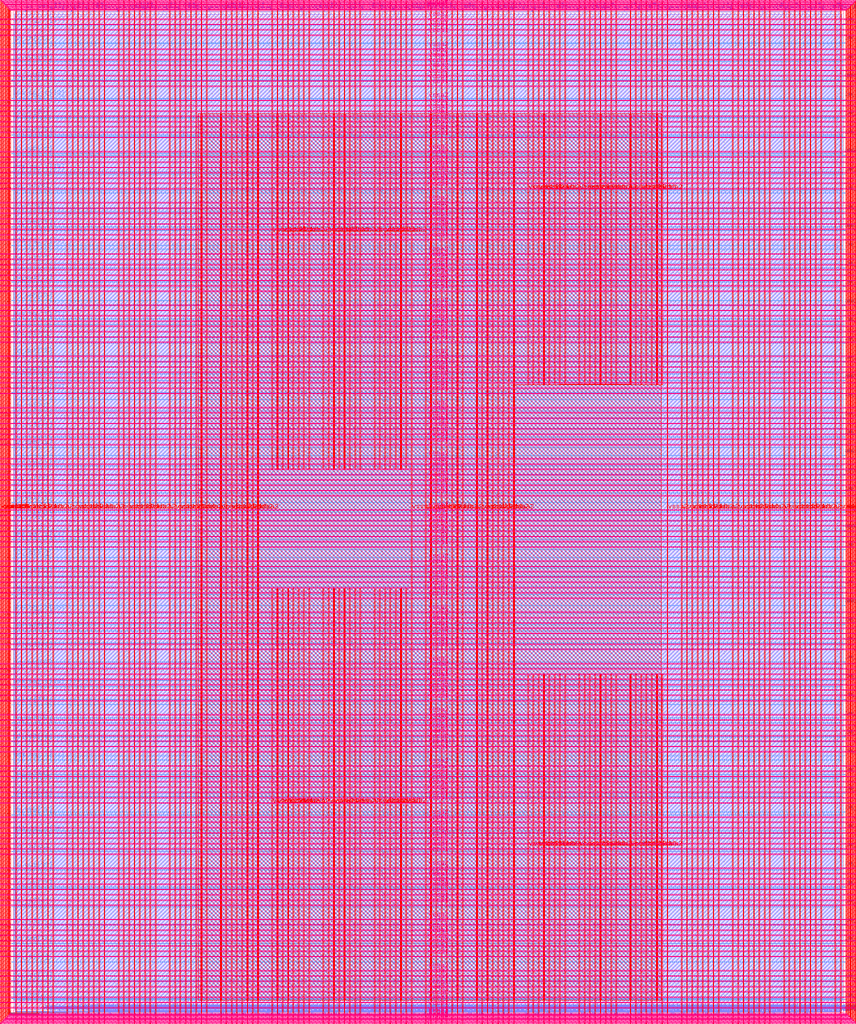
<source format=lef>
VERSION 5.7 ;
  NOWIREEXTENSIONATPIN ON ;
  DIVIDERCHAR "/" ;
  BUSBITCHARS "[]" ;
MACRO user_project_wrapper
  CLASS BLOCK ;
  FOREIGN user_project_wrapper ;
  ORIGIN 0.000 0.000 ;
  SIZE 2920.000 BY 3520.000 ;
  PIN analog_io[0]
    DIRECTION INOUT ;
    USE SIGNAL ;
    PORT
      LAYER met3 ;
        RECT 2917.600 1429.100 2924.800 1430.300 ;
    END
  END analog_io[0]
  PIN analog_io[10]
    DIRECTION INOUT ;
    USE SIGNAL ;
    PORT
      LAYER met2 ;
        RECT 2228.650 3517.600 2229.210 3524.800 ;
    END
  END analog_io[10]
  PIN analog_io[11]
    DIRECTION INOUT ;
    USE SIGNAL ;
    PORT
      LAYER met2 ;
        RECT 1904.810 3517.600 1905.370 3524.800 ;
    END
  END analog_io[11]
  PIN analog_io[12]
    DIRECTION INOUT ;
    USE SIGNAL ;
    PORT
      LAYER met2 ;
        RECT 1580.970 3517.600 1581.530 3524.800 ;
    END
  END analog_io[12]
  PIN analog_io[13]
    DIRECTION INOUT ;
    USE SIGNAL ;
    PORT
      LAYER met2 ;
        RECT 1257.130 3517.600 1257.690 3524.800 ;
    END
  END analog_io[13]
  PIN analog_io[14]
    DIRECTION INOUT ;
    USE SIGNAL ;
    PORT
      LAYER met2 ;
        RECT 933.290 3517.600 933.850 3524.800 ;
    END
  END analog_io[14]
  PIN analog_io[15]
    DIRECTION INOUT ;
    USE SIGNAL ;
    PORT
      LAYER met2 ;
        RECT 609.450 3517.600 610.010 3524.800 ;
    END
  END analog_io[15]
  PIN analog_io[16]
    DIRECTION INOUT ;
    USE SIGNAL ;
    PORT
      LAYER met2 ;
        RECT 285.610 3517.600 286.170 3524.800 ;
    END
  END analog_io[16]
  PIN analog_io[17]
    DIRECTION INOUT ;
    USE SIGNAL ;
    PORT
      LAYER met3 ;
        RECT -4.800 3471.140 2.400 3472.340 ;
    END
  END analog_io[17]
  PIN analog_io[18]
    DIRECTION INOUT ;
    USE SIGNAL ;
    PORT
      LAYER met3 ;
        RECT -4.800 3212.740 2.400 3213.940 ;
    END
  END analog_io[18]
  PIN analog_io[19]
    DIRECTION INOUT ;
    USE SIGNAL ;
    PORT
      LAYER met3 ;
        RECT -4.800 2954.340 2.400 2955.540 ;
    END
  END analog_io[19]
  PIN analog_io[1]
    DIRECTION INOUT ;
    USE SIGNAL ;
    PORT
      LAYER met3 ;
        RECT 2917.600 1692.940 2924.800 1694.140 ;
    END
  END analog_io[1]
  PIN analog_io[20]
    DIRECTION INOUT ;
    USE SIGNAL ;
    PORT
      LAYER met3 ;
        RECT -4.800 2695.940 2.400 2697.140 ;
    END
  END analog_io[20]
  PIN analog_io[21]
    DIRECTION INOUT ;
    USE SIGNAL ;
    PORT
      LAYER met3 ;
        RECT -4.800 2437.540 2.400 2438.740 ;
    END
  END analog_io[21]
  PIN analog_io[22]
    DIRECTION INOUT ;
    USE SIGNAL ;
    PORT
      LAYER met3 ;
        RECT -4.800 2179.140 2.400 2180.340 ;
    END
  END analog_io[22]
  PIN analog_io[23]
    DIRECTION INOUT ;
    USE SIGNAL ;
    PORT
      LAYER met3 ;
        RECT -4.800 1920.740 2.400 1921.940 ;
    END
  END analog_io[23]
  PIN analog_io[24]
    DIRECTION INOUT ;
    USE SIGNAL ;
    PORT
      LAYER met3 ;
        RECT -4.800 1662.340 2.400 1663.540 ;
    END
  END analog_io[24]
  PIN analog_io[25]
    DIRECTION INOUT ;
    USE SIGNAL ;
    PORT
      LAYER met3 ;
        RECT -4.800 1403.940 2.400 1405.140 ;
    END
  END analog_io[25]
  PIN analog_io[26]
    DIRECTION INOUT ;
    USE SIGNAL ;
    PORT
      LAYER met3 ;
        RECT -4.800 1145.540 2.400 1146.740 ;
    END
  END analog_io[26]
  PIN analog_io[27]
    DIRECTION INOUT ;
    USE SIGNAL ;
    PORT
      LAYER met3 ;
        RECT -4.800 887.140 2.400 888.340 ;
    END
  END analog_io[27]
  PIN analog_io[28]
    DIRECTION INOUT ;
    USE SIGNAL ;
    PORT
      LAYER met3 ;
        RECT -4.800 628.740 2.400 629.940 ;
    END
  END analog_io[28]
  PIN analog_io[2]
    DIRECTION INOUT ;
    USE SIGNAL ;
    PORT
      LAYER met3 ;
        RECT 2917.600 1956.780 2924.800 1957.980 ;
    END
  END analog_io[2]
  PIN analog_io[3]
    DIRECTION INOUT ;
    USE SIGNAL ;
    PORT
      LAYER met3 ;
        RECT 2917.600 2220.620 2924.800 2221.820 ;
    END
  END analog_io[3]
  PIN analog_io[4]
    DIRECTION INOUT ;
    USE SIGNAL ;
    PORT
      LAYER met3 ;
        RECT 2917.600 2484.460 2924.800 2485.660 ;
    END
  END analog_io[4]
  PIN analog_io[5]
    DIRECTION INOUT ;
    USE SIGNAL ;
    PORT
      LAYER met3 ;
        RECT 2917.600 2748.300 2924.800 2749.500 ;
    END
  END analog_io[5]
  PIN analog_io[6]
    DIRECTION INOUT ;
    USE SIGNAL ;
    PORT
      LAYER met3 ;
        RECT 2917.600 3012.140 2924.800 3013.340 ;
    END
  END analog_io[6]
  PIN analog_io[7]
    DIRECTION INOUT ;
    USE SIGNAL ;
    PORT
      LAYER met3 ;
        RECT 2917.600 3275.980 2924.800 3277.180 ;
    END
  END analog_io[7]
  PIN analog_io[8]
    DIRECTION INOUT ;
    USE SIGNAL ;
    PORT
      LAYER met2 ;
        RECT 2876.330 3517.600 2876.890 3524.800 ;
    END
  END analog_io[8]
  PIN analog_io[9]
    DIRECTION INOUT ;
    USE SIGNAL ;
    PORT
      LAYER met2 ;
        RECT 2552.490 3517.600 2553.050 3524.800 ;
    END
  END analog_io[9]
  PIN io_in[0]
    DIRECTION INPUT ;
    USE SIGNAL ;
    PORT
      LAYER met3 ;
        RECT 2917.600 43.940 2924.800 45.140 ;
    END
  END io_in[0]
  PIN io_in[10]
    DIRECTION INPUT ;
    USE SIGNAL ;
    PORT
      LAYER met3 ;
        RECT 2917.600 2286.580 2924.800 2287.780 ;
    END
  END io_in[10]
  PIN io_in[11]
    DIRECTION INPUT ;
    USE SIGNAL ;
    PORT
      LAYER met3 ;
        RECT 2917.600 2550.420 2924.800 2551.620 ;
    END
  END io_in[11]
  PIN io_in[12]
    DIRECTION INPUT ;
    USE SIGNAL ;
    PORT
      LAYER met3 ;
        RECT 2917.600 2814.260 2924.800 2815.460 ;
    END
  END io_in[12]
  PIN io_in[13]
    DIRECTION INPUT ;
    USE SIGNAL ;
    PORT
      LAYER met3 ;
        RECT 2917.600 3078.100 2924.800 3079.300 ;
    END
  END io_in[13]
  PIN io_in[14]
    DIRECTION INPUT ;
    USE SIGNAL ;
    PORT
      LAYER met3 ;
        RECT 2917.600 3341.940 2924.800 3343.140 ;
    END
  END io_in[14]
  PIN io_in[15]
    DIRECTION INPUT ;
    USE SIGNAL ;
    PORT
      LAYER met2 ;
        RECT 2795.370 3517.600 2795.930 3524.800 ;
    END
  END io_in[15]
  PIN io_in[16]
    DIRECTION INPUT ;
    USE SIGNAL ;
    PORT
      LAYER met2 ;
        RECT 2471.530 3517.600 2472.090 3524.800 ;
    END
  END io_in[16]
  PIN io_in[17]
    DIRECTION INPUT ;
    USE SIGNAL ;
    PORT
      LAYER met2 ;
        RECT 2147.690 3517.600 2148.250 3524.800 ;
    END
  END io_in[17]
  PIN io_in[18]
    DIRECTION INPUT ;
    USE SIGNAL ;
    PORT
      LAYER met2 ;
        RECT 1823.850 3517.600 1824.410 3524.800 ;
    END
  END io_in[18]
  PIN io_in[19]
    DIRECTION INPUT ;
    USE SIGNAL ;
    PORT
      LAYER met2 ;
        RECT 1500.010 3517.600 1500.570 3524.800 ;
    END
  END io_in[19]
  PIN io_in[1]
    DIRECTION INPUT ;
    USE SIGNAL ;
    PORT
      LAYER met3 ;
        RECT 2917.600 241.820 2924.800 243.020 ;
    END
  END io_in[1]
  PIN io_in[20]
    DIRECTION INPUT ;
    USE SIGNAL ;
    PORT
      LAYER met2 ;
        RECT 1176.170 3517.600 1176.730 3524.800 ;
    END
  END io_in[20]
  PIN io_in[21]
    DIRECTION INPUT ;
    USE SIGNAL ;
    PORT
      LAYER met2 ;
        RECT 852.330 3517.600 852.890 3524.800 ;
    END
  END io_in[21]
  PIN io_in[22]
    DIRECTION INPUT ;
    USE SIGNAL ;
    PORT
      LAYER met2 ;
        RECT 528.490 3517.600 529.050 3524.800 ;
    END
  END io_in[22]
  PIN io_in[23]
    DIRECTION INPUT ;
    USE SIGNAL ;
    PORT
      LAYER met2 ;
        RECT 204.650 3517.600 205.210 3524.800 ;
    END
  END io_in[23]
  PIN io_in[24]
    DIRECTION INPUT ;
    USE SIGNAL ;
    PORT
      LAYER met3 ;
        RECT -4.800 3406.540 2.400 3407.740 ;
    END
  END io_in[24]
  PIN io_in[25]
    DIRECTION INPUT ;
    USE SIGNAL ;
    PORT
      LAYER met3 ;
        RECT -4.800 3148.140 2.400 3149.340 ;
    END
  END io_in[25]
  PIN io_in[26]
    DIRECTION INPUT ;
    USE SIGNAL ;
    PORT
      LAYER met3 ;
        RECT -4.800 2889.740 2.400 2890.940 ;
    END
  END io_in[26]
  PIN io_in[27]
    DIRECTION INPUT ;
    USE SIGNAL ;
    PORT
      LAYER met3 ;
        RECT -4.800 2631.340 2.400 2632.540 ;
    END
  END io_in[27]
  PIN io_in[28]
    DIRECTION INPUT ;
    USE SIGNAL ;
    PORT
      LAYER met3 ;
        RECT -4.800 2372.940 2.400 2374.140 ;
    END
  END io_in[28]
  PIN io_in[29]
    DIRECTION INPUT ;
    USE SIGNAL ;
    PORT
      LAYER met3 ;
        RECT -4.800 2114.540 2.400 2115.740 ;
    END
  END io_in[29]
  PIN io_in[2]
    DIRECTION INPUT ;
    USE SIGNAL ;
    PORT
      LAYER met3 ;
        RECT 2917.600 439.700 2924.800 440.900 ;
    END
  END io_in[2]
  PIN io_in[30]
    DIRECTION INPUT ;
    USE SIGNAL ;
    PORT
      LAYER met3 ;
        RECT -4.800 1856.140 2.400 1857.340 ;
    END
  END io_in[30]
  PIN io_in[31]
    DIRECTION INPUT ;
    USE SIGNAL ;
    PORT
      LAYER met3 ;
        RECT -4.800 1597.740 2.400 1598.940 ;
    END
  END io_in[31]
  PIN io_in[32]
    DIRECTION INPUT ;
    USE SIGNAL ;
    PORT
      LAYER met3 ;
        RECT -4.800 1339.340 2.400 1340.540 ;
    END
  END io_in[32]
  PIN io_in[33]
    DIRECTION INPUT ;
    USE SIGNAL ;
    PORT
      LAYER met3 ;
        RECT -4.800 1080.940 2.400 1082.140 ;
    END
  END io_in[33]
  PIN io_in[34]
    DIRECTION INPUT ;
    USE SIGNAL ;
    PORT
      LAYER met3 ;
        RECT -4.800 822.540 2.400 823.740 ;
    END
  END io_in[34]
  PIN io_in[35]
    DIRECTION INPUT ;
    USE SIGNAL ;
    PORT
      LAYER met3 ;
        RECT -4.800 564.140 2.400 565.340 ;
    END
  END io_in[35]
  PIN io_in[36]
    DIRECTION INPUT ;
    USE SIGNAL ;
    PORT
      LAYER met3 ;
        RECT -4.800 370.340 2.400 371.540 ;
    END
  END io_in[36]
  PIN io_in[37]
    DIRECTION INPUT ;
    USE SIGNAL ;
    PORT
      LAYER met3 ;
        RECT -4.800 176.540 2.400 177.740 ;
    END
  END io_in[37]
  PIN io_in[3]
    DIRECTION INPUT ;
    USE SIGNAL ;
    PORT
      LAYER met3 ;
        RECT 2917.600 637.580 2924.800 638.780 ;
    END
  END io_in[3]
  PIN io_in[4]
    DIRECTION INPUT ;
    USE SIGNAL ;
    PORT
      LAYER met3 ;
        RECT 2917.600 835.460 2924.800 836.660 ;
    END
  END io_in[4]
  PIN io_in[5]
    DIRECTION INPUT ;
    USE SIGNAL ;
    PORT
      LAYER met3 ;
        RECT 2917.600 1033.340 2924.800 1034.540 ;
    END
  END io_in[5]
  PIN io_in[6]
    DIRECTION INPUT ;
    USE SIGNAL ;
    PORT
      LAYER met3 ;
        RECT 2917.600 1231.220 2924.800 1232.420 ;
    END
  END io_in[6]
  PIN io_in[7]
    DIRECTION INPUT ;
    USE SIGNAL ;
    PORT
      LAYER met3 ;
        RECT 2917.600 1495.060 2924.800 1496.260 ;
    END
  END io_in[7]
  PIN io_in[8]
    DIRECTION INPUT ;
    USE SIGNAL ;
    PORT
      LAYER met3 ;
        RECT 2917.600 1758.900 2924.800 1760.100 ;
    END
  END io_in[8]
  PIN io_in[9]
    DIRECTION INPUT ;
    USE SIGNAL ;
    PORT
      LAYER met3 ;
        RECT 2917.600 2022.740 2924.800 2023.940 ;
    END
  END io_in[9]
  PIN io_oeb[0]
    DIRECTION OUTPUT TRISTATE ;
    USE SIGNAL ;
    PORT
      LAYER met3 ;
        RECT 2917.600 175.860 2924.800 177.060 ;
    END
  END io_oeb[0]
  PIN io_oeb[10]
    DIRECTION OUTPUT TRISTATE ;
    USE SIGNAL ;
    PORT
      LAYER met3 ;
        RECT 2917.600 2418.500 2924.800 2419.700 ;
    END
  END io_oeb[10]
  PIN io_oeb[11]
    DIRECTION OUTPUT TRISTATE ;
    USE SIGNAL ;
    PORT
      LAYER met3 ;
        RECT 2917.600 2682.340 2924.800 2683.540 ;
    END
  END io_oeb[11]
  PIN io_oeb[12]
    DIRECTION OUTPUT TRISTATE ;
    USE SIGNAL ;
    PORT
      LAYER met3 ;
        RECT 2917.600 2946.180 2924.800 2947.380 ;
    END
  END io_oeb[12]
  PIN io_oeb[13]
    DIRECTION OUTPUT TRISTATE ;
    USE SIGNAL ;
    PORT
      LAYER met3 ;
        RECT 2917.600 3210.020 2924.800 3211.220 ;
    END
  END io_oeb[13]
  PIN io_oeb[14]
    DIRECTION OUTPUT TRISTATE ;
    USE SIGNAL ;
    PORT
      LAYER met3 ;
        RECT 2917.600 3473.860 2924.800 3475.060 ;
    END
  END io_oeb[14]
  PIN io_oeb[15]
    DIRECTION OUTPUT TRISTATE ;
    USE SIGNAL ;
    PORT
      LAYER met2 ;
        RECT 2633.450 3517.600 2634.010 3524.800 ;
    END
  END io_oeb[15]
  PIN io_oeb[16]
    DIRECTION OUTPUT TRISTATE ;
    USE SIGNAL ;
    PORT
      LAYER met2 ;
        RECT 2309.610 3517.600 2310.170 3524.800 ;
    END
  END io_oeb[16]
  PIN io_oeb[17]
    DIRECTION OUTPUT TRISTATE ;
    USE SIGNAL ;
    PORT
      LAYER met2 ;
        RECT 1985.770 3517.600 1986.330 3524.800 ;
    END
  END io_oeb[17]
  PIN io_oeb[18]
    DIRECTION OUTPUT TRISTATE ;
    USE SIGNAL ;
    PORT
      LAYER met2 ;
        RECT 1661.930 3517.600 1662.490 3524.800 ;
    END
  END io_oeb[18]
  PIN io_oeb[19]
    DIRECTION OUTPUT TRISTATE ;
    USE SIGNAL ;
    PORT
      LAYER met2 ;
        RECT 1338.090 3517.600 1338.650 3524.800 ;
    END
  END io_oeb[19]
  PIN io_oeb[1]
    DIRECTION OUTPUT TRISTATE ;
    USE SIGNAL ;
    PORT
      LAYER met3 ;
        RECT 2917.600 373.740 2924.800 374.940 ;
    END
  END io_oeb[1]
  PIN io_oeb[20]
    DIRECTION OUTPUT TRISTATE ;
    USE SIGNAL ;
    PORT
      LAYER met2 ;
        RECT 1014.250 3517.600 1014.810 3524.800 ;
    END
  END io_oeb[20]
  PIN io_oeb[21]
    DIRECTION OUTPUT TRISTATE ;
    USE SIGNAL ;
    PORT
      LAYER met2 ;
        RECT 690.410 3517.600 690.970 3524.800 ;
    END
  END io_oeb[21]
  PIN io_oeb[22]
    DIRECTION OUTPUT TRISTATE ;
    USE SIGNAL ;
    PORT
      LAYER met2 ;
        RECT 366.570 3517.600 367.130 3524.800 ;
    END
  END io_oeb[22]
  PIN io_oeb[23]
    DIRECTION OUTPUT TRISTATE ;
    USE SIGNAL ;
    PORT
      LAYER met2 ;
        RECT 42.730 3517.600 43.290 3524.800 ;
    END
  END io_oeb[23]
  PIN io_oeb[24]
    DIRECTION OUTPUT TRISTATE ;
    USE SIGNAL ;
    PORT
      LAYER met3 ;
        RECT -4.800 3277.340 2.400 3278.540 ;
    END
  END io_oeb[24]
  PIN io_oeb[25]
    DIRECTION OUTPUT TRISTATE ;
    USE SIGNAL ;
    PORT
      LAYER met3 ;
        RECT -4.800 3018.940 2.400 3020.140 ;
    END
  END io_oeb[25]
  PIN io_oeb[26]
    DIRECTION OUTPUT TRISTATE ;
    USE SIGNAL ;
    PORT
      LAYER met3 ;
        RECT -4.800 2760.540 2.400 2761.740 ;
    END
  END io_oeb[26]
  PIN io_oeb[27]
    DIRECTION OUTPUT TRISTATE ;
    USE SIGNAL ;
    PORT
      LAYER met3 ;
        RECT -4.800 2502.140 2.400 2503.340 ;
    END
  END io_oeb[27]
  PIN io_oeb[28]
    DIRECTION OUTPUT TRISTATE ;
    USE SIGNAL ;
    PORT
      LAYER met3 ;
        RECT -4.800 2243.740 2.400 2244.940 ;
    END
  END io_oeb[28]
  PIN io_oeb[29]
    DIRECTION OUTPUT TRISTATE ;
    USE SIGNAL ;
    PORT
      LAYER met3 ;
        RECT -4.800 1985.340 2.400 1986.540 ;
    END
  END io_oeb[29]
  PIN io_oeb[2]
    DIRECTION OUTPUT TRISTATE ;
    USE SIGNAL ;
    PORT
      LAYER met3 ;
        RECT 2917.600 571.620 2924.800 572.820 ;
    END
  END io_oeb[2]
  PIN io_oeb[30]
    DIRECTION OUTPUT TRISTATE ;
    USE SIGNAL ;
    PORT
      LAYER met3 ;
        RECT -4.800 1726.940 2.400 1728.140 ;
    END
  END io_oeb[30]
  PIN io_oeb[31]
    DIRECTION OUTPUT TRISTATE ;
    USE SIGNAL ;
    PORT
      LAYER met3 ;
        RECT -4.800 1468.540 2.400 1469.740 ;
    END
  END io_oeb[31]
  PIN io_oeb[32]
    DIRECTION OUTPUT TRISTATE ;
    USE SIGNAL ;
    PORT
      LAYER met3 ;
        RECT -4.800 1210.140 2.400 1211.340 ;
    END
  END io_oeb[32]
  PIN io_oeb[33]
    DIRECTION OUTPUT TRISTATE ;
    USE SIGNAL ;
    PORT
      LAYER met3 ;
        RECT -4.800 951.740 2.400 952.940 ;
    END
  END io_oeb[33]
  PIN io_oeb[34]
    DIRECTION OUTPUT TRISTATE ;
    USE SIGNAL ;
    PORT
      LAYER met3 ;
        RECT -4.800 693.340 2.400 694.540 ;
    END
  END io_oeb[34]
  PIN io_oeb[35]
    DIRECTION OUTPUT TRISTATE ;
    USE SIGNAL ;
    PORT
      LAYER met3 ;
        RECT -4.800 434.940 2.400 436.140 ;
    END
  END io_oeb[35]
  PIN io_oeb[36]
    DIRECTION OUTPUT TRISTATE ;
    USE SIGNAL ;
    PORT
      LAYER met3 ;
        RECT -4.800 241.140 2.400 242.340 ;
    END
  END io_oeb[36]
  PIN io_oeb[37]
    DIRECTION OUTPUT TRISTATE ;
    USE SIGNAL ;
    PORT
      LAYER met3 ;
        RECT -4.800 47.340 2.400 48.540 ;
    END
  END io_oeb[37]
  PIN io_oeb[3]
    DIRECTION OUTPUT TRISTATE ;
    USE SIGNAL ;
    PORT
      LAYER met3 ;
        RECT 2917.600 769.500 2924.800 770.700 ;
    END
  END io_oeb[3]
  PIN io_oeb[4]
    DIRECTION OUTPUT TRISTATE ;
    USE SIGNAL ;
    PORT
      LAYER met3 ;
        RECT 2917.600 967.380 2924.800 968.580 ;
    END
  END io_oeb[4]
  PIN io_oeb[5]
    DIRECTION OUTPUT TRISTATE ;
    USE SIGNAL ;
    PORT
      LAYER met3 ;
        RECT 2917.600 1165.260 2924.800 1166.460 ;
    END
  END io_oeb[5]
  PIN io_oeb[6]
    DIRECTION OUTPUT TRISTATE ;
    USE SIGNAL ;
    PORT
      LAYER met3 ;
        RECT 2917.600 1363.140 2924.800 1364.340 ;
    END
  END io_oeb[6]
  PIN io_oeb[7]
    DIRECTION OUTPUT TRISTATE ;
    USE SIGNAL ;
    PORT
      LAYER met3 ;
        RECT 2917.600 1626.980 2924.800 1628.180 ;
    END
  END io_oeb[7]
  PIN io_oeb[8]
    DIRECTION OUTPUT TRISTATE ;
    USE SIGNAL ;
    PORT
      LAYER met3 ;
        RECT 2917.600 1890.820 2924.800 1892.020 ;
    END
  END io_oeb[8]
  PIN io_oeb[9]
    DIRECTION OUTPUT TRISTATE ;
    USE SIGNAL ;
    PORT
      LAYER met3 ;
        RECT 2917.600 2154.660 2924.800 2155.860 ;
    END
  END io_oeb[9]
  PIN io_out[0]
    DIRECTION OUTPUT TRISTATE ;
    USE SIGNAL ;
    PORT
      LAYER met3 ;
        RECT 2917.600 109.900 2924.800 111.100 ;
    END
  END io_out[0]
  PIN io_out[10]
    DIRECTION OUTPUT TRISTATE ;
    USE SIGNAL ;
    PORT
      LAYER met3 ;
        RECT 2917.600 2352.540 2924.800 2353.740 ;
    END
  END io_out[10]
  PIN io_out[11]
    DIRECTION OUTPUT TRISTATE ;
    USE SIGNAL ;
    PORT
      LAYER met3 ;
        RECT 2917.600 2616.380 2924.800 2617.580 ;
    END
  END io_out[11]
  PIN io_out[12]
    DIRECTION OUTPUT TRISTATE ;
    USE SIGNAL ;
    PORT
      LAYER met3 ;
        RECT 2917.600 2880.220 2924.800 2881.420 ;
    END
  END io_out[12]
  PIN io_out[13]
    DIRECTION OUTPUT TRISTATE ;
    USE SIGNAL ;
    PORT
      LAYER met3 ;
        RECT 2917.600 3144.060 2924.800 3145.260 ;
    END
  END io_out[13]
  PIN io_out[14]
    DIRECTION OUTPUT TRISTATE ;
    USE SIGNAL ;
    PORT
      LAYER met3 ;
        RECT 2917.600 3407.900 2924.800 3409.100 ;
    END
  END io_out[14]
  PIN io_out[15]
    DIRECTION OUTPUT TRISTATE ;
    USE SIGNAL ;
    PORT
      LAYER met2 ;
        RECT 2714.410 3517.600 2714.970 3524.800 ;
    END
  END io_out[15]
  PIN io_out[16]
    DIRECTION OUTPUT TRISTATE ;
    USE SIGNAL ;
    PORT
      LAYER met2 ;
        RECT 2390.570 3517.600 2391.130 3524.800 ;
    END
  END io_out[16]
  PIN io_out[17]
    DIRECTION OUTPUT TRISTATE ;
    USE SIGNAL ;
    PORT
      LAYER met2 ;
        RECT 2066.730 3517.600 2067.290 3524.800 ;
    END
  END io_out[17]
  PIN io_out[18]
    DIRECTION OUTPUT TRISTATE ;
    USE SIGNAL ;
    PORT
      LAYER met2 ;
        RECT 1742.890 3517.600 1743.450 3524.800 ;
    END
  END io_out[18]
  PIN io_out[19]
    DIRECTION OUTPUT TRISTATE ;
    USE SIGNAL ;
    PORT
      LAYER met2 ;
        RECT 1419.050 3517.600 1419.610 3524.800 ;
    END
  END io_out[19]
  PIN io_out[1]
    DIRECTION OUTPUT TRISTATE ;
    USE SIGNAL ;
    PORT
      LAYER met3 ;
        RECT 2917.600 307.780 2924.800 308.980 ;
    END
  END io_out[1]
  PIN io_out[20]
    DIRECTION OUTPUT TRISTATE ;
    USE SIGNAL ;
    PORT
      LAYER met2 ;
        RECT 1095.210 3517.600 1095.770 3524.800 ;
    END
  END io_out[20]
  PIN io_out[21]
    DIRECTION OUTPUT TRISTATE ;
    USE SIGNAL ;
    PORT
      LAYER met2 ;
        RECT 771.370 3517.600 771.930 3524.800 ;
    END
  END io_out[21]
  PIN io_out[22]
    DIRECTION OUTPUT TRISTATE ;
    USE SIGNAL ;
    PORT
      LAYER met2 ;
        RECT 447.530 3517.600 448.090 3524.800 ;
    END
  END io_out[22]
  PIN io_out[23]
    DIRECTION OUTPUT TRISTATE ;
    USE SIGNAL ;
    PORT
      LAYER met2 ;
        RECT 123.690 3517.600 124.250 3524.800 ;
    END
  END io_out[23]
  PIN io_out[24]
    DIRECTION OUTPUT TRISTATE ;
    USE SIGNAL ;
    PORT
      LAYER met3 ;
        RECT -4.800 3341.940 2.400 3343.140 ;
    END
  END io_out[24]
  PIN io_out[25]
    DIRECTION OUTPUT TRISTATE ;
    USE SIGNAL ;
    PORT
      LAYER met3 ;
        RECT -4.800 3083.540 2.400 3084.740 ;
    END
  END io_out[25]
  PIN io_out[26]
    DIRECTION OUTPUT TRISTATE ;
    USE SIGNAL ;
    PORT
      LAYER met3 ;
        RECT -4.800 2825.140 2.400 2826.340 ;
    END
  END io_out[26]
  PIN io_out[27]
    DIRECTION OUTPUT TRISTATE ;
    USE SIGNAL ;
    PORT
      LAYER met3 ;
        RECT -4.800 2566.740 2.400 2567.940 ;
    END
  END io_out[27]
  PIN io_out[28]
    DIRECTION OUTPUT TRISTATE ;
    USE SIGNAL ;
    PORT
      LAYER met3 ;
        RECT -4.800 2308.340 2.400 2309.540 ;
    END
  END io_out[28]
  PIN io_out[29]
    DIRECTION OUTPUT TRISTATE ;
    USE SIGNAL ;
    PORT
      LAYER met3 ;
        RECT -4.800 2049.940 2.400 2051.140 ;
    END
  END io_out[29]
  PIN io_out[2]
    DIRECTION OUTPUT TRISTATE ;
    USE SIGNAL ;
    PORT
      LAYER met3 ;
        RECT 2917.600 505.660 2924.800 506.860 ;
    END
  END io_out[2]
  PIN io_out[30]
    DIRECTION OUTPUT TRISTATE ;
    USE SIGNAL ;
    PORT
      LAYER met3 ;
        RECT -4.800 1791.540 2.400 1792.740 ;
    END
  END io_out[30]
  PIN io_out[31]
    DIRECTION OUTPUT TRISTATE ;
    USE SIGNAL ;
    PORT
      LAYER met3 ;
        RECT -4.800 1533.140 2.400 1534.340 ;
    END
  END io_out[31]
  PIN io_out[32]
    DIRECTION OUTPUT TRISTATE ;
    USE SIGNAL ;
    PORT
      LAYER met3 ;
        RECT -4.800 1274.740 2.400 1275.940 ;
    END
  END io_out[32]
  PIN io_out[33]
    DIRECTION OUTPUT TRISTATE ;
    USE SIGNAL ;
    PORT
      LAYER met3 ;
        RECT -4.800 1016.340 2.400 1017.540 ;
    END
  END io_out[33]
  PIN io_out[34]
    DIRECTION OUTPUT TRISTATE ;
    USE SIGNAL ;
    PORT
      LAYER met3 ;
        RECT -4.800 757.940 2.400 759.140 ;
    END
  END io_out[34]
  PIN io_out[35]
    DIRECTION OUTPUT TRISTATE ;
    USE SIGNAL ;
    PORT
      LAYER met3 ;
        RECT -4.800 499.540 2.400 500.740 ;
    END
  END io_out[35]
  PIN io_out[36]
    DIRECTION OUTPUT TRISTATE ;
    USE SIGNAL ;
    PORT
      LAYER met3 ;
        RECT -4.800 305.740 2.400 306.940 ;
    END
  END io_out[36]
  PIN io_out[37]
    DIRECTION OUTPUT TRISTATE ;
    USE SIGNAL ;
    PORT
      LAYER met3 ;
        RECT -4.800 111.940 2.400 113.140 ;
    END
  END io_out[37]
  PIN io_out[3]
    DIRECTION OUTPUT TRISTATE ;
    USE SIGNAL ;
    PORT
      LAYER met3 ;
        RECT 2917.600 703.540 2924.800 704.740 ;
    END
  END io_out[3]
  PIN io_out[4]
    DIRECTION OUTPUT TRISTATE ;
    USE SIGNAL ;
    PORT
      LAYER met3 ;
        RECT 2917.600 901.420 2924.800 902.620 ;
    END
  END io_out[4]
  PIN io_out[5]
    DIRECTION OUTPUT TRISTATE ;
    USE SIGNAL ;
    PORT
      LAYER met3 ;
        RECT 2917.600 1099.300 2924.800 1100.500 ;
    END
  END io_out[5]
  PIN io_out[6]
    DIRECTION OUTPUT TRISTATE ;
    USE SIGNAL ;
    PORT
      LAYER met3 ;
        RECT 2917.600 1297.180 2924.800 1298.380 ;
    END
  END io_out[6]
  PIN io_out[7]
    DIRECTION OUTPUT TRISTATE ;
    USE SIGNAL ;
    PORT
      LAYER met3 ;
        RECT 2917.600 1561.020 2924.800 1562.220 ;
    END
  END io_out[7]
  PIN io_out[8]
    DIRECTION OUTPUT TRISTATE ;
    USE SIGNAL ;
    PORT
      LAYER met3 ;
        RECT 2917.600 1824.860 2924.800 1826.060 ;
    END
  END io_out[8]
  PIN io_out[9]
    DIRECTION OUTPUT TRISTATE ;
    USE SIGNAL ;
    PORT
      LAYER met3 ;
        RECT 2917.600 2088.700 2924.800 2089.900 ;
    END
  END io_out[9]
  PIN la_data_in[0]
    DIRECTION INPUT ;
    USE SIGNAL ;
    PORT
      LAYER met2 ;
        RECT 683.970 -4.800 684.530 2.400 ;
    END
  END la_data_in[0]
  PIN la_data_in[100]
    DIRECTION INPUT ;
    USE SIGNAL ;
    PORT
      LAYER met2 ;
        RECT 2339.970 -4.800 2340.530 2.400 ;
    END
  END la_data_in[100]
  PIN la_data_in[101]
    DIRECTION INPUT ;
    USE SIGNAL ;
    PORT
      LAYER met2 ;
        RECT 2356.530 -4.800 2357.090 2.400 ;
    END
  END la_data_in[101]
  PIN la_data_in[102]
    DIRECTION INPUT ;
    USE SIGNAL ;
    PORT
      LAYER met2 ;
        RECT 2373.090 -4.800 2373.650 2.400 ;
    END
  END la_data_in[102]
  PIN la_data_in[103]
    DIRECTION INPUT ;
    USE SIGNAL ;
    PORT
      LAYER met2 ;
        RECT 2389.650 -4.800 2390.210 2.400 ;
    END
  END la_data_in[103]
  PIN la_data_in[104]
    DIRECTION INPUT ;
    USE SIGNAL ;
    PORT
      LAYER met2 ;
        RECT 2406.210 -4.800 2406.770 2.400 ;
    END
  END la_data_in[104]
  PIN la_data_in[105]
    DIRECTION INPUT ;
    USE SIGNAL ;
    PORT
      LAYER met2 ;
        RECT 2422.770 -4.800 2423.330 2.400 ;
    END
  END la_data_in[105]
  PIN la_data_in[106]
    DIRECTION INPUT ;
    USE SIGNAL ;
    PORT
      LAYER met2 ;
        RECT 2439.330 -4.800 2439.890 2.400 ;
    END
  END la_data_in[106]
  PIN la_data_in[107]
    DIRECTION INPUT ;
    USE SIGNAL ;
    PORT
      LAYER met2 ;
        RECT 2455.890 -4.800 2456.450 2.400 ;
    END
  END la_data_in[107]
  PIN la_data_in[108]
    DIRECTION INPUT ;
    USE SIGNAL ;
    PORT
      LAYER met2 ;
        RECT 2472.450 -4.800 2473.010 2.400 ;
    END
  END la_data_in[108]
  PIN la_data_in[109]
    DIRECTION INPUT ;
    USE SIGNAL ;
    PORT
      LAYER met2 ;
        RECT 2489.010 -4.800 2489.570 2.400 ;
    END
  END la_data_in[109]
  PIN la_data_in[10]
    DIRECTION INPUT ;
    USE SIGNAL ;
    PORT
      LAYER met2 ;
        RECT 849.570 -4.800 850.130 2.400 ;
    END
  END la_data_in[10]
  PIN la_data_in[110]
    DIRECTION INPUT ;
    USE SIGNAL ;
    PORT
      LAYER met2 ;
        RECT 2505.570 -4.800 2506.130 2.400 ;
    END
  END la_data_in[110]
  PIN la_data_in[111]
    DIRECTION INPUT ;
    USE SIGNAL ;
    PORT
      LAYER met2 ;
        RECT 2522.130 -4.800 2522.690 2.400 ;
    END
  END la_data_in[111]
  PIN la_data_in[112]
    DIRECTION INPUT ;
    USE SIGNAL ;
    PORT
      LAYER met2 ;
        RECT 2538.690 -4.800 2539.250 2.400 ;
    END
  END la_data_in[112]
  PIN la_data_in[113]
    DIRECTION INPUT ;
    USE SIGNAL ;
    PORT
      LAYER met2 ;
        RECT 2555.250 -4.800 2555.810 2.400 ;
    END
  END la_data_in[113]
  PIN la_data_in[114]
    DIRECTION INPUT ;
    USE SIGNAL ;
    PORT
      LAYER met2 ;
        RECT 2571.810 -4.800 2572.370 2.400 ;
    END
  END la_data_in[114]
  PIN la_data_in[115]
    DIRECTION INPUT ;
    USE SIGNAL ;
    PORT
      LAYER met2 ;
        RECT 2588.370 -4.800 2588.930 2.400 ;
    END
  END la_data_in[115]
  PIN la_data_in[116]
    DIRECTION INPUT ;
    USE SIGNAL ;
    PORT
      LAYER met2 ;
        RECT 2604.930 -4.800 2605.490 2.400 ;
    END
  END la_data_in[116]
  PIN la_data_in[117]
    DIRECTION INPUT ;
    USE SIGNAL ;
    PORT
      LAYER met2 ;
        RECT 2621.490 -4.800 2622.050 2.400 ;
    END
  END la_data_in[117]
  PIN la_data_in[118]
    DIRECTION INPUT ;
    USE SIGNAL ;
    PORT
      LAYER met2 ;
        RECT 2638.050 -4.800 2638.610 2.400 ;
    END
  END la_data_in[118]
  PIN la_data_in[119]
    DIRECTION INPUT ;
    USE SIGNAL ;
    PORT
      LAYER met2 ;
        RECT 2654.610 -4.800 2655.170 2.400 ;
    END
  END la_data_in[119]
  PIN la_data_in[11]
    DIRECTION INPUT ;
    USE SIGNAL ;
    PORT
      LAYER met2 ;
        RECT 866.130 -4.800 866.690 2.400 ;
    END
  END la_data_in[11]
  PIN la_data_in[120]
    DIRECTION INPUT ;
    USE SIGNAL ;
    PORT
      LAYER met2 ;
        RECT 2671.170 -4.800 2671.730 2.400 ;
    END
  END la_data_in[120]
  PIN la_data_in[121]
    DIRECTION INPUT ;
    USE SIGNAL ;
    PORT
      LAYER met2 ;
        RECT 2687.730 -4.800 2688.290 2.400 ;
    END
  END la_data_in[121]
  PIN la_data_in[122]
    DIRECTION INPUT ;
    USE SIGNAL ;
    PORT
      LAYER met2 ;
        RECT 2704.290 -4.800 2704.850 2.400 ;
    END
  END la_data_in[122]
  PIN la_data_in[123]
    DIRECTION INPUT ;
    USE SIGNAL ;
    PORT
      LAYER met2 ;
        RECT 2720.850 -4.800 2721.410 2.400 ;
    END
  END la_data_in[123]
  PIN la_data_in[124]
    DIRECTION INPUT ;
    USE SIGNAL ;
    PORT
      LAYER met2 ;
        RECT 2737.410 -4.800 2737.970 2.400 ;
    END
  END la_data_in[124]
  PIN la_data_in[125]
    DIRECTION INPUT ;
    USE SIGNAL ;
    PORT
      LAYER met2 ;
        RECT 2753.970 -4.800 2754.530 2.400 ;
    END
  END la_data_in[125]
  PIN la_data_in[126]
    DIRECTION INPUT ;
    USE SIGNAL ;
    PORT
      LAYER met2 ;
        RECT 2770.530 -4.800 2771.090 2.400 ;
    END
  END la_data_in[126]
  PIN la_data_in[127]
    DIRECTION INPUT ;
    USE SIGNAL ;
    PORT
      LAYER met2 ;
        RECT 2787.090 -4.800 2787.650 2.400 ;
    END
  END la_data_in[127]
  PIN la_data_in[12]
    DIRECTION INPUT ;
    USE SIGNAL ;
    PORT
      LAYER met2 ;
        RECT 882.690 -4.800 883.250 2.400 ;
    END
  END la_data_in[12]
  PIN la_data_in[13]
    DIRECTION INPUT ;
    USE SIGNAL ;
    PORT
      LAYER met2 ;
        RECT 899.250 -4.800 899.810 2.400 ;
    END
  END la_data_in[13]
  PIN la_data_in[14]
    DIRECTION INPUT ;
    USE SIGNAL ;
    PORT
      LAYER met2 ;
        RECT 915.810 -4.800 916.370 2.400 ;
    END
  END la_data_in[14]
  PIN la_data_in[15]
    DIRECTION INPUT ;
    USE SIGNAL ;
    PORT
      LAYER met2 ;
        RECT 932.370 -4.800 932.930 2.400 ;
    END
  END la_data_in[15]
  PIN la_data_in[16]
    DIRECTION INPUT ;
    USE SIGNAL ;
    PORT
      LAYER met2 ;
        RECT 948.930 -4.800 949.490 2.400 ;
    END
  END la_data_in[16]
  PIN la_data_in[17]
    DIRECTION INPUT ;
    USE SIGNAL ;
    PORT
      LAYER met2 ;
        RECT 965.490 -4.800 966.050 2.400 ;
    END
  END la_data_in[17]
  PIN la_data_in[18]
    DIRECTION INPUT ;
    USE SIGNAL ;
    PORT
      LAYER met2 ;
        RECT 982.050 -4.800 982.610 2.400 ;
    END
  END la_data_in[18]
  PIN la_data_in[19]
    DIRECTION INPUT ;
    USE SIGNAL ;
    PORT
      LAYER met2 ;
        RECT 998.610 -4.800 999.170 2.400 ;
    END
  END la_data_in[19]
  PIN la_data_in[1]
    DIRECTION INPUT ;
    USE SIGNAL ;
    PORT
      LAYER met2 ;
        RECT 700.530 -4.800 701.090 2.400 ;
    END
  END la_data_in[1]
  PIN la_data_in[20]
    DIRECTION INPUT ;
    USE SIGNAL ;
    PORT
      LAYER met2 ;
        RECT 1015.170 -4.800 1015.730 2.400 ;
    END
  END la_data_in[20]
  PIN la_data_in[21]
    DIRECTION INPUT ;
    USE SIGNAL ;
    PORT
      LAYER met2 ;
        RECT 1031.730 -4.800 1032.290 2.400 ;
    END
  END la_data_in[21]
  PIN la_data_in[22]
    DIRECTION INPUT ;
    USE SIGNAL ;
    PORT
      LAYER met2 ;
        RECT 1048.290 -4.800 1048.850 2.400 ;
    END
  END la_data_in[22]
  PIN la_data_in[23]
    DIRECTION INPUT ;
    USE SIGNAL ;
    PORT
      LAYER met2 ;
        RECT 1064.850 -4.800 1065.410 2.400 ;
    END
  END la_data_in[23]
  PIN la_data_in[24]
    DIRECTION INPUT ;
    USE SIGNAL ;
    PORT
      LAYER met2 ;
        RECT 1081.410 -4.800 1081.970 2.400 ;
    END
  END la_data_in[24]
  PIN la_data_in[25]
    DIRECTION INPUT ;
    USE SIGNAL ;
    PORT
      LAYER met2 ;
        RECT 1097.970 -4.800 1098.530 2.400 ;
    END
  END la_data_in[25]
  PIN la_data_in[26]
    DIRECTION INPUT ;
    USE SIGNAL ;
    PORT
      LAYER met2 ;
        RECT 1114.530 -4.800 1115.090 2.400 ;
    END
  END la_data_in[26]
  PIN la_data_in[27]
    DIRECTION INPUT ;
    USE SIGNAL ;
    PORT
      LAYER met2 ;
        RECT 1131.090 -4.800 1131.650 2.400 ;
    END
  END la_data_in[27]
  PIN la_data_in[28]
    DIRECTION INPUT ;
    USE SIGNAL ;
    PORT
      LAYER met2 ;
        RECT 1147.650 -4.800 1148.210 2.400 ;
    END
  END la_data_in[28]
  PIN la_data_in[29]
    DIRECTION INPUT ;
    USE SIGNAL ;
    PORT
      LAYER met2 ;
        RECT 1164.210 -4.800 1164.770 2.400 ;
    END
  END la_data_in[29]
  PIN la_data_in[2]
    DIRECTION INPUT ;
    USE SIGNAL ;
    PORT
      LAYER met2 ;
        RECT 717.090 -4.800 717.650 2.400 ;
    END
  END la_data_in[2]
  PIN la_data_in[30]
    DIRECTION INPUT ;
    USE SIGNAL ;
    PORT
      LAYER met2 ;
        RECT 1180.770 -4.800 1181.330 2.400 ;
    END
  END la_data_in[30]
  PIN la_data_in[31]
    DIRECTION INPUT ;
    USE SIGNAL ;
    PORT
      LAYER met2 ;
        RECT 1197.330 -4.800 1197.890 2.400 ;
    END
  END la_data_in[31]
  PIN la_data_in[32]
    DIRECTION INPUT ;
    USE SIGNAL ;
    PORT
      LAYER met2 ;
        RECT 1213.890 -4.800 1214.450 2.400 ;
    END
  END la_data_in[32]
  PIN la_data_in[33]
    DIRECTION INPUT ;
    USE SIGNAL ;
    PORT
      LAYER met2 ;
        RECT 1230.450 -4.800 1231.010 2.400 ;
    END
  END la_data_in[33]
  PIN la_data_in[34]
    DIRECTION INPUT ;
    USE SIGNAL ;
    PORT
      LAYER met2 ;
        RECT 1247.010 -4.800 1247.570 2.400 ;
    END
  END la_data_in[34]
  PIN la_data_in[35]
    DIRECTION INPUT ;
    USE SIGNAL ;
    PORT
      LAYER met2 ;
        RECT 1263.570 -4.800 1264.130 2.400 ;
    END
  END la_data_in[35]
  PIN la_data_in[36]
    DIRECTION INPUT ;
    USE SIGNAL ;
    PORT
      LAYER met2 ;
        RECT 1280.130 -4.800 1280.690 2.400 ;
    END
  END la_data_in[36]
  PIN la_data_in[37]
    DIRECTION INPUT ;
    USE SIGNAL ;
    PORT
      LAYER met2 ;
        RECT 1296.690 -4.800 1297.250 2.400 ;
    END
  END la_data_in[37]
  PIN la_data_in[38]
    DIRECTION INPUT ;
    USE SIGNAL ;
    PORT
      LAYER met2 ;
        RECT 1313.250 -4.800 1313.810 2.400 ;
    END
  END la_data_in[38]
  PIN la_data_in[39]
    DIRECTION INPUT ;
    USE SIGNAL ;
    PORT
      LAYER met2 ;
        RECT 1329.810 -4.800 1330.370 2.400 ;
    END
  END la_data_in[39]
  PIN la_data_in[3]
    DIRECTION INPUT ;
    USE SIGNAL ;
    PORT
      LAYER met2 ;
        RECT 733.650 -4.800 734.210 2.400 ;
    END
  END la_data_in[3]
  PIN la_data_in[40]
    DIRECTION INPUT ;
    USE SIGNAL ;
    PORT
      LAYER met2 ;
        RECT 1346.370 -4.800 1346.930 2.400 ;
    END
  END la_data_in[40]
  PIN la_data_in[41]
    DIRECTION INPUT ;
    USE SIGNAL ;
    PORT
      LAYER met2 ;
        RECT 1362.930 -4.800 1363.490 2.400 ;
    END
  END la_data_in[41]
  PIN la_data_in[42]
    DIRECTION INPUT ;
    USE SIGNAL ;
    PORT
      LAYER met2 ;
        RECT 1379.490 -4.800 1380.050 2.400 ;
    END
  END la_data_in[42]
  PIN la_data_in[43]
    DIRECTION INPUT ;
    USE SIGNAL ;
    PORT
      LAYER met2 ;
        RECT 1396.050 -4.800 1396.610 2.400 ;
    END
  END la_data_in[43]
  PIN la_data_in[44]
    DIRECTION INPUT ;
    USE SIGNAL ;
    PORT
      LAYER met2 ;
        RECT 1412.610 -4.800 1413.170 2.400 ;
    END
  END la_data_in[44]
  PIN la_data_in[45]
    DIRECTION INPUT ;
    USE SIGNAL ;
    PORT
      LAYER met2 ;
        RECT 1429.170 -4.800 1429.730 2.400 ;
    END
  END la_data_in[45]
  PIN la_data_in[46]
    DIRECTION INPUT ;
    USE SIGNAL ;
    PORT
      LAYER met2 ;
        RECT 1445.730 -4.800 1446.290 2.400 ;
    END
  END la_data_in[46]
  PIN la_data_in[47]
    DIRECTION INPUT ;
    USE SIGNAL ;
    PORT
      LAYER met2 ;
        RECT 1462.290 -4.800 1462.850 2.400 ;
    END
  END la_data_in[47]
  PIN la_data_in[48]
    DIRECTION INPUT ;
    USE SIGNAL ;
    PORT
      LAYER met2 ;
        RECT 1478.850 -4.800 1479.410 2.400 ;
    END
  END la_data_in[48]
  PIN la_data_in[49]
    DIRECTION INPUT ;
    USE SIGNAL ;
    PORT
      LAYER met2 ;
        RECT 1495.410 -4.800 1495.970 2.400 ;
    END
  END la_data_in[49]
  PIN la_data_in[4]
    DIRECTION INPUT ;
    USE SIGNAL ;
    PORT
      LAYER met2 ;
        RECT 750.210 -4.800 750.770 2.400 ;
    END
  END la_data_in[4]
  PIN la_data_in[50]
    DIRECTION INPUT ;
    USE SIGNAL ;
    PORT
      LAYER met2 ;
        RECT 1511.970 -4.800 1512.530 2.400 ;
    END
  END la_data_in[50]
  PIN la_data_in[51]
    DIRECTION INPUT ;
    USE SIGNAL ;
    PORT
      LAYER met2 ;
        RECT 1528.530 -4.800 1529.090 2.400 ;
    END
  END la_data_in[51]
  PIN la_data_in[52]
    DIRECTION INPUT ;
    USE SIGNAL ;
    PORT
      LAYER met2 ;
        RECT 1545.090 -4.800 1545.650 2.400 ;
    END
  END la_data_in[52]
  PIN la_data_in[53]
    DIRECTION INPUT ;
    USE SIGNAL ;
    PORT
      LAYER met2 ;
        RECT 1561.650 -4.800 1562.210 2.400 ;
    END
  END la_data_in[53]
  PIN la_data_in[54]
    DIRECTION INPUT ;
    USE SIGNAL ;
    PORT
      LAYER met2 ;
        RECT 1578.210 -4.800 1578.770 2.400 ;
    END
  END la_data_in[54]
  PIN la_data_in[55]
    DIRECTION INPUT ;
    USE SIGNAL ;
    PORT
      LAYER met2 ;
        RECT 1594.770 -4.800 1595.330 2.400 ;
    END
  END la_data_in[55]
  PIN la_data_in[56]
    DIRECTION INPUT ;
    USE SIGNAL ;
    PORT
      LAYER met2 ;
        RECT 1611.330 -4.800 1611.890 2.400 ;
    END
  END la_data_in[56]
  PIN la_data_in[57]
    DIRECTION INPUT ;
    USE SIGNAL ;
    PORT
      LAYER met2 ;
        RECT 1627.890 -4.800 1628.450 2.400 ;
    END
  END la_data_in[57]
  PIN la_data_in[58]
    DIRECTION INPUT ;
    USE SIGNAL ;
    PORT
      LAYER met2 ;
        RECT 1644.450 -4.800 1645.010 2.400 ;
    END
  END la_data_in[58]
  PIN la_data_in[59]
    DIRECTION INPUT ;
    USE SIGNAL ;
    PORT
      LAYER met2 ;
        RECT 1661.010 -4.800 1661.570 2.400 ;
    END
  END la_data_in[59]
  PIN la_data_in[5]
    DIRECTION INPUT ;
    USE SIGNAL ;
    PORT
      LAYER met2 ;
        RECT 766.770 -4.800 767.330 2.400 ;
    END
  END la_data_in[5]
  PIN la_data_in[60]
    DIRECTION INPUT ;
    USE SIGNAL ;
    PORT
      LAYER met2 ;
        RECT 1677.570 -4.800 1678.130 2.400 ;
    END
  END la_data_in[60]
  PIN la_data_in[61]
    DIRECTION INPUT ;
    USE SIGNAL ;
    PORT
      LAYER met2 ;
        RECT 1694.130 -4.800 1694.690 2.400 ;
    END
  END la_data_in[61]
  PIN la_data_in[62]
    DIRECTION INPUT ;
    USE SIGNAL ;
    PORT
      LAYER met2 ;
        RECT 1710.690 -4.800 1711.250 2.400 ;
    END
  END la_data_in[62]
  PIN la_data_in[63]
    DIRECTION INPUT ;
    USE SIGNAL ;
    PORT
      LAYER met2 ;
        RECT 1727.250 -4.800 1727.810 2.400 ;
    END
  END la_data_in[63]
  PIN la_data_in[64]
    DIRECTION INPUT ;
    USE SIGNAL ;
    PORT
      LAYER met2 ;
        RECT 1743.810 -4.800 1744.370 2.400 ;
    END
  END la_data_in[64]
  PIN la_data_in[65]
    DIRECTION INPUT ;
    USE SIGNAL ;
    PORT
      LAYER met2 ;
        RECT 1760.370 -4.800 1760.930 2.400 ;
    END
  END la_data_in[65]
  PIN la_data_in[66]
    DIRECTION INPUT ;
    USE SIGNAL ;
    PORT
      LAYER met2 ;
        RECT 1776.930 -4.800 1777.490 2.400 ;
    END
  END la_data_in[66]
  PIN la_data_in[67]
    DIRECTION INPUT ;
    USE SIGNAL ;
    PORT
      LAYER met2 ;
        RECT 1793.490 -4.800 1794.050 2.400 ;
    END
  END la_data_in[67]
  PIN la_data_in[68]
    DIRECTION INPUT ;
    USE SIGNAL ;
    PORT
      LAYER met2 ;
        RECT 1810.050 -4.800 1810.610 2.400 ;
    END
  END la_data_in[68]
  PIN la_data_in[69]
    DIRECTION INPUT ;
    USE SIGNAL ;
    PORT
      LAYER met2 ;
        RECT 1826.610 -4.800 1827.170 2.400 ;
    END
  END la_data_in[69]
  PIN la_data_in[6]
    DIRECTION INPUT ;
    USE SIGNAL ;
    PORT
      LAYER met2 ;
        RECT 783.330 -4.800 783.890 2.400 ;
    END
  END la_data_in[6]
  PIN la_data_in[70]
    DIRECTION INPUT ;
    USE SIGNAL ;
    PORT
      LAYER met2 ;
        RECT 1843.170 -4.800 1843.730 2.400 ;
    END
  END la_data_in[70]
  PIN la_data_in[71]
    DIRECTION INPUT ;
    USE SIGNAL ;
    PORT
      LAYER met2 ;
        RECT 1859.730 -4.800 1860.290 2.400 ;
    END
  END la_data_in[71]
  PIN la_data_in[72]
    DIRECTION INPUT ;
    USE SIGNAL ;
    PORT
      LAYER met2 ;
        RECT 1876.290 -4.800 1876.850 2.400 ;
    END
  END la_data_in[72]
  PIN la_data_in[73]
    DIRECTION INPUT ;
    USE SIGNAL ;
    PORT
      LAYER met2 ;
        RECT 1892.850 -4.800 1893.410 2.400 ;
    END
  END la_data_in[73]
  PIN la_data_in[74]
    DIRECTION INPUT ;
    USE SIGNAL ;
    PORT
      LAYER met2 ;
        RECT 1909.410 -4.800 1909.970 2.400 ;
    END
  END la_data_in[74]
  PIN la_data_in[75]
    DIRECTION INPUT ;
    USE SIGNAL ;
    PORT
      LAYER met2 ;
        RECT 1925.970 -4.800 1926.530 2.400 ;
    END
  END la_data_in[75]
  PIN la_data_in[76]
    DIRECTION INPUT ;
    USE SIGNAL ;
    PORT
      LAYER met2 ;
        RECT 1942.530 -4.800 1943.090 2.400 ;
    END
  END la_data_in[76]
  PIN la_data_in[77]
    DIRECTION INPUT ;
    USE SIGNAL ;
    PORT
      LAYER met2 ;
        RECT 1959.090 -4.800 1959.650 2.400 ;
    END
  END la_data_in[77]
  PIN la_data_in[78]
    DIRECTION INPUT ;
    USE SIGNAL ;
    PORT
      LAYER met2 ;
        RECT 1975.650 -4.800 1976.210 2.400 ;
    END
  END la_data_in[78]
  PIN la_data_in[79]
    DIRECTION INPUT ;
    USE SIGNAL ;
    PORT
      LAYER met2 ;
        RECT 1992.210 -4.800 1992.770 2.400 ;
    END
  END la_data_in[79]
  PIN la_data_in[7]
    DIRECTION INPUT ;
    USE SIGNAL ;
    PORT
      LAYER met2 ;
        RECT 799.890 -4.800 800.450 2.400 ;
    END
  END la_data_in[7]
  PIN la_data_in[80]
    DIRECTION INPUT ;
    USE SIGNAL ;
    PORT
      LAYER met2 ;
        RECT 2008.770 -4.800 2009.330 2.400 ;
    END
  END la_data_in[80]
  PIN la_data_in[81]
    DIRECTION INPUT ;
    USE SIGNAL ;
    PORT
      LAYER met2 ;
        RECT 2025.330 -4.800 2025.890 2.400 ;
    END
  END la_data_in[81]
  PIN la_data_in[82]
    DIRECTION INPUT ;
    USE SIGNAL ;
    PORT
      LAYER met2 ;
        RECT 2041.890 -4.800 2042.450 2.400 ;
    END
  END la_data_in[82]
  PIN la_data_in[83]
    DIRECTION INPUT ;
    USE SIGNAL ;
    PORT
      LAYER met2 ;
        RECT 2058.450 -4.800 2059.010 2.400 ;
    END
  END la_data_in[83]
  PIN la_data_in[84]
    DIRECTION INPUT ;
    USE SIGNAL ;
    PORT
      LAYER met2 ;
        RECT 2075.010 -4.800 2075.570 2.400 ;
    END
  END la_data_in[84]
  PIN la_data_in[85]
    DIRECTION INPUT ;
    USE SIGNAL ;
    PORT
      LAYER met2 ;
        RECT 2091.570 -4.800 2092.130 2.400 ;
    END
  END la_data_in[85]
  PIN la_data_in[86]
    DIRECTION INPUT ;
    USE SIGNAL ;
    PORT
      LAYER met2 ;
        RECT 2108.130 -4.800 2108.690 2.400 ;
    END
  END la_data_in[86]
  PIN la_data_in[87]
    DIRECTION INPUT ;
    USE SIGNAL ;
    PORT
      LAYER met2 ;
        RECT 2124.690 -4.800 2125.250 2.400 ;
    END
  END la_data_in[87]
  PIN la_data_in[88]
    DIRECTION INPUT ;
    USE SIGNAL ;
    PORT
      LAYER met2 ;
        RECT 2141.250 -4.800 2141.810 2.400 ;
    END
  END la_data_in[88]
  PIN la_data_in[89]
    DIRECTION INPUT ;
    USE SIGNAL ;
    PORT
      LAYER met2 ;
        RECT 2157.810 -4.800 2158.370 2.400 ;
    END
  END la_data_in[89]
  PIN la_data_in[8]
    DIRECTION INPUT ;
    USE SIGNAL ;
    PORT
      LAYER met2 ;
        RECT 816.450 -4.800 817.010 2.400 ;
    END
  END la_data_in[8]
  PIN la_data_in[90]
    DIRECTION INPUT ;
    USE SIGNAL ;
    PORT
      LAYER met2 ;
        RECT 2174.370 -4.800 2174.930 2.400 ;
    END
  END la_data_in[90]
  PIN la_data_in[91]
    DIRECTION INPUT ;
    USE SIGNAL ;
    PORT
      LAYER met2 ;
        RECT 2190.930 -4.800 2191.490 2.400 ;
    END
  END la_data_in[91]
  PIN la_data_in[92]
    DIRECTION INPUT ;
    USE SIGNAL ;
    PORT
      LAYER met2 ;
        RECT 2207.490 -4.800 2208.050 2.400 ;
    END
  END la_data_in[92]
  PIN la_data_in[93]
    DIRECTION INPUT ;
    USE SIGNAL ;
    PORT
      LAYER met2 ;
        RECT 2224.050 -4.800 2224.610 2.400 ;
    END
  END la_data_in[93]
  PIN la_data_in[94]
    DIRECTION INPUT ;
    USE SIGNAL ;
    PORT
      LAYER met2 ;
        RECT 2240.610 -4.800 2241.170 2.400 ;
    END
  END la_data_in[94]
  PIN la_data_in[95]
    DIRECTION INPUT ;
    USE SIGNAL ;
    PORT
      LAYER met2 ;
        RECT 2257.170 -4.800 2257.730 2.400 ;
    END
  END la_data_in[95]
  PIN la_data_in[96]
    DIRECTION INPUT ;
    USE SIGNAL ;
    PORT
      LAYER met2 ;
        RECT 2273.730 -4.800 2274.290 2.400 ;
    END
  END la_data_in[96]
  PIN la_data_in[97]
    DIRECTION INPUT ;
    USE SIGNAL ;
    PORT
      LAYER met2 ;
        RECT 2290.290 -4.800 2290.850 2.400 ;
    END
  END la_data_in[97]
  PIN la_data_in[98]
    DIRECTION INPUT ;
    USE SIGNAL ;
    PORT
      LAYER met2 ;
        RECT 2306.850 -4.800 2307.410 2.400 ;
    END
  END la_data_in[98]
  PIN la_data_in[99]
    DIRECTION INPUT ;
    USE SIGNAL ;
    PORT
      LAYER met2 ;
        RECT 2323.410 -4.800 2323.970 2.400 ;
    END
  END la_data_in[99]
  PIN la_data_in[9]
    DIRECTION INPUT ;
    USE SIGNAL ;
    PORT
      LAYER met2 ;
        RECT 833.010 -4.800 833.570 2.400 ;
    END
  END la_data_in[9]
  PIN la_data_out[0]
    DIRECTION OUTPUT TRISTATE ;
    USE SIGNAL ;
    PORT
      LAYER met2 ;
        RECT 689.490 -4.800 690.050 2.400 ;
    END
  END la_data_out[0]
  PIN la_data_out[100]
    DIRECTION OUTPUT TRISTATE ;
    USE SIGNAL ;
    PORT
      LAYER met2 ;
        RECT 2345.490 -4.800 2346.050 2.400 ;
    END
  END la_data_out[100]
  PIN la_data_out[101]
    DIRECTION OUTPUT TRISTATE ;
    USE SIGNAL ;
    PORT
      LAYER met2 ;
        RECT 2362.050 -4.800 2362.610 2.400 ;
    END
  END la_data_out[101]
  PIN la_data_out[102]
    DIRECTION OUTPUT TRISTATE ;
    USE SIGNAL ;
    PORT
      LAYER met2 ;
        RECT 2378.610 -4.800 2379.170 2.400 ;
    END
  END la_data_out[102]
  PIN la_data_out[103]
    DIRECTION OUTPUT TRISTATE ;
    USE SIGNAL ;
    PORT
      LAYER met2 ;
        RECT 2395.170 -4.800 2395.730 2.400 ;
    END
  END la_data_out[103]
  PIN la_data_out[104]
    DIRECTION OUTPUT TRISTATE ;
    USE SIGNAL ;
    PORT
      LAYER met2 ;
        RECT 2411.730 -4.800 2412.290 2.400 ;
    END
  END la_data_out[104]
  PIN la_data_out[105]
    DIRECTION OUTPUT TRISTATE ;
    USE SIGNAL ;
    PORT
      LAYER met2 ;
        RECT 2428.290 -4.800 2428.850 2.400 ;
    END
  END la_data_out[105]
  PIN la_data_out[106]
    DIRECTION OUTPUT TRISTATE ;
    USE SIGNAL ;
    PORT
      LAYER met2 ;
        RECT 2444.850 -4.800 2445.410 2.400 ;
    END
  END la_data_out[106]
  PIN la_data_out[107]
    DIRECTION OUTPUT TRISTATE ;
    USE SIGNAL ;
    PORT
      LAYER met2 ;
        RECT 2461.410 -4.800 2461.970 2.400 ;
    END
  END la_data_out[107]
  PIN la_data_out[108]
    DIRECTION OUTPUT TRISTATE ;
    USE SIGNAL ;
    PORT
      LAYER met2 ;
        RECT 2477.970 -4.800 2478.530 2.400 ;
    END
  END la_data_out[108]
  PIN la_data_out[109]
    DIRECTION OUTPUT TRISTATE ;
    USE SIGNAL ;
    PORT
      LAYER met2 ;
        RECT 2494.530 -4.800 2495.090 2.400 ;
    END
  END la_data_out[109]
  PIN la_data_out[10]
    DIRECTION OUTPUT TRISTATE ;
    USE SIGNAL ;
    PORT
      LAYER met2 ;
        RECT 855.090 -4.800 855.650 2.400 ;
    END
  END la_data_out[10]
  PIN la_data_out[110]
    DIRECTION OUTPUT TRISTATE ;
    USE SIGNAL ;
    PORT
      LAYER met2 ;
        RECT 2511.090 -4.800 2511.650 2.400 ;
    END
  END la_data_out[110]
  PIN la_data_out[111]
    DIRECTION OUTPUT TRISTATE ;
    USE SIGNAL ;
    PORT
      LAYER met2 ;
        RECT 2527.650 -4.800 2528.210 2.400 ;
    END
  END la_data_out[111]
  PIN la_data_out[112]
    DIRECTION OUTPUT TRISTATE ;
    USE SIGNAL ;
    PORT
      LAYER met2 ;
        RECT 2544.210 -4.800 2544.770 2.400 ;
    END
  END la_data_out[112]
  PIN la_data_out[113]
    DIRECTION OUTPUT TRISTATE ;
    USE SIGNAL ;
    PORT
      LAYER met2 ;
        RECT 2560.770 -4.800 2561.330 2.400 ;
    END
  END la_data_out[113]
  PIN la_data_out[114]
    DIRECTION OUTPUT TRISTATE ;
    USE SIGNAL ;
    PORT
      LAYER met2 ;
        RECT 2577.330 -4.800 2577.890 2.400 ;
    END
  END la_data_out[114]
  PIN la_data_out[115]
    DIRECTION OUTPUT TRISTATE ;
    USE SIGNAL ;
    PORT
      LAYER met2 ;
        RECT 2593.890 -4.800 2594.450 2.400 ;
    END
  END la_data_out[115]
  PIN la_data_out[116]
    DIRECTION OUTPUT TRISTATE ;
    USE SIGNAL ;
    PORT
      LAYER met2 ;
        RECT 2610.450 -4.800 2611.010 2.400 ;
    END
  END la_data_out[116]
  PIN la_data_out[117]
    DIRECTION OUTPUT TRISTATE ;
    USE SIGNAL ;
    PORT
      LAYER met2 ;
        RECT 2627.010 -4.800 2627.570 2.400 ;
    END
  END la_data_out[117]
  PIN la_data_out[118]
    DIRECTION OUTPUT TRISTATE ;
    USE SIGNAL ;
    PORT
      LAYER met2 ;
        RECT 2643.570 -4.800 2644.130 2.400 ;
    END
  END la_data_out[118]
  PIN la_data_out[119]
    DIRECTION OUTPUT TRISTATE ;
    USE SIGNAL ;
    PORT
      LAYER met2 ;
        RECT 2660.130 -4.800 2660.690 2.400 ;
    END
  END la_data_out[119]
  PIN la_data_out[11]
    DIRECTION OUTPUT TRISTATE ;
    USE SIGNAL ;
    PORT
      LAYER met2 ;
        RECT 871.650 -4.800 872.210 2.400 ;
    END
  END la_data_out[11]
  PIN la_data_out[120]
    DIRECTION OUTPUT TRISTATE ;
    USE SIGNAL ;
    PORT
      LAYER met2 ;
        RECT 2676.690 -4.800 2677.250 2.400 ;
    END
  END la_data_out[120]
  PIN la_data_out[121]
    DIRECTION OUTPUT TRISTATE ;
    USE SIGNAL ;
    PORT
      LAYER met2 ;
        RECT 2693.250 -4.800 2693.810 2.400 ;
    END
  END la_data_out[121]
  PIN la_data_out[122]
    DIRECTION OUTPUT TRISTATE ;
    USE SIGNAL ;
    PORT
      LAYER met2 ;
        RECT 2709.810 -4.800 2710.370 2.400 ;
    END
  END la_data_out[122]
  PIN la_data_out[123]
    DIRECTION OUTPUT TRISTATE ;
    USE SIGNAL ;
    PORT
      LAYER met2 ;
        RECT 2726.370 -4.800 2726.930 2.400 ;
    END
  END la_data_out[123]
  PIN la_data_out[124]
    DIRECTION OUTPUT TRISTATE ;
    USE SIGNAL ;
    PORT
      LAYER met2 ;
        RECT 2742.930 -4.800 2743.490 2.400 ;
    END
  END la_data_out[124]
  PIN la_data_out[125]
    DIRECTION OUTPUT TRISTATE ;
    USE SIGNAL ;
    PORT
      LAYER met2 ;
        RECT 2759.490 -4.800 2760.050 2.400 ;
    END
  END la_data_out[125]
  PIN la_data_out[126]
    DIRECTION OUTPUT TRISTATE ;
    USE SIGNAL ;
    PORT
      LAYER met2 ;
        RECT 2776.050 -4.800 2776.610 2.400 ;
    END
  END la_data_out[126]
  PIN la_data_out[127]
    DIRECTION OUTPUT TRISTATE ;
    USE SIGNAL ;
    PORT
      LAYER met2 ;
        RECT 2792.610 -4.800 2793.170 2.400 ;
    END
  END la_data_out[127]
  PIN la_data_out[12]
    DIRECTION OUTPUT TRISTATE ;
    USE SIGNAL ;
    PORT
      LAYER met2 ;
        RECT 888.210 -4.800 888.770 2.400 ;
    END
  END la_data_out[12]
  PIN la_data_out[13]
    DIRECTION OUTPUT TRISTATE ;
    USE SIGNAL ;
    PORT
      LAYER met2 ;
        RECT 904.770 -4.800 905.330 2.400 ;
    END
  END la_data_out[13]
  PIN la_data_out[14]
    DIRECTION OUTPUT TRISTATE ;
    USE SIGNAL ;
    PORT
      LAYER met2 ;
        RECT 921.330 -4.800 921.890 2.400 ;
    END
  END la_data_out[14]
  PIN la_data_out[15]
    DIRECTION OUTPUT TRISTATE ;
    USE SIGNAL ;
    PORT
      LAYER met2 ;
        RECT 937.890 -4.800 938.450 2.400 ;
    END
  END la_data_out[15]
  PIN la_data_out[16]
    DIRECTION OUTPUT TRISTATE ;
    USE SIGNAL ;
    PORT
      LAYER met2 ;
        RECT 954.450 -4.800 955.010 2.400 ;
    END
  END la_data_out[16]
  PIN la_data_out[17]
    DIRECTION OUTPUT TRISTATE ;
    USE SIGNAL ;
    PORT
      LAYER met2 ;
        RECT 971.010 -4.800 971.570 2.400 ;
    END
  END la_data_out[17]
  PIN la_data_out[18]
    DIRECTION OUTPUT TRISTATE ;
    USE SIGNAL ;
    PORT
      LAYER met2 ;
        RECT 987.570 -4.800 988.130 2.400 ;
    END
  END la_data_out[18]
  PIN la_data_out[19]
    DIRECTION OUTPUT TRISTATE ;
    USE SIGNAL ;
    PORT
      LAYER met2 ;
        RECT 1004.130 -4.800 1004.690 2.400 ;
    END
  END la_data_out[19]
  PIN la_data_out[1]
    DIRECTION OUTPUT TRISTATE ;
    USE SIGNAL ;
    PORT
      LAYER met2 ;
        RECT 706.050 -4.800 706.610 2.400 ;
    END
  END la_data_out[1]
  PIN la_data_out[20]
    DIRECTION OUTPUT TRISTATE ;
    USE SIGNAL ;
    PORT
      LAYER met2 ;
        RECT 1020.690 -4.800 1021.250 2.400 ;
    END
  END la_data_out[20]
  PIN la_data_out[21]
    DIRECTION OUTPUT TRISTATE ;
    USE SIGNAL ;
    PORT
      LAYER met2 ;
        RECT 1037.250 -4.800 1037.810 2.400 ;
    END
  END la_data_out[21]
  PIN la_data_out[22]
    DIRECTION OUTPUT TRISTATE ;
    USE SIGNAL ;
    PORT
      LAYER met2 ;
        RECT 1053.810 -4.800 1054.370 2.400 ;
    END
  END la_data_out[22]
  PIN la_data_out[23]
    DIRECTION OUTPUT TRISTATE ;
    USE SIGNAL ;
    PORT
      LAYER met2 ;
        RECT 1070.370 -4.800 1070.930 2.400 ;
    END
  END la_data_out[23]
  PIN la_data_out[24]
    DIRECTION OUTPUT TRISTATE ;
    USE SIGNAL ;
    PORT
      LAYER met2 ;
        RECT 1086.930 -4.800 1087.490 2.400 ;
    END
  END la_data_out[24]
  PIN la_data_out[25]
    DIRECTION OUTPUT TRISTATE ;
    USE SIGNAL ;
    PORT
      LAYER met2 ;
        RECT 1103.490 -4.800 1104.050 2.400 ;
    END
  END la_data_out[25]
  PIN la_data_out[26]
    DIRECTION OUTPUT TRISTATE ;
    USE SIGNAL ;
    PORT
      LAYER met2 ;
        RECT 1120.050 -4.800 1120.610 2.400 ;
    END
  END la_data_out[26]
  PIN la_data_out[27]
    DIRECTION OUTPUT TRISTATE ;
    USE SIGNAL ;
    PORT
      LAYER met2 ;
        RECT 1136.610 -4.800 1137.170 2.400 ;
    END
  END la_data_out[27]
  PIN la_data_out[28]
    DIRECTION OUTPUT TRISTATE ;
    USE SIGNAL ;
    PORT
      LAYER met2 ;
        RECT 1153.170 -4.800 1153.730 2.400 ;
    END
  END la_data_out[28]
  PIN la_data_out[29]
    DIRECTION OUTPUT TRISTATE ;
    USE SIGNAL ;
    PORT
      LAYER met2 ;
        RECT 1169.730 -4.800 1170.290 2.400 ;
    END
  END la_data_out[29]
  PIN la_data_out[2]
    DIRECTION OUTPUT TRISTATE ;
    USE SIGNAL ;
    PORT
      LAYER met2 ;
        RECT 722.610 -4.800 723.170 2.400 ;
    END
  END la_data_out[2]
  PIN la_data_out[30]
    DIRECTION OUTPUT TRISTATE ;
    USE SIGNAL ;
    PORT
      LAYER met2 ;
        RECT 1186.290 -4.800 1186.850 2.400 ;
    END
  END la_data_out[30]
  PIN la_data_out[31]
    DIRECTION OUTPUT TRISTATE ;
    USE SIGNAL ;
    PORT
      LAYER met2 ;
        RECT 1202.850 -4.800 1203.410 2.400 ;
    END
  END la_data_out[31]
  PIN la_data_out[32]
    DIRECTION OUTPUT TRISTATE ;
    USE SIGNAL ;
    PORT
      LAYER met2 ;
        RECT 1219.410 -4.800 1219.970 2.400 ;
    END
  END la_data_out[32]
  PIN la_data_out[33]
    DIRECTION OUTPUT TRISTATE ;
    USE SIGNAL ;
    PORT
      LAYER met2 ;
        RECT 1235.970 -4.800 1236.530 2.400 ;
    END
  END la_data_out[33]
  PIN la_data_out[34]
    DIRECTION OUTPUT TRISTATE ;
    USE SIGNAL ;
    PORT
      LAYER met2 ;
        RECT 1252.530 -4.800 1253.090 2.400 ;
    END
  END la_data_out[34]
  PIN la_data_out[35]
    DIRECTION OUTPUT TRISTATE ;
    USE SIGNAL ;
    PORT
      LAYER met2 ;
        RECT 1269.090 -4.800 1269.650 2.400 ;
    END
  END la_data_out[35]
  PIN la_data_out[36]
    DIRECTION OUTPUT TRISTATE ;
    USE SIGNAL ;
    PORT
      LAYER met2 ;
        RECT 1285.650 -4.800 1286.210 2.400 ;
    END
  END la_data_out[36]
  PIN la_data_out[37]
    DIRECTION OUTPUT TRISTATE ;
    USE SIGNAL ;
    PORT
      LAYER met2 ;
        RECT 1302.210 -4.800 1302.770 2.400 ;
    END
  END la_data_out[37]
  PIN la_data_out[38]
    DIRECTION OUTPUT TRISTATE ;
    USE SIGNAL ;
    PORT
      LAYER met2 ;
        RECT 1318.770 -4.800 1319.330 2.400 ;
    END
  END la_data_out[38]
  PIN la_data_out[39]
    DIRECTION OUTPUT TRISTATE ;
    USE SIGNAL ;
    PORT
      LAYER met2 ;
        RECT 1335.330 -4.800 1335.890 2.400 ;
    END
  END la_data_out[39]
  PIN la_data_out[3]
    DIRECTION OUTPUT TRISTATE ;
    USE SIGNAL ;
    PORT
      LAYER met2 ;
        RECT 739.170 -4.800 739.730 2.400 ;
    END
  END la_data_out[3]
  PIN la_data_out[40]
    DIRECTION OUTPUT TRISTATE ;
    USE SIGNAL ;
    PORT
      LAYER met2 ;
        RECT 1351.890 -4.800 1352.450 2.400 ;
    END
  END la_data_out[40]
  PIN la_data_out[41]
    DIRECTION OUTPUT TRISTATE ;
    USE SIGNAL ;
    PORT
      LAYER met2 ;
        RECT 1368.450 -4.800 1369.010 2.400 ;
    END
  END la_data_out[41]
  PIN la_data_out[42]
    DIRECTION OUTPUT TRISTATE ;
    USE SIGNAL ;
    PORT
      LAYER met2 ;
        RECT 1385.010 -4.800 1385.570 2.400 ;
    END
  END la_data_out[42]
  PIN la_data_out[43]
    DIRECTION OUTPUT TRISTATE ;
    USE SIGNAL ;
    PORT
      LAYER met2 ;
        RECT 1401.570 -4.800 1402.130 2.400 ;
    END
  END la_data_out[43]
  PIN la_data_out[44]
    DIRECTION OUTPUT TRISTATE ;
    USE SIGNAL ;
    PORT
      LAYER met2 ;
        RECT 1418.130 -4.800 1418.690 2.400 ;
    END
  END la_data_out[44]
  PIN la_data_out[45]
    DIRECTION OUTPUT TRISTATE ;
    USE SIGNAL ;
    PORT
      LAYER met2 ;
        RECT 1434.690 -4.800 1435.250 2.400 ;
    END
  END la_data_out[45]
  PIN la_data_out[46]
    DIRECTION OUTPUT TRISTATE ;
    USE SIGNAL ;
    PORT
      LAYER met2 ;
        RECT 1451.250 -4.800 1451.810 2.400 ;
    END
  END la_data_out[46]
  PIN la_data_out[47]
    DIRECTION OUTPUT TRISTATE ;
    USE SIGNAL ;
    PORT
      LAYER met2 ;
        RECT 1467.810 -4.800 1468.370 2.400 ;
    END
  END la_data_out[47]
  PIN la_data_out[48]
    DIRECTION OUTPUT TRISTATE ;
    USE SIGNAL ;
    PORT
      LAYER met2 ;
        RECT 1484.370 -4.800 1484.930 2.400 ;
    END
  END la_data_out[48]
  PIN la_data_out[49]
    DIRECTION OUTPUT TRISTATE ;
    USE SIGNAL ;
    PORT
      LAYER met2 ;
        RECT 1500.930 -4.800 1501.490 2.400 ;
    END
  END la_data_out[49]
  PIN la_data_out[4]
    DIRECTION OUTPUT TRISTATE ;
    USE SIGNAL ;
    PORT
      LAYER met2 ;
        RECT 755.730 -4.800 756.290 2.400 ;
    END
  END la_data_out[4]
  PIN la_data_out[50]
    DIRECTION OUTPUT TRISTATE ;
    USE SIGNAL ;
    PORT
      LAYER met2 ;
        RECT 1517.490 -4.800 1518.050 2.400 ;
    END
  END la_data_out[50]
  PIN la_data_out[51]
    DIRECTION OUTPUT TRISTATE ;
    USE SIGNAL ;
    PORT
      LAYER met2 ;
        RECT 1534.050 -4.800 1534.610 2.400 ;
    END
  END la_data_out[51]
  PIN la_data_out[52]
    DIRECTION OUTPUT TRISTATE ;
    USE SIGNAL ;
    PORT
      LAYER met2 ;
        RECT 1550.610 -4.800 1551.170 2.400 ;
    END
  END la_data_out[52]
  PIN la_data_out[53]
    DIRECTION OUTPUT TRISTATE ;
    USE SIGNAL ;
    PORT
      LAYER met2 ;
        RECT 1567.170 -4.800 1567.730 2.400 ;
    END
  END la_data_out[53]
  PIN la_data_out[54]
    DIRECTION OUTPUT TRISTATE ;
    USE SIGNAL ;
    PORT
      LAYER met2 ;
        RECT 1583.730 -4.800 1584.290 2.400 ;
    END
  END la_data_out[54]
  PIN la_data_out[55]
    DIRECTION OUTPUT TRISTATE ;
    USE SIGNAL ;
    PORT
      LAYER met2 ;
        RECT 1600.290 -4.800 1600.850 2.400 ;
    END
  END la_data_out[55]
  PIN la_data_out[56]
    DIRECTION OUTPUT TRISTATE ;
    USE SIGNAL ;
    PORT
      LAYER met2 ;
        RECT 1616.850 -4.800 1617.410 2.400 ;
    END
  END la_data_out[56]
  PIN la_data_out[57]
    DIRECTION OUTPUT TRISTATE ;
    USE SIGNAL ;
    PORT
      LAYER met2 ;
        RECT 1633.410 -4.800 1633.970 2.400 ;
    END
  END la_data_out[57]
  PIN la_data_out[58]
    DIRECTION OUTPUT TRISTATE ;
    USE SIGNAL ;
    PORT
      LAYER met2 ;
        RECT 1649.970 -4.800 1650.530 2.400 ;
    END
  END la_data_out[58]
  PIN la_data_out[59]
    DIRECTION OUTPUT TRISTATE ;
    USE SIGNAL ;
    PORT
      LAYER met2 ;
        RECT 1666.530 -4.800 1667.090 2.400 ;
    END
  END la_data_out[59]
  PIN la_data_out[5]
    DIRECTION OUTPUT TRISTATE ;
    USE SIGNAL ;
    PORT
      LAYER met2 ;
        RECT 772.290 -4.800 772.850 2.400 ;
    END
  END la_data_out[5]
  PIN la_data_out[60]
    DIRECTION OUTPUT TRISTATE ;
    USE SIGNAL ;
    PORT
      LAYER met2 ;
        RECT 1683.090 -4.800 1683.650 2.400 ;
    END
  END la_data_out[60]
  PIN la_data_out[61]
    DIRECTION OUTPUT TRISTATE ;
    USE SIGNAL ;
    PORT
      LAYER met2 ;
        RECT 1699.650 -4.800 1700.210 2.400 ;
    END
  END la_data_out[61]
  PIN la_data_out[62]
    DIRECTION OUTPUT TRISTATE ;
    USE SIGNAL ;
    PORT
      LAYER met2 ;
        RECT 1716.210 -4.800 1716.770 2.400 ;
    END
  END la_data_out[62]
  PIN la_data_out[63]
    DIRECTION OUTPUT TRISTATE ;
    USE SIGNAL ;
    PORT
      LAYER met2 ;
        RECT 1732.770 -4.800 1733.330 2.400 ;
    END
  END la_data_out[63]
  PIN la_data_out[64]
    DIRECTION OUTPUT TRISTATE ;
    USE SIGNAL ;
    PORT
      LAYER met2 ;
        RECT 1749.330 -4.800 1749.890 2.400 ;
    END
  END la_data_out[64]
  PIN la_data_out[65]
    DIRECTION OUTPUT TRISTATE ;
    USE SIGNAL ;
    PORT
      LAYER met2 ;
        RECT 1765.890 -4.800 1766.450 2.400 ;
    END
  END la_data_out[65]
  PIN la_data_out[66]
    DIRECTION OUTPUT TRISTATE ;
    USE SIGNAL ;
    PORT
      LAYER met2 ;
        RECT 1782.450 -4.800 1783.010 2.400 ;
    END
  END la_data_out[66]
  PIN la_data_out[67]
    DIRECTION OUTPUT TRISTATE ;
    USE SIGNAL ;
    PORT
      LAYER met2 ;
        RECT 1799.010 -4.800 1799.570 2.400 ;
    END
  END la_data_out[67]
  PIN la_data_out[68]
    DIRECTION OUTPUT TRISTATE ;
    USE SIGNAL ;
    PORT
      LAYER met2 ;
        RECT 1815.570 -4.800 1816.130 2.400 ;
    END
  END la_data_out[68]
  PIN la_data_out[69]
    DIRECTION OUTPUT TRISTATE ;
    USE SIGNAL ;
    PORT
      LAYER met2 ;
        RECT 1832.130 -4.800 1832.690 2.400 ;
    END
  END la_data_out[69]
  PIN la_data_out[6]
    DIRECTION OUTPUT TRISTATE ;
    USE SIGNAL ;
    PORT
      LAYER met2 ;
        RECT 788.850 -4.800 789.410 2.400 ;
    END
  END la_data_out[6]
  PIN la_data_out[70]
    DIRECTION OUTPUT TRISTATE ;
    USE SIGNAL ;
    PORT
      LAYER met2 ;
        RECT 1848.690 -4.800 1849.250 2.400 ;
    END
  END la_data_out[70]
  PIN la_data_out[71]
    DIRECTION OUTPUT TRISTATE ;
    USE SIGNAL ;
    PORT
      LAYER met2 ;
        RECT 1865.250 -4.800 1865.810 2.400 ;
    END
  END la_data_out[71]
  PIN la_data_out[72]
    DIRECTION OUTPUT TRISTATE ;
    USE SIGNAL ;
    PORT
      LAYER met2 ;
        RECT 1881.810 -4.800 1882.370 2.400 ;
    END
  END la_data_out[72]
  PIN la_data_out[73]
    DIRECTION OUTPUT TRISTATE ;
    USE SIGNAL ;
    PORT
      LAYER met2 ;
        RECT 1898.370 -4.800 1898.930 2.400 ;
    END
  END la_data_out[73]
  PIN la_data_out[74]
    DIRECTION OUTPUT TRISTATE ;
    USE SIGNAL ;
    PORT
      LAYER met2 ;
        RECT 1914.930 -4.800 1915.490 2.400 ;
    END
  END la_data_out[74]
  PIN la_data_out[75]
    DIRECTION OUTPUT TRISTATE ;
    USE SIGNAL ;
    PORT
      LAYER met2 ;
        RECT 1931.490 -4.800 1932.050 2.400 ;
    END
  END la_data_out[75]
  PIN la_data_out[76]
    DIRECTION OUTPUT TRISTATE ;
    USE SIGNAL ;
    PORT
      LAYER met2 ;
        RECT 1948.050 -4.800 1948.610 2.400 ;
    END
  END la_data_out[76]
  PIN la_data_out[77]
    DIRECTION OUTPUT TRISTATE ;
    USE SIGNAL ;
    PORT
      LAYER met2 ;
        RECT 1964.610 -4.800 1965.170 2.400 ;
    END
  END la_data_out[77]
  PIN la_data_out[78]
    DIRECTION OUTPUT TRISTATE ;
    USE SIGNAL ;
    PORT
      LAYER met2 ;
        RECT 1981.170 -4.800 1981.730 2.400 ;
    END
  END la_data_out[78]
  PIN la_data_out[79]
    DIRECTION OUTPUT TRISTATE ;
    USE SIGNAL ;
    PORT
      LAYER met2 ;
        RECT 1997.730 -4.800 1998.290 2.400 ;
    END
  END la_data_out[79]
  PIN la_data_out[7]
    DIRECTION OUTPUT TRISTATE ;
    USE SIGNAL ;
    PORT
      LAYER met2 ;
        RECT 805.410 -4.800 805.970 2.400 ;
    END
  END la_data_out[7]
  PIN la_data_out[80]
    DIRECTION OUTPUT TRISTATE ;
    USE SIGNAL ;
    PORT
      LAYER met2 ;
        RECT 2014.290 -4.800 2014.850 2.400 ;
    END
  END la_data_out[80]
  PIN la_data_out[81]
    DIRECTION OUTPUT TRISTATE ;
    USE SIGNAL ;
    PORT
      LAYER met2 ;
        RECT 2030.850 -4.800 2031.410 2.400 ;
    END
  END la_data_out[81]
  PIN la_data_out[82]
    DIRECTION OUTPUT TRISTATE ;
    USE SIGNAL ;
    PORT
      LAYER met2 ;
        RECT 2047.410 -4.800 2047.970 2.400 ;
    END
  END la_data_out[82]
  PIN la_data_out[83]
    DIRECTION OUTPUT TRISTATE ;
    USE SIGNAL ;
    PORT
      LAYER met2 ;
        RECT 2063.970 -4.800 2064.530 2.400 ;
    END
  END la_data_out[83]
  PIN la_data_out[84]
    DIRECTION OUTPUT TRISTATE ;
    USE SIGNAL ;
    PORT
      LAYER met2 ;
        RECT 2080.530 -4.800 2081.090 2.400 ;
    END
  END la_data_out[84]
  PIN la_data_out[85]
    DIRECTION OUTPUT TRISTATE ;
    USE SIGNAL ;
    PORT
      LAYER met2 ;
        RECT 2097.090 -4.800 2097.650 2.400 ;
    END
  END la_data_out[85]
  PIN la_data_out[86]
    DIRECTION OUTPUT TRISTATE ;
    USE SIGNAL ;
    PORT
      LAYER met2 ;
        RECT 2113.650 -4.800 2114.210 2.400 ;
    END
  END la_data_out[86]
  PIN la_data_out[87]
    DIRECTION OUTPUT TRISTATE ;
    USE SIGNAL ;
    PORT
      LAYER met2 ;
        RECT 2130.210 -4.800 2130.770 2.400 ;
    END
  END la_data_out[87]
  PIN la_data_out[88]
    DIRECTION OUTPUT TRISTATE ;
    USE SIGNAL ;
    PORT
      LAYER met2 ;
        RECT 2146.770 -4.800 2147.330 2.400 ;
    END
  END la_data_out[88]
  PIN la_data_out[89]
    DIRECTION OUTPUT TRISTATE ;
    USE SIGNAL ;
    PORT
      LAYER met2 ;
        RECT 2163.330 -4.800 2163.890 2.400 ;
    END
  END la_data_out[89]
  PIN la_data_out[8]
    DIRECTION OUTPUT TRISTATE ;
    USE SIGNAL ;
    PORT
      LAYER met2 ;
        RECT 821.970 -4.800 822.530 2.400 ;
    END
  END la_data_out[8]
  PIN la_data_out[90]
    DIRECTION OUTPUT TRISTATE ;
    USE SIGNAL ;
    PORT
      LAYER met2 ;
        RECT 2179.890 -4.800 2180.450 2.400 ;
    END
  END la_data_out[90]
  PIN la_data_out[91]
    DIRECTION OUTPUT TRISTATE ;
    USE SIGNAL ;
    PORT
      LAYER met2 ;
        RECT 2196.450 -4.800 2197.010 2.400 ;
    END
  END la_data_out[91]
  PIN la_data_out[92]
    DIRECTION OUTPUT TRISTATE ;
    USE SIGNAL ;
    PORT
      LAYER met2 ;
        RECT 2213.010 -4.800 2213.570 2.400 ;
    END
  END la_data_out[92]
  PIN la_data_out[93]
    DIRECTION OUTPUT TRISTATE ;
    USE SIGNAL ;
    PORT
      LAYER met2 ;
        RECT 2229.570 -4.800 2230.130 2.400 ;
    END
  END la_data_out[93]
  PIN la_data_out[94]
    DIRECTION OUTPUT TRISTATE ;
    USE SIGNAL ;
    PORT
      LAYER met2 ;
        RECT 2246.130 -4.800 2246.690 2.400 ;
    END
  END la_data_out[94]
  PIN la_data_out[95]
    DIRECTION OUTPUT TRISTATE ;
    USE SIGNAL ;
    PORT
      LAYER met2 ;
        RECT 2262.690 -4.800 2263.250 2.400 ;
    END
  END la_data_out[95]
  PIN la_data_out[96]
    DIRECTION OUTPUT TRISTATE ;
    USE SIGNAL ;
    PORT
      LAYER met2 ;
        RECT 2279.250 -4.800 2279.810 2.400 ;
    END
  END la_data_out[96]
  PIN la_data_out[97]
    DIRECTION OUTPUT TRISTATE ;
    USE SIGNAL ;
    PORT
      LAYER met2 ;
        RECT 2295.810 -4.800 2296.370 2.400 ;
    END
  END la_data_out[97]
  PIN la_data_out[98]
    DIRECTION OUTPUT TRISTATE ;
    USE SIGNAL ;
    PORT
      LAYER met2 ;
        RECT 2312.370 -4.800 2312.930 2.400 ;
    END
  END la_data_out[98]
  PIN la_data_out[99]
    DIRECTION OUTPUT TRISTATE ;
    USE SIGNAL ;
    PORT
      LAYER met2 ;
        RECT 2328.930 -4.800 2329.490 2.400 ;
    END
  END la_data_out[99]
  PIN la_data_out[9]
    DIRECTION OUTPUT TRISTATE ;
    USE SIGNAL ;
    PORT
      LAYER met2 ;
        RECT 838.530 -4.800 839.090 2.400 ;
    END
  END la_data_out[9]
  PIN la_oenb[0]
    DIRECTION INPUT ;
    USE SIGNAL ;
    PORT
      LAYER met2 ;
        RECT 695.010 -4.800 695.570 2.400 ;
    END
  END la_oenb[0]
  PIN la_oenb[100]
    DIRECTION INPUT ;
    USE SIGNAL ;
    PORT
      LAYER met2 ;
        RECT 2351.010 -4.800 2351.570 2.400 ;
    END
  END la_oenb[100]
  PIN la_oenb[101]
    DIRECTION INPUT ;
    USE SIGNAL ;
    PORT
      LAYER met2 ;
        RECT 2367.570 -4.800 2368.130 2.400 ;
    END
  END la_oenb[101]
  PIN la_oenb[102]
    DIRECTION INPUT ;
    USE SIGNAL ;
    PORT
      LAYER met2 ;
        RECT 2384.130 -4.800 2384.690 2.400 ;
    END
  END la_oenb[102]
  PIN la_oenb[103]
    DIRECTION INPUT ;
    USE SIGNAL ;
    PORT
      LAYER met2 ;
        RECT 2400.690 -4.800 2401.250 2.400 ;
    END
  END la_oenb[103]
  PIN la_oenb[104]
    DIRECTION INPUT ;
    USE SIGNAL ;
    PORT
      LAYER met2 ;
        RECT 2417.250 -4.800 2417.810 2.400 ;
    END
  END la_oenb[104]
  PIN la_oenb[105]
    DIRECTION INPUT ;
    USE SIGNAL ;
    PORT
      LAYER met2 ;
        RECT 2433.810 -4.800 2434.370 2.400 ;
    END
  END la_oenb[105]
  PIN la_oenb[106]
    DIRECTION INPUT ;
    USE SIGNAL ;
    PORT
      LAYER met2 ;
        RECT 2450.370 -4.800 2450.930 2.400 ;
    END
  END la_oenb[106]
  PIN la_oenb[107]
    DIRECTION INPUT ;
    USE SIGNAL ;
    PORT
      LAYER met2 ;
        RECT 2466.930 -4.800 2467.490 2.400 ;
    END
  END la_oenb[107]
  PIN la_oenb[108]
    DIRECTION INPUT ;
    USE SIGNAL ;
    PORT
      LAYER met2 ;
        RECT 2483.490 -4.800 2484.050 2.400 ;
    END
  END la_oenb[108]
  PIN la_oenb[109]
    DIRECTION INPUT ;
    USE SIGNAL ;
    PORT
      LAYER met2 ;
        RECT 2500.050 -4.800 2500.610 2.400 ;
    END
  END la_oenb[109]
  PIN la_oenb[10]
    DIRECTION INPUT ;
    USE SIGNAL ;
    PORT
      LAYER met2 ;
        RECT 860.610 -4.800 861.170 2.400 ;
    END
  END la_oenb[10]
  PIN la_oenb[110]
    DIRECTION INPUT ;
    USE SIGNAL ;
    PORT
      LAYER met2 ;
        RECT 2516.610 -4.800 2517.170 2.400 ;
    END
  END la_oenb[110]
  PIN la_oenb[111]
    DIRECTION INPUT ;
    USE SIGNAL ;
    PORT
      LAYER met2 ;
        RECT 2533.170 -4.800 2533.730 2.400 ;
    END
  END la_oenb[111]
  PIN la_oenb[112]
    DIRECTION INPUT ;
    USE SIGNAL ;
    PORT
      LAYER met2 ;
        RECT 2549.730 -4.800 2550.290 2.400 ;
    END
  END la_oenb[112]
  PIN la_oenb[113]
    DIRECTION INPUT ;
    USE SIGNAL ;
    PORT
      LAYER met2 ;
        RECT 2566.290 -4.800 2566.850 2.400 ;
    END
  END la_oenb[113]
  PIN la_oenb[114]
    DIRECTION INPUT ;
    USE SIGNAL ;
    PORT
      LAYER met2 ;
        RECT 2582.850 -4.800 2583.410 2.400 ;
    END
  END la_oenb[114]
  PIN la_oenb[115]
    DIRECTION INPUT ;
    USE SIGNAL ;
    PORT
      LAYER met2 ;
        RECT 2599.410 -4.800 2599.970 2.400 ;
    END
  END la_oenb[115]
  PIN la_oenb[116]
    DIRECTION INPUT ;
    USE SIGNAL ;
    PORT
      LAYER met2 ;
        RECT 2615.970 -4.800 2616.530 2.400 ;
    END
  END la_oenb[116]
  PIN la_oenb[117]
    DIRECTION INPUT ;
    USE SIGNAL ;
    PORT
      LAYER met2 ;
        RECT 2632.530 -4.800 2633.090 2.400 ;
    END
  END la_oenb[117]
  PIN la_oenb[118]
    DIRECTION INPUT ;
    USE SIGNAL ;
    PORT
      LAYER met2 ;
        RECT 2649.090 -4.800 2649.650 2.400 ;
    END
  END la_oenb[118]
  PIN la_oenb[119]
    DIRECTION INPUT ;
    USE SIGNAL ;
    PORT
      LAYER met2 ;
        RECT 2665.650 -4.800 2666.210 2.400 ;
    END
  END la_oenb[119]
  PIN la_oenb[11]
    DIRECTION INPUT ;
    USE SIGNAL ;
    PORT
      LAYER met2 ;
        RECT 877.170 -4.800 877.730 2.400 ;
    END
  END la_oenb[11]
  PIN la_oenb[120]
    DIRECTION INPUT ;
    USE SIGNAL ;
    PORT
      LAYER met2 ;
        RECT 2682.210 -4.800 2682.770 2.400 ;
    END
  END la_oenb[120]
  PIN la_oenb[121]
    DIRECTION INPUT ;
    USE SIGNAL ;
    PORT
      LAYER met2 ;
        RECT 2698.770 -4.800 2699.330 2.400 ;
    END
  END la_oenb[121]
  PIN la_oenb[122]
    DIRECTION INPUT ;
    USE SIGNAL ;
    PORT
      LAYER met2 ;
        RECT 2715.330 -4.800 2715.890 2.400 ;
    END
  END la_oenb[122]
  PIN la_oenb[123]
    DIRECTION INPUT ;
    USE SIGNAL ;
    PORT
      LAYER met2 ;
        RECT 2731.890 -4.800 2732.450 2.400 ;
    END
  END la_oenb[123]
  PIN la_oenb[124]
    DIRECTION INPUT ;
    USE SIGNAL ;
    PORT
      LAYER met2 ;
        RECT 2748.450 -4.800 2749.010 2.400 ;
    END
  END la_oenb[124]
  PIN la_oenb[125]
    DIRECTION INPUT ;
    USE SIGNAL ;
    PORT
      LAYER met2 ;
        RECT 2765.010 -4.800 2765.570 2.400 ;
    END
  END la_oenb[125]
  PIN la_oenb[126]
    DIRECTION INPUT ;
    USE SIGNAL ;
    PORT
      LAYER met2 ;
        RECT 2781.570 -4.800 2782.130 2.400 ;
    END
  END la_oenb[126]
  PIN la_oenb[127]
    DIRECTION INPUT ;
    USE SIGNAL ;
    PORT
      LAYER met2 ;
        RECT 2798.130 -4.800 2798.690 2.400 ;
    END
  END la_oenb[127]
  PIN la_oenb[12]
    DIRECTION INPUT ;
    USE SIGNAL ;
    PORT
      LAYER met2 ;
        RECT 893.730 -4.800 894.290 2.400 ;
    END
  END la_oenb[12]
  PIN la_oenb[13]
    DIRECTION INPUT ;
    USE SIGNAL ;
    PORT
      LAYER met2 ;
        RECT 910.290 -4.800 910.850 2.400 ;
    END
  END la_oenb[13]
  PIN la_oenb[14]
    DIRECTION INPUT ;
    USE SIGNAL ;
    PORT
      LAYER met2 ;
        RECT 926.850 -4.800 927.410 2.400 ;
    END
  END la_oenb[14]
  PIN la_oenb[15]
    DIRECTION INPUT ;
    USE SIGNAL ;
    PORT
      LAYER met2 ;
        RECT 943.410 -4.800 943.970 2.400 ;
    END
  END la_oenb[15]
  PIN la_oenb[16]
    DIRECTION INPUT ;
    USE SIGNAL ;
    PORT
      LAYER met2 ;
        RECT 959.970 -4.800 960.530 2.400 ;
    END
  END la_oenb[16]
  PIN la_oenb[17]
    DIRECTION INPUT ;
    USE SIGNAL ;
    PORT
      LAYER met2 ;
        RECT 976.530 -4.800 977.090 2.400 ;
    END
  END la_oenb[17]
  PIN la_oenb[18]
    DIRECTION INPUT ;
    USE SIGNAL ;
    PORT
      LAYER met2 ;
        RECT 993.090 -4.800 993.650 2.400 ;
    END
  END la_oenb[18]
  PIN la_oenb[19]
    DIRECTION INPUT ;
    USE SIGNAL ;
    PORT
      LAYER met2 ;
        RECT 1009.650 -4.800 1010.210 2.400 ;
    END
  END la_oenb[19]
  PIN la_oenb[1]
    DIRECTION INPUT ;
    USE SIGNAL ;
    PORT
      LAYER met2 ;
        RECT 711.570 -4.800 712.130 2.400 ;
    END
  END la_oenb[1]
  PIN la_oenb[20]
    DIRECTION INPUT ;
    USE SIGNAL ;
    PORT
      LAYER met2 ;
        RECT 1026.210 -4.800 1026.770 2.400 ;
    END
  END la_oenb[20]
  PIN la_oenb[21]
    DIRECTION INPUT ;
    USE SIGNAL ;
    PORT
      LAYER met2 ;
        RECT 1042.770 -4.800 1043.330 2.400 ;
    END
  END la_oenb[21]
  PIN la_oenb[22]
    DIRECTION INPUT ;
    USE SIGNAL ;
    PORT
      LAYER met2 ;
        RECT 1059.330 -4.800 1059.890 2.400 ;
    END
  END la_oenb[22]
  PIN la_oenb[23]
    DIRECTION INPUT ;
    USE SIGNAL ;
    PORT
      LAYER met2 ;
        RECT 1075.890 -4.800 1076.450 2.400 ;
    END
  END la_oenb[23]
  PIN la_oenb[24]
    DIRECTION INPUT ;
    USE SIGNAL ;
    PORT
      LAYER met2 ;
        RECT 1092.450 -4.800 1093.010 2.400 ;
    END
  END la_oenb[24]
  PIN la_oenb[25]
    DIRECTION INPUT ;
    USE SIGNAL ;
    PORT
      LAYER met2 ;
        RECT 1109.010 -4.800 1109.570 2.400 ;
    END
  END la_oenb[25]
  PIN la_oenb[26]
    DIRECTION INPUT ;
    USE SIGNAL ;
    PORT
      LAYER met2 ;
        RECT 1125.570 -4.800 1126.130 2.400 ;
    END
  END la_oenb[26]
  PIN la_oenb[27]
    DIRECTION INPUT ;
    USE SIGNAL ;
    PORT
      LAYER met2 ;
        RECT 1142.130 -4.800 1142.690 2.400 ;
    END
  END la_oenb[27]
  PIN la_oenb[28]
    DIRECTION INPUT ;
    USE SIGNAL ;
    PORT
      LAYER met2 ;
        RECT 1158.690 -4.800 1159.250 2.400 ;
    END
  END la_oenb[28]
  PIN la_oenb[29]
    DIRECTION INPUT ;
    USE SIGNAL ;
    PORT
      LAYER met2 ;
        RECT 1175.250 -4.800 1175.810 2.400 ;
    END
  END la_oenb[29]
  PIN la_oenb[2]
    DIRECTION INPUT ;
    USE SIGNAL ;
    PORT
      LAYER met2 ;
        RECT 728.130 -4.800 728.690 2.400 ;
    END
  END la_oenb[2]
  PIN la_oenb[30]
    DIRECTION INPUT ;
    USE SIGNAL ;
    PORT
      LAYER met2 ;
        RECT 1191.810 -4.800 1192.370 2.400 ;
    END
  END la_oenb[30]
  PIN la_oenb[31]
    DIRECTION INPUT ;
    USE SIGNAL ;
    PORT
      LAYER met2 ;
        RECT 1208.370 -4.800 1208.930 2.400 ;
    END
  END la_oenb[31]
  PIN la_oenb[32]
    DIRECTION INPUT ;
    USE SIGNAL ;
    PORT
      LAYER met2 ;
        RECT 1224.930 -4.800 1225.490 2.400 ;
    END
  END la_oenb[32]
  PIN la_oenb[33]
    DIRECTION INPUT ;
    USE SIGNAL ;
    PORT
      LAYER met2 ;
        RECT 1241.490 -4.800 1242.050 2.400 ;
    END
  END la_oenb[33]
  PIN la_oenb[34]
    DIRECTION INPUT ;
    USE SIGNAL ;
    PORT
      LAYER met2 ;
        RECT 1258.050 -4.800 1258.610 2.400 ;
    END
  END la_oenb[34]
  PIN la_oenb[35]
    DIRECTION INPUT ;
    USE SIGNAL ;
    PORT
      LAYER met2 ;
        RECT 1274.610 -4.800 1275.170 2.400 ;
    END
  END la_oenb[35]
  PIN la_oenb[36]
    DIRECTION INPUT ;
    USE SIGNAL ;
    PORT
      LAYER met2 ;
        RECT 1291.170 -4.800 1291.730 2.400 ;
    END
  END la_oenb[36]
  PIN la_oenb[37]
    DIRECTION INPUT ;
    USE SIGNAL ;
    PORT
      LAYER met2 ;
        RECT 1307.730 -4.800 1308.290 2.400 ;
    END
  END la_oenb[37]
  PIN la_oenb[38]
    DIRECTION INPUT ;
    USE SIGNAL ;
    PORT
      LAYER met2 ;
        RECT 1324.290 -4.800 1324.850 2.400 ;
    END
  END la_oenb[38]
  PIN la_oenb[39]
    DIRECTION INPUT ;
    USE SIGNAL ;
    PORT
      LAYER met2 ;
        RECT 1340.850 -4.800 1341.410 2.400 ;
    END
  END la_oenb[39]
  PIN la_oenb[3]
    DIRECTION INPUT ;
    USE SIGNAL ;
    PORT
      LAYER met2 ;
        RECT 744.690 -4.800 745.250 2.400 ;
    END
  END la_oenb[3]
  PIN la_oenb[40]
    DIRECTION INPUT ;
    USE SIGNAL ;
    PORT
      LAYER met2 ;
        RECT 1357.410 -4.800 1357.970 2.400 ;
    END
  END la_oenb[40]
  PIN la_oenb[41]
    DIRECTION INPUT ;
    USE SIGNAL ;
    PORT
      LAYER met2 ;
        RECT 1373.970 -4.800 1374.530 2.400 ;
    END
  END la_oenb[41]
  PIN la_oenb[42]
    DIRECTION INPUT ;
    USE SIGNAL ;
    PORT
      LAYER met2 ;
        RECT 1390.530 -4.800 1391.090 2.400 ;
    END
  END la_oenb[42]
  PIN la_oenb[43]
    DIRECTION INPUT ;
    USE SIGNAL ;
    PORT
      LAYER met2 ;
        RECT 1407.090 -4.800 1407.650 2.400 ;
    END
  END la_oenb[43]
  PIN la_oenb[44]
    DIRECTION INPUT ;
    USE SIGNAL ;
    PORT
      LAYER met2 ;
        RECT 1423.650 -4.800 1424.210 2.400 ;
    END
  END la_oenb[44]
  PIN la_oenb[45]
    DIRECTION INPUT ;
    USE SIGNAL ;
    PORT
      LAYER met2 ;
        RECT 1440.210 -4.800 1440.770 2.400 ;
    END
  END la_oenb[45]
  PIN la_oenb[46]
    DIRECTION INPUT ;
    USE SIGNAL ;
    PORT
      LAYER met2 ;
        RECT 1456.770 -4.800 1457.330 2.400 ;
    END
  END la_oenb[46]
  PIN la_oenb[47]
    DIRECTION INPUT ;
    USE SIGNAL ;
    PORT
      LAYER met2 ;
        RECT 1473.330 -4.800 1473.890 2.400 ;
    END
  END la_oenb[47]
  PIN la_oenb[48]
    DIRECTION INPUT ;
    USE SIGNAL ;
    PORT
      LAYER met2 ;
        RECT 1489.890 -4.800 1490.450 2.400 ;
    END
  END la_oenb[48]
  PIN la_oenb[49]
    DIRECTION INPUT ;
    USE SIGNAL ;
    PORT
      LAYER met2 ;
        RECT 1506.450 -4.800 1507.010 2.400 ;
    END
  END la_oenb[49]
  PIN la_oenb[4]
    DIRECTION INPUT ;
    USE SIGNAL ;
    PORT
      LAYER met2 ;
        RECT 761.250 -4.800 761.810 2.400 ;
    END
  END la_oenb[4]
  PIN la_oenb[50]
    DIRECTION INPUT ;
    USE SIGNAL ;
    PORT
      LAYER met2 ;
        RECT 1523.010 -4.800 1523.570 2.400 ;
    END
  END la_oenb[50]
  PIN la_oenb[51]
    DIRECTION INPUT ;
    USE SIGNAL ;
    PORT
      LAYER met2 ;
        RECT 1539.570 -4.800 1540.130 2.400 ;
    END
  END la_oenb[51]
  PIN la_oenb[52]
    DIRECTION INPUT ;
    USE SIGNAL ;
    PORT
      LAYER met2 ;
        RECT 1556.130 -4.800 1556.690 2.400 ;
    END
  END la_oenb[52]
  PIN la_oenb[53]
    DIRECTION INPUT ;
    USE SIGNAL ;
    PORT
      LAYER met2 ;
        RECT 1572.690 -4.800 1573.250 2.400 ;
    END
  END la_oenb[53]
  PIN la_oenb[54]
    DIRECTION INPUT ;
    USE SIGNAL ;
    PORT
      LAYER met2 ;
        RECT 1589.250 -4.800 1589.810 2.400 ;
    END
  END la_oenb[54]
  PIN la_oenb[55]
    DIRECTION INPUT ;
    USE SIGNAL ;
    PORT
      LAYER met2 ;
        RECT 1605.810 -4.800 1606.370 2.400 ;
    END
  END la_oenb[55]
  PIN la_oenb[56]
    DIRECTION INPUT ;
    USE SIGNAL ;
    PORT
      LAYER met2 ;
        RECT 1622.370 -4.800 1622.930 2.400 ;
    END
  END la_oenb[56]
  PIN la_oenb[57]
    DIRECTION INPUT ;
    USE SIGNAL ;
    PORT
      LAYER met2 ;
        RECT 1638.930 -4.800 1639.490 2.400 ;
    END
  END la_oenb[57]
  PIN la_oenb[58]
    DIRECTION INPUT ;
    USE SIGNAL ;
    PORT
      LAYER met2 ;
        RECT 1655.490 -4.800 1656.050 2.400 ;
    END
  END la_oenb[58]
  PIN la_oenb[59]
    DIRECTION INPUT ;
    USE SIGNAL ;
    PORT
      LAYER met2 ;
        RECT 1672.050 -4.800 1672.610 2.400 ;
    END
  END la_oenb[59]
  PIN la_oenb[5]
    DIRECTION INPUT ;
    USE SIGNAL ;
    PORT
      LAYER met2 ;
        RECT 777.810 -4.800 778.370 2.400 ;
    END
  END la_oenb[5]
  PIN la_oenb[60]
    DIRECTION INPUT ;
    USE SIGNAL ;
    PORT
      LAYER met2 ;
        RECT 1688.610 -4.800 1689.170 2.400 ;
    END
  END la_oenb[60]
  PIN la_oenb[61]
    DIRECTION INPUT ;
    USE SIGNAL ;
    PORT
      LAYER met2 ;
        RECT 1705.170 -4.800 1705.730 2.400 ;
    END
  END la_oenb[61]
  PIN la_oenb[62]
    DIRECTION INPUT ;
    USE SIGNAL ;
    PORT
      LAYER met2 ;
        RECT 1721.730 -4.800 1722.290 2.400 ;
    END
  END la_oenb[62]
  PIN la_oenb[63]
    DIRECTION INPUT ;
    USE SIGNAL ;
    PORT
      LAYER met2 ;
        RECT 1738.290 -4.800 1738.850 2.400 ;
    END
  END la_oenb[63]
  PIN la_oenb[64]
    DIRECTION INPUT ;
    USE SIGNAL ;
    PORT
      LAYER met2 ;
        RECT 1754.850 -4.800 1755.410 2.400 ;
    END
  END la_oenb[64]
  PIN la_oenb[65]
    DIRECTION INPUT ;
    USE SIGNAL ;
    PORT
      LAYER met2 ;
        RECT 1771.410 -4.800 1771.970 2.400 ;
    END
  END la_oenb[65]
  PIN la_oenb[66]
    DIRECTION INPUT ;
    USE SIGNAL ;
    PORT
      LAYER met2 ;
        RECT 1787.970 -4.800 1788.530 2.400 ;
    END
  END la_oenb[66]
  PIN la_oenb[67]
    DIRECTION INPUT ;
    USE SIGNAL ;
    PORT
      LAYER met2 ;
        RECT 1804.530 -4.800 1805.090 2.400 ;
    END
  END la_oenb[67]
  PIN la_oenb[68]
    DIRECTION INPUT ;
    USE SIGNAL ;
    PORT
      LAYER met2 ;
        RECT 1821.090 -4.800 1821.650 2.400 ;
    END
  END la_oenb[68]
  PIN la_oenb[69]
    DIRECTION INPUT ;
    USE SIGNAL ;
    PORT
      LAYER met2 ;
        RECT 1837.650 -4.800 1838.210 2.400 ;
    END
  END la_oenb[69]
  PIN la_oenb[6]
    DIRECTION INPUT ;
    USE SIGNAL ;
    PORT
      LAYER met2 ;
        RECT 794.370 -4.800 794.930 2.400 ;
    END
  END la_oenb[6]
  PIN la_oenb[70]
    DIRECTION INPUT ;
    USE SIGNAL ;
    PORT
      LAYER met2 ;
        RECT 1854.210 -4.800 1854.770 2.400 ;
    END
  END la_oenb[70]
  PIN la_oenb[71]
    DIRECTION INPUT ;
    USE SIGNAL ;
    PORT
      LAYER met2 ;
        RECT 1870.770 -4.800 1871.330 2.400 ;
    END
  END la_oenb[71]
  PIN la_oenb[72]
    DIRECTION INPUT ;
    USE SIGNAL ;
    PORT
      LAYER met2 ;
        RECT 1887.330 -4.800 1887.890 2.400 ;
    END
  END la_oenb[72]
  PIN la_oenb[73]
    DIRECTION INPUT ;
    USE SIGNAL ;
    PORT
      LAYER met2 ;
        RECT 1903.890 -4.800 1904.450 2.400 ;
    END
  END la_oenb[73]
  PIN la_oenb[74]
    DIRECTION INPUT ;
    USE SIGNAL ;
    PORT
      LAYER met2 ;
        RECT 1920.450 -4.800 1921.010 2.400 ;
    END
  END la_oenb[74]
  PIN la_oenb[75]
    DIRECTION INPUT ;
    USE SIGNAL ;
    PORT
      LAYER met2 ;
        RECT 1937.010 -4.800 1937.570 2.400 ;
    END
  END la_oenb[75]
  PIN la_oenb[76]
    DIRECTION INPUT ;
    USE SIGNAL ;
    PORT
      LAYER met2 ;
        RECT 1953.570 -4.800 1954.130 2.400 ;
    END
  END la_oenb[76]
  PIN la_oenb[77]
    DIRECTION INPUT ;
    USE SIGNAL ;
    PORT
      LAYER met2 ;
        RECT 1970.130 -4.800 1970.690 2.400 ;
    END
  END la_oenb[77]
  PIN la_oenb[78]
    DIRECTION INPUT ;
    USE SIGNAL ;
    PORT
      LAYER met2 ;
        RECT 1986.690 -4.800 1987.250 2.400 ;
    END
  END la_oenb[78]
  PIN la_oenb[79]
    DIRECTION INPUT ;
    USE SIGNAL ;
    PORT
      LAYER met2 ;
        RECT 2003.250 -4.800 2003.810 2.400 ;
    END
  END la_oenb[79]
  PIN la_oenb[7]
    DIRECTION INPUT ;
    USE SIGNAL ;
    PORT
      LAYER met2 ;
        RECT 810.930 -4.800 811.490 2.400 ;
    END
  END la_oenb[7]
  PIN la_oenb[80]
    DIRECTION INPUT ;
    USE SIGNAL ;
    PORT
      LAYER met2 ;
        RECT 2019.810 -4.800 2020.370 2.400 ;
    END
  END la_oenb[80]
  PIN la_oenb[81]
    DIRECTION INPUT ;
    USE SIGNAL ;
    PORT
      LAYER met2 ;
        RECT 2036.370 -4.800 2036.930 2.400 ;
    END
  END la_oenb[81]
  PIN la_oenb[82]
    DIRECTION INPUT ;
    USE SIGNAL ;
    PORT
      LAYER met2 ;
        RECT 2052.930 -4.800 2053.490 2.400 ;
    END
  END la_oenb[82]
  PIN la_oenb[83]
    DIRECTION INPUT ;
    USE SIGNAL ;
    PORT
      LAYER met2 ;
        RECT 2069.490 -4.800 2070.050 2.400 ;
    END
  END la_oenb[83]
  PIN la_oenb[84]
    DIRECTION INPUT ;
    USE SIGNAL ;
    PORT
      LAYER met2 ;
        RECT 2086.050 -4.800 2086.610 2.400 ;
    END
  END la_oenb[84]
  PIN la_oenb[85]
    DIRECTION INPUT ;
    USE SIGNAL ;
    PORT
      LAYER met2 ;
        RECT 2102.610 -4.800 2103.170 2.400 ;
    END
  END la_oenb[85]
  PIN la_oenb[86]
    DIRECTION INPUT ;
    USE SIGNAL ;
    PORT
      LAYER met2 ;
        RECT 2119.170 -4.800 2119.730 2.400 ;
    END
  END la_oenb[86]
  PIN la_oenb[87]
    DIRECTION INPUT ;
    USE SIGNAL ;
    PORT
      LAYER met2 ;
        RECT 2135.730 -4.800 2136.290 2.400 ;
    END
  END la_oenb[87]
  PIN la_oenb[88]
    DIRECTION INPUT ;
    USE SIGNAL ;
    PORT
      LAYER met2 ;
        RECT 2152.290 -4.800 2152.850 2.400 ;
    END
  END la_oenb[88]
  PIN la_oenb[89]
    DIRECTION INPUT ;
    USE SIGNAL ;
    PORT
      LAYER met2 ;
        RECT 2168.850 -4.800 2169.410 2.400 ;
    END
  END la_oenb[89]
  PIN la_oenb[8]
    DIRECTION INPUT ;
    USE SIGNAL ;
    PORT
      LAYER met2 ;
        RECT 827.490 -4.800 828.050 2.400 ;
    END
  END la_oenb[8]
  PIN la_oenb[90]
    DIRECTION INPUT ;
    USE SIGNAL ;
    PORT
      LAYER met2 ;
        RECT 2185.410 -4.800 2185.970 2.400 ;
    END
  END la_oenb[90]
  PIN la_oenb[91]
    DIRECTION INPUT ;
    USE SIGNAL ;
    PORT
      LAYER met2 ;
        RECT 2201.970 -4.800 2202.530 2.400 ;
    END
  END la_oenb[91]
  PIN la_oenb[92]
    DIRECTION INPUT ;
    USE SIGNAL ;
    PORT
      LAYER met2 ;
        RECT 2218.530 -4.800 2219.090 2.400 ;
    END
  END la_oenb[92]
  PIN la_oenb[93]
    DIRECTION INPUT ;
    USE SIGNAL ;
    PORT
      LAYER met2 ;
        RECT 2235.090 -4.800 2235.650 2.400 ;
    END
  END la_oenb[93]
  PIN la_oenb[94]
    DIRECTION INPUT ;
    USE SIGNAL ;
    PORT
      LAYER met2 ;
        RECT 2251.650 -4.800 2252.210 2.400 ;
    END
  END la_oenb[94]
  PIN la_oenb[95]
    DIRECTION INPUT ;
    USE SIGNAL ;
    PORT
      LAYER met2 ;
        RECT 2268.210 -4.800 2268.770 2.400 ;
    END
  END la_oenb[95]
  PIN la_oenb[96]
    DIRECTION INPUT ;
    USE SIGNAL ;
    PORT
      LAYER met2 ;
        RECT 2284.770 -4.800 2285.330 2.400 ;
    END
  END la_oenb[96]
  PIN la_oenb[97]
    DIRECTION INPUT ;
    USE SIGNAL ;
    PORT
      LAYER met2 ;
        RECT 2301.330 -4.800 2301.890 2.400 ;
    END
  END la_oenb[97]
  PIN la_oenb[98]
    DIRECTION INPUT ;
    USE SIGNAL ;
    PORT
      LAYER met2 ;
        RECT 2317.890 -4.800 2318.450 2.400 ;
    END
  END la_oenb[98]
  PIN la_oenb[99]
    DIRECTION INPUT ;
    USE SIGNAL ;
    PORT
      LAYER met2 ;
        RECT 2334.450 -4.800 2335.010 2.400 ;
    END
  END la_oenb[99]
  PIN la_oenb[9]
    DIRECTION INPUT ;
    USE SIGNAL ;
    PORT
      LAYER met2 ;
        RECT 844.050 -4.800 844.610 2.400 ;
    END
  END la_oenb[9]
  PIN user_clock2
    DIRECTION INPUT ;
    USE SIGNAL ;
    PORT
      LAYER met2 ;
        RECT 2803.650 -4.800 2804.210 2.400 ;
    END
  END user_clock2
  PIN user_irq[0]
    DIRECTION OUTPUT TRISTATE ;
    USE SIGNAL ;
    PORT
      LAYER met2 ;
        RECT 2809.170 -4.800 2809.730 2.400 ;
    END
  END user_irq[0]
  PIN user_irq[1]
    DIRECTION OUTPUT TRISTATE ;
    USE SIGNAL ;
    PORT
      LAYER met2 ;
        RECT 2814.690 -4.800 2815.250 2.400 ;
    END
  END user_irq[1]
  PIN user_irq[2]
    DIRECTION OUTPUT TRISTATE ;
    USE SIGNAL ;
    PORT
      LAYER met2 ;
        RECT 2820.210 -4.800 2820.770 2.400 ;
    END
  END user_irq[2]
  PIN vccd1
    DIRECTION INOUT ;
    USE POWER ;
    PORT
      LAYER met4 ;
        RECT -11.580 -6.220 -8.480 3525.900 ;
    END
    PORT
      LAYER met5 ;
        RECT -11.580 -6.220 2931.200 -3.120 ;
    END
    PORT
      LAYER met5 ;
        RECT -11.580 3522.800 2931.200 3525.900 ;
    END
    PORT
      LAYER met4 ;
        RECT 2928.100 -6.220 2931.200 3525.900 ;
    END
    PORT
      LAYER met4 ;
        RECT 8.970 -39.820 12.070 3559.500 ;
    END
    PORT
      LAYER met4 ;
        RECT 188.970 -39.820 192.070 3559.500 ;
    END
    PORT
      LAYER met4 ;
        RECT 368.970 -39.820 372.070 3559.500 ;
    END
    PORT
      LAYER met4 ;
        RECT 548.970 -39.820 552.070 3559.500 ;
    END
    PORT
      LAYER met4 ;
        RECT 728.970 -39.820 732.070 3559.500 ;
    END
    PORT
      LAYER met4 ;
        RECT 908.970 -39.820 912.070 1490.320 ;
    END
    PORT
      LAYER met4 ;
        RECT 908.970 1907.180 912.070 3559.500 ;
    END
    PORT
      LAYER met4 ;
        RECT 1088.970 -39.820 1092.070 1489.700 ;
    END
    PORT
      LAYER met4 ;
        RECT 1088.970 1907.800 1092.070 3559.500 ;
    END
    PORT
      LAYER met4 ;
        RECT 1268.970 -39.820 1272.070 1490.320 ;
    END
    PORT
      LAYER met4 ;
        RECT 1268.970 1907.180 1272.070 3559.500 ;
    END
    PORT
      LAYER met4 ;
        RECT 1448.970 -39.820 1452.070 3559.500 ;
    END
    PORT
      LAYER met4 ;
        RECT 1628.970 -39.820 1632.070 3559.500 ;
    END
    PORT
      LAYER met4 ;
        RECT 1808.970 -39.820 1812.070 1190.320 ;
    END
    PORT
      LAYER met4 ;
        RECT 1808.970 2207.180 1812.070 3559.500 ;
    END
    PORT
      LAYER met4 ;
        RECT 1988.970 -39.820 1992.070 1189.700 ;
    END
    PORT
      LAYER met4 ;
        RECT 1988.970 2207.800 1992.070 3559.500 ;
    END
    PORT
      LAYER met4 ;
        RECT 2168.970 -39.820 2172.070 1190.320 ;
    END
    PORT
      LAYER met4 ;
        RECT 2168.970 2207.180 2172.070 3559.500 ;
    END
    PORT
      LAYER met4 ;
        RECT 2348.970 -39.820 2352.070 3559.500 ;
    END
    PORT
      LAYER met4 ;
        RECT 2528.970 -39.820 2532.070 3559.500 ;
    END
    PORT
      LAYER met4 ;
        RECT 2708.970 -39.820 2712.070 3559.500 ;
    END
    PORT
      LAYER met4 ;
        RECT 2888.970 -39.820 2892.070 3559.500 ;
    END
    PORT
      LAYER met5 ;
        RECT -45.180 14.330 2964.800 17.430 ;
    END
    PORT
      LAYER met5 ;
        RECT -45.180 194.330 2964.800 197.430 ;
    END
    PORT
      LAYER met5 ;
        RECT -45.180 374.330 2964.800 377.430 ;
    END
    PORT
      LAYER met5 ;
        RECT -45.180 554.330 2964.800 557.430 ;
    END
    PORT
      LAYER met5 ;
        RECT -45.180 734.330 2964.800 737.430 ;
    END
    PORT
      LAYER met5 ;
        RECT -45.180 914.330 2964.800 917.430 ;
    END
    PORT
      LAYER met5 ;
        RECT -45.180 1094.330 2964.800 1097.430 ;
    END
    PORT
      LAYER met5 ;
        RECT -45.180 1274.330 2964.800 1277.430 ;
    END
    PORT
      LAYER met5 ;
        RECT -45.180 1454.330 2964.800 1457.430 ;
    END
    PORT
      LAYER met5 ;
        RECT -45.180 1634.330 2964.800 1637.430 ;
    END
    PORT
      LAYER met5 ;
        RECT -45.180 1814.330 2964.800 1817.430 ;
    END
    PORT
      LAYER met5 ;
        RECT -45.180 1994.330 2964.800 1997.430 ;
    END
    PORT
      LAYER met5 ;
        RECT -45.180 2174.330 2964.800 2177.430 ;
    END
    PORT
      LAYER met5 ;
        RECT -45.180 2354.330 2964.800 2357.430 ;
    END
    PORT
      LAYER met5 ;
        RECT -45.180 2534.330 2964.800 2537.430 ;
    END
    PORT
      LAYER met5 ;
        RECT -45.180 2714.330 2964.800 2717.430 ;
    END
    PORT
      LAYER met5 ;
        RECT -45.180 2894.330 2964.800 2897.430 ;
    END
    PORT
      LAYER met5 ;
        RECT -45.180 3074.330 2964.800 3077.430 ;
    END
    PORT
      LAYER met5 ;
        RECT -45.180 3254.330 2964.800 3257.430 ;
    END
    PORT
      LAYER met5 ;
        RECT -45.180 3434.330 2964.800 3437.430 ;
    END
  END vccd1
  PIN vccd2
    DIRECTION INOUT ;
    USE POWER ;
    PORT
      LAYER met4 ;
        RECT -21.180 -15.820 -18.080 3535.500 ;
    END
    PORT
      LAYER met5 ;
        RECT -21.180 -15.820 2940.800 -12.720 ;
    END
    PORT
      LAYER met5 ;
        RECT -21.180 3532.400 2940.800 3535.500 ;
    END
    PORT
      LAYER met4 ;
        RECT 2937.700 -15.820 2940.800 3535.500 ;
    END
    PORT
      LAYER met4 ;
        RECT 46.170 -39.820 49.270 3559.500 ;
    END
    PORT
      LAYER met4 ;
        RECT 226.170 -39.820 229.270 3559.500 ;
    END
    PORT
      LAYER met4 ;
        RECT 406.170 -39.820 409.270 3559.500 ;
    END
    PORT
      LAYER met4 ;
        RECT 586.170 -39.820 589.270 3559.500 ;
    END
    PORT
      LAYER met4 ;
        RECT 766.170 -39.820 769.270 3559.500 ;
    END
    PORT
      LAYER met4 ;
        RECT 946.170 -39.820 949.270 1490.320 ;
    END
    PORT
      LAYER met4 ;
        RECT 946.170 1907.180 949.270 3559.500 ;
    END
    PORT
      LAYER met4 ;
        RECT 1126.170 -39.820 1129.270 1489.700 ;
    END
    PORT
      LAYER met4 ;
        RECT 1126.170 1907.800 1129.270 3559.500 ;
    END
    PORT
      LAYER met4 ;
        RECT 1306.170 -39.820 1309.270 1490.320 ;
    END
    PORT
      LAYER met4 ;
        RECT 1306.170 1907.180 1309.270 3559.500 ;
    END
    PORT
      LAYER met4 ;
        RECT 1486.170 -39.820 1489.270 3559.500 ;
    END
    PORT
      LAYER met4 ;
        RECT 1666.170 -39.820 1669.270 3559.500 ;
    END
    PORT
      LAYER met4 ;
        RECT 1846.170 -39.820 1849.270 1190.320 ;
    END
    PORT
      LAYER met4 ;
        RECT 1846.170 2207.180 1849.270 3559.500 ;
    END
    PORT
      LAYER met4 ;
        RECT 2026.170 -39.820 2029.270 1189.700 ;
    END
    PORT
      LAYER met4 ;
        RECT 2026.170 2207.800 2029.270 3559.500 ;
    END
    PORT
      LAYER met4 ;
        RECT 2206.170 -39.820 2209.270 1190.320 ;
    END
    PORT
      LAYER met4 ;
        RECT 2206.170 2207.180 2209.270 3559.500 ;
    END
    PORT
      LAYER met4 ;
        RECT 2386.170 -39.820 2389.270 3559.500 ;
    END
    PORT
      LAYER met4 ;
        RECT 2566.170 -39.820 2569.270 3559.500 ;
    END
    PORT
      LAYER met4 ;
        RECT 2746.170 -39.820 2749.270 3559.500 ;
    END
    PORT
      LAYER met5 ;
        RECT -45.180 51.530 2964.800 54.630 ;
    END
    PORT
      LAYER met5 ;
        RECT -45.180 231.530 2964.800 234.630 ;
    END
    PORT
      LAYER met5 ;
        RECT -45.180 411.530 2964.800 414.630 ;
    END
    PORT
      LAYER met5 ;
        RECT -45.180 591.530 2964.800 594.630 ;
    END
    PORT
      LAYER met5 ;
        RECT -45.180 771.530 2964.800 774.630 ;
    END
    PORT
      LAYER met5 ;
        RECT -45.180 951.530 2964.800 954.630 ;
    END
    PORT
      LAYER met5 ;
        RECT -45.180 1131.530 2964.800 1134.630 ;
    END
    PORT
      LAYER met5 ;
        RECT -45.180 1311.530 2964.800 1314.630 ;
    END
    PORT
      LAYER met5 ;
        RECT -45.180 1491.530 2964.800 1494.630 ;
    END
    PORT
      LAYER met5 ;
        RECT -45.180 1671.530 2964.800 1674.630 ;
    END
    PORT
      LAYER met5 ;
        RECT -45.180 1851.530 2964.800 1854.630 ;
    END
    PORT
      LAYER met5 ;
        RECT -45.180 2031.530 2964.800 2034.630 ;
    END
    PORT
      LAYER met5 ;
        RECT -45.180 2211.530 2964.800 2214.630 ;
    END
    PORT
      LAYER met5 ;
        RECT -45.180 2391.530 2964.800 2394.630 ;
    END
    PORT
      LAYER met5 ;
        RECT -45.180 2571.530 2964.800 2574.630 ;
    END
    PORT
      LAYER met5 ;
        RECT -45.180 2751.530 2964.800 2754.630 ;
    END
    PORT
      LAYER met5 ;
        RECT -45.180 2931.530 2964.800 2934.630 ;
    END
    PORT
      LAYER met5 ;
        RECT -45.180 3111.530 2964.800 3114.630 ;
    END
    PORT
      LAYER met5 ;
        RECT -45.180 3291.530 2964.800 3294.630 ;
    END
    PORT
      LAYER met5 ;
        RECT -45.180 3471.530 2964.800 3474.630 ;
    END
  END vccd2
  PIN vdda1
    DIRECTION INOUT ;
    USE POWER ;
    PORT
      LAYER met4 ;
        RECT -30.780 -25.420 -27.680 3545.100 ;
    END
    PORT
      LAYER met5 ;
        RECT -30.780 -25.420 2950.400 -22.320 ;
    END
    PORT
      LAYER met5 ;
        RECT -30.780 3542.000 2950.400 3545.100 ;
    END
    PORT
      LAYER met4 ;
        RECT 2947.300 -25.420 2950.400 3545.100 ;
    END
    PORT
      LAYER met4 ;
        RECT 83.370 -39.820 86.470 3559.500 ;
    END
    PORT
      LAYER met4 ;
        RECT 263.370 -39.820 266.470 3559.500 ;
    END
    PORT
      LAYER met4 ;
        RECT 443.370 -39.820 446.470 3559.500 ;
    END
    PORT
      LAYER met4 ;
        RECT 623.370 -39.820 626.470 3559.500 ;
    END
    PORT
      LAYER met4 ;
        RECT 803.370 -39.820 806.470 3559.500 ;
    END
    PORT
      LAYER met4 ;
        RECT 983.370 -39.820 986.470 1489.700 ;
    END
    PORT
      LAYER met4 ;
        RECT 983.370 1907.180 986.470 3559.500 ;
    END
    PORT
      LAYER met4 ;
        RECT 1163.370 -39.820 1166.470 1489.700 ;
    END
    PORT
      LAYER met4 ;
        RECT 1163.370 1907.800 1166.470 3559.500 ;
    END
    PORT
      LAYER met4 ;
        RECT 1343.370 -39.820 1346.470 1490.320 ;
    END
    PORT
      LAYER met4 ;
        RECT 1343.370 1907.180 1346.470 3559.500 ;
    END
    PORT
      LAYER met4 ;
        RECT 1523.370 -39.820 1526.470 3559.500 ;
    END
    PORT
      LAYER met4 ;
        RECT 1703.370 -39.820 1706.470 3559.500 ;
    END
    PORT
      LAYER met4 ;
        RECT 1883.370 -39.820 1886.470 1189.700 ;
    END
    PORT
      LAYER met4 ;
        RECT 1883.370 2207.180 1886.470 3559.500 ;
    END
    PORT
      LAYER met4 ;
        RECT 2063.370 -39.820 2066.470 1189.700 ;
    END
    PORT
      LAYER met4 ;
        RECT 2063.370 2207.800 2066.470 3559.500 ;
    END
    PORT
      LAYER met4 ;
        RECT 2243.370 -39.820 2246.470 1190.320 ;
    END
    PORT
      LAYER met4 ;
        RECT 2243.370 2207.180 2246.470 3559.500 ;
    END
    PORT
      LAYER met4 ;
        RECT 2423.370 -39.820 2426.470 3559.500 ;
    END
    PORT
      LAYER met4 ;
        RECT 2603.370 -39.820 2606.470 3559.500 ;
    END
    PORT
      LAYER met4 ;
        RECT 2783.370 -39.820 2786.470 3559.500 ;
    END
    PORT
      LAYER met5 ;
        RECT -45.180 88.730 2964.800 91.830 ;
    END
    PORT
      LAYER met5 ;
        RECT -45.180 268.730 2964.800 271.830 ;
    END
    PORT
      LAYER met5 ;
        RECT -45.180 448.730 2964.800 451.830 ;
    END
    PORT
      LAYER met5 ;
        RECT -45.180 628.730 2964.800 631.830 ;
    END
    PORT
      LAYER met5 ;
        RECT -45.180 808.730 2964.800 811.830 ;
    END
    PORT
      LAYER met5 ;
        RECT -45.180 988.730 2964.800 991.830 ;
    END
    PORT
      LAYER met5 ;
        RECT -45.180 1168.730 2964.800 1171.830 ;
    END
    PORT
      LAYER met5 ;
        RECT -45.180 1348.730 2964.800 1351.830 ;
    END
    PORT
      LAYER met5 ;
        RECT -45.180 1528.730 2964.800 1531.830 ;
    END
    PORT
      LAYER met5 ;
        RECT -45.180 1708.730 2964.800 1711.830 ;
    END
    PORT
      LAYER met5 ;
        RECT -45.180 1888.730 2964.800 1891.830 ;
    END
    PORT
      LAYER met5 ;
        RECT -45.180 2068.730 2964.800 2071.830 ;
    END
    PORT
      LAYER met5 ;
        RECT -45.180 2248.730 2964.800 2251.830 ;
    END
    PORT
      LAYER met5 ;
        RECT -45.180 2428.730 2964.800 2431.830 ;
    END
    PORT
      LAYER met5 ;
        RECT -45.180 2608.730 2964.800 2611.830 ;
    END
    PORT
      LAYER met5 ;
        RECT -45.180 2788.730 2964.800 2791.830 ;
    END
    PORT
      LAYER met5 ;
        RECT -45.180 2968.730 2964.800 2971.830 ;
    END
    PORT
      LAYER met5 ;
        RECT -45.180 3148.730 2964.800 3151.830 ;
    END
    PORT
      LAYER met5 ;
        RECT -45.180 3328.730 2964.800 3331.830 ;
    END
  END vdda1
  PIN vdda2
    DIRECTION INOUT ;
    USE POWER ;
    PORT
      LAYER met4 ;
        RECT -40.380 -35.020 -37.280 3554.700 ;
    END
    PORT
      LAYER met5 ;
        RECT -40.380 -35.020 2960.000 -31.920 ;
    END
    PORT
      LAYER met5 ;
        RECT -40.380 3551.600 2960.000 3554.700 ;
    END
    PORT
      LAYER met4 ;
        RECT 2956.900 -35.020 2960.000 3554.700 ;
    END
    PORT
      LAYER met4 ;
        RECT 120.570 -39.820 123.670 3559.500 ;
    END
    PORT
      LAYER met4 ;
        RECT 300.570 -39.820 303.670 3559.500 ;
    END
    PORT
      LAYER met4 ;
        RECT 480.570 -39.820 483.670 3559.500 ;
    END
    PORT
      LAYER met4 ;
        RECT 660.570 -39.820 663.670 3559.500 ;
    END
    PORT
      LAYER met4 ;
        RECT 840.570 -39.820 843.670 3559.500 ;
    END
    PORT
      LAYER met4 ;
        RECT 1020.570 -39.820 1023.670 1490.320 ;
    END
    PORT
      LAYER met4 ;
        RECT 1020.570 1907.180 1023.670 3559.500 ;
    END
    PORT
      LAYER met4 ;
        RECT 1200.570 -39.820 1203.670 1489.700 ;
    END
    PORT
      LAYER met4 ;
        RECT 1200.570 1907.800 1203.670 3559.500 ;
    END
    PORT
      LAYER met4 ;
        RECT 1380.570 -39.820 1383.670 1490.320 ;
    END
    PORT
      LAYER met4 ;
        RECT 1380.570 1907.180 1383.670 3559.500 ;
    END
    PORT
      LAYER met4 ;
        RECT 1560.570 -39.820 1563.670 3559.500 ;
    END
    PORT
      LAYER met4 ;
        RECT 1740.570 -39.820 1743.670 3559.500 ;
    END
    PORT
      LAYER met4 ;
        RECT 1920.570 -39.820 1923.670 1190.320 ;
    END
    PORT
      LAYER met4 ;
        RECT 1920.570 2207.180 1923.670 3559.500 ;
    END
    PORT
      LAYER met4 ;
        RECT 2100.570 -39.820 2103.670 1189.700 ;
    END
    PORT
      LAYER met4 ;
        RECT 2100.570 2207.800 2103.670 3559.500 ;
    END
    PORT
      LAYER met4 ;
        RECT 2280.570 -39.820 2283.670 1190.320 ;
    END
    PORT
      LAYER met4 ;
        RECT 2280.570 2207.180 2283.670 3559.500 ;
    END
    PORT
      LAYER met4 ;
        RECT 2460.570 -39.820 2463.670 3559.500 ;
    END
    PORT
      LAYER met4 ;
        RECT 2640.570 -39.820 2643.670 3559.500 ;
    END
    PORT
      LAYER met4 ;
        RECT 2820.570 -39.820 2823.670 3559.500 ;
    END
    PORT
      LAYER met5 ;
        RECT -45.180 125.930 2964.800 129.030 ;
    END
    PORT
      LAYER met5 ;
        RECT -45.180 305.930 2964.800 309.030 ;
    END
    PORT
      LAYER met5 ;
        RECT -45.180 485.930 2964.800 489.030 ;
    END
    PORT
      LAYER met5 ;
        RECT -45.180 665.930 2964.800 669.030 ;
    END
    PORT
      LAYER met5 ;
        RECT -45.180 845.930 2964.800 849.030 ;
    END
    PORT
      LAYER met5 ;
        RECT -45.180 1025.930 2964.800 1029.030 ;
    END
    PORT
      LAYER met5 ;
        RECT -45.180 1205.930 2964.800 1209.030 ;
    END
    PORT
      LAYER met5 ;
        RECT -45.180 1385.930 2964.800 1389.030 ;
    END
    PORT
      LAYER met5 ;
        RECT -45.180 1565.930 2964.800 1569.030 ;
    END
    PORT
      LAYER met5 ;
        RECT -45.180 1745.930 2964.800 1749.030 ;
    END
    PORT
      LAYER met5 ;
        RECT -45.180 1925.930 2964.800 1929.030 ;
    END
    PORT
      LAYER met5 ;
        RECT -45.180 2105.930 2964.800 2109.030 ;
    END
    PORT
      LAYER met5 ;
        RECT -45.180 2285.930 2964.800 2289.030 ;
    END
    PORT
      LAYER met5 ;
        RECT -45.180 2465.930 2964.800 2469.030 ;
    END
    PORT
      LAYER met5 ;
        RECT -45.180 2645.930 2964.800 2649.030 ;
    END
    PORT
      LAYER met5 ;
        RECT -45.180 2825.930 2964.800 2829.030 ;
    END
    PORT
      LAYER met5 ;
        RECT -45.180 3005.930 2964.800 3009.030 ;
    END
    PORT
      LAYER met5 ;
        RECT -45.180 3185.930 2964.800 3189.030 ;
    END
    PORT
      LAYER met5 ;
        RECT -45.180 3365.930 2964.800 3369.030 ;
    END
  END vdda2
  PIN vssa1
    DIRECTION INOUT ;
    USE GROUND ;
    PORT
      LAYER met4 ;
        RECT -35.580 -30.220 -32.480 3549.900 ;
    END
    PORT
      LAYER met5 ;
        RECT -35.580 -30.220 2955.200 -27.120 ;
    END
    PORT
      LAYER met5 ;
        RECT -35.580 3546.800 2955.200 3549.900 ;
    END
    PORT
      LAYER met4 ;
        RECT 2952.100 -30.220 2955.200 3549.900 ;
    END
    PORT
      LAYER met4 ;
        RECT 101.970 -39.820 105.070 3559.500 ;
    END
    PORT
      LAYER met4 ;
        RECT 281.970 -39.820 285.070 3559.500 ;
    END
    PORT
      LAYER met4 ;
        RECT 461.970 -39.820 465.070 3559.500 ;
    END
    PORT
      LAYER met4 ;
        RECT 641.970 -39.820 645.070 3559.500 ;
    END
    PORT
      LAYER met4 ;
        RECT 821.970 -39.820 825.070 3559.500 ;
    END
    PORT
      LAYER met4 ;
        RECT 1001.970 -39.820 1005.070 1490.320 ;
    END
    PORT
      LAYER met4 ;
        RECT 1001.970 1907.180 1005.070 3559.500 ;
    END
    PORT
      LAYER met4 ;
        RECT 1181.970 -39.820 1185.070 1489.700 ;
    END
    PORT
      LAYER met4 ;
        RECT 1181.970 1907.800 1185.070 3559.500 ;
    END
    PORT
      LAYER met4 ;
        RECT 1361.970 -39.820 1365.070 1490.320 ;
    END
    PORT
      LAYER met4 ;
        RECT 1361.970 1907.180 1365.070 3559.500 ;
    END
    PORT
      LAYER met4 ;
        RECT 1541.970 -39.820 1545.070 3559.500 ;
    END
    PORT
      LAYER met4 ;
        RECT 1721.970 -39.820 1725.070 3559.500 ;
    END
    PORT
      LAYER met4 ;
        RECT 1901.970 -39.820 1905.070 1190.320 ;
    END
    PORT
      LAYER met4 ;
        RECT 1901.970 2207.180 1905.070 3559.500 ;
    END
    PORT
      LAYER met4 ;
        RECT 2081.970 -39.820 2085.070 1189.700 ;
    END
    PORT
      LAYER met4 ;
        RECT 2081.970 2207.800 2085.070 3559.500 ;
    END
    PORT
      LAYER met4 ;
        RECT 2261.970 -39.820 2265.070 1190.320 ;
    END
    PORT
      LAYER met4 ;
        RECT 2261.970 2207.180 2265.070 3559.500 ;
    END
    PORT
      LAYER met4 ;
        RECT 2441.970 -39.820 2445.070 3559.500 ;
    END
    PORT
      LAYER met4 ;
        RECT 2621.970 -39.820 2625.070 3559.500 ;
    END
    PORT
      LAYER met4 ;
        RECT 2801.970 -39.820 2805.070 3559.500 ;
    END
    PORT
      LAYER met5 ;
        RECT -45.180 107.330 2964.800 110.430 ;
    END
    PORT
      LAYER met5 ;
        RECT -45.180 287.330 2964.800 290.430 ;
    END
    PORT
      LAYER met5 ;
        RECT -45.180 467.330 2964.800 470.430 ;
    END
    PORT
      LAYER met5 ;
        RECT -45.180 647.330 2964.800 650.430 ;
    END
    PORT
      LAYER met5 ;
        RECT -45.180 827.330 2964.800 830.430 ;
    END
    PORT
      LAYER met5 ;
        RECT -45.180 1007.330 2964.800 1010.430 ;
    END
    PORT
      LAYER met5 ;
        RECT -45.180 1187.330 2964.800 1190.430 ;
    END
    PORT
      LAYER met5 ;
        RECT -45.180 1367.330 2964.800 1370.430 ;
    END
    PORT
      LAYER met5 ;
        RECT -45.180 1547.330 2964.800 1550.430 ;
    END
    PORT
      LAYER met5 ;
        RECT -45.180 1727.330 2964.800 1730.430 ;
    END
    PORT
      LAYER met5 ;
        RECT -45.180 1907.330 2964.800 1910.430 ;
    END
    PORT
      LAYER met5 ;
        RECT -45.180 2087.330 2964.800 2090.430 ;
    END
    PORT
      LAYER met5 ;
        RECT -45.180 2267.330 2964.800 2270.430 ;
    END
    PORT
      LAYER met5 ;
        RECT -45.180 2447.330 2964.800 2450.430 ;
    END
    PORT
      LAYER met5 ;
        RECT -45.180 2627.330 2964.800 2630.430 ;
    END
    PORT
      LAYER met5 ;
        RECT -45.180 2807.330 2964.800 2810.430 ;
    END
    PORT
      LAYER met5 ;
        RECT -45.180 2987.330 2964.800 2990.430 ;
    END
    PORT
      LAYER met5 ;
        RECT -45.180 3167.330 2964.800 3170.430 ;
    END
    PORT
      LAYER met5 ;
        RECT -45.180 3347.330 2964.800 3350.430 ;
    END
  END vssa1
  PIN vssa2
    DIRECTION INOUT ;
    USE GROUND ;
    PORT
      LAYER met4 ;
        RECT -45.180 -39.820 -42.080 3559.500 ;
    END
    PORT
      LAYER met5 ;
        RECT -45.180 -39.820 2964.800 -36.720 ;
    END
    PORT
      LAYER met5 ;
        RECT -45.180 3556.400 2964.800 3559.500 ;
    END
    PORT
      LAYER met4 ;
        RECT 2961.700 -39.820 2964.800 3559.500 ;
    END
    PORT
      LAYER met4 ;
        RECT 139.170 -39.820 142.270 3559.500 ;
    END
    PORT
      LAYER met4 ;
        RECT 319.170 -39.820 322.270 3559.500 ;
    END
    PORT
      LAYER met4 ;
        RECT 499.170 -39.820 502.270 3559.500 ;
    END
    PORT
      LAYER met4 ;
        RECT 679.170 -39.820 682.270 3559.500 ;
    END
    PORT
      LAYER met4 ;
        RECT 859.170 -39.820 862.270 3559.500 ;
    END
    PORT
      LAYER met4 ;
        RECT 1039.170 -39.820 1042.270 1489.700 ;
    END
    PORT
      LAYER met4 ;
        RECT 1039.170 1907.800 1042.270 3559.500 ;
    END
    PORT
      LAYER met4 ;
        RECT 1219.170 -39.820 1222.270 1489.700 ;
    END
    PORT
      LAYER met4 ;
        RECT 1219.170 1907.800 1222.270 3559.500 ;
    END
    PORT
      LAYER met4 ;
        RECT 1399.170 -39.820 1402.270 3559.500 ;
    END
    PORT
      LAYER met4 ;
        RECT 1579.170 -39.820 1582.270 3559.500 ;
    END
    PORT
      LAYER met4 ;
        RECT 1759.170 -39.820 1762.270 3559.500 ;
    END
    PORT
      LAYER met4 ;
        RECT 1939.170 -39.820 1942.270 1189.700 ;
    END
    PORT
      LAYER met4 ;
        RECT 1939.170 2207.800 1942.270 3559.500 ;
    END
    PORT
      LAYER met4 ;
        RECT 2119.170 -39.820 2122.270 1189.700 ;
    END
    PORT
      LAYER met4 ;
        RECT 2119.170 2207.800 2122.270 3559.500 ;
    END
    PORT
      LAYER met4 ;
        RECT 2299.170 -39.820 2302.270 3559.500 ;
    END
    PORT
      LAYER met4 ;
        RECT 2479.170 -39.820 2482.270 3559.500 ;
    END
    PORT
      LAYER met4 ;
        RECT 2659.170 -39.820 2662.270 3559.500 ;
    END
    PORT
      LAYER met4 ;
        RECT 2839.170 -39.820 2842.270 3559.500 ;
    END
    PORT
      LAYER met5 ;
        RECT -45.180 144.530 2964.800 147.630 ;
    END
    PORT
      LAYER met5 ;
        RECT -45.180 324.530 2964.800 327.630 ;
    END
    PORT
      LAYER met5 ;
        RECT -45.180 504.530 2964.800 507.630 ;
    END
    PORT
      LAYER met5 ;
        RECT -45.180 684.530 2964.800 687.630 ;
    END
    PORT
      LAYER met5 ;
        RECT -45.180 864.530 2964.800 867.630 ;
    END
    PORT
      LAYER met5 ;
        RECT -45.180 1044.530 2964.800 1047.630 ;
    END
    PORT
      LAYER met5 ;
        RECT -45.180 1224.530 2964.800 1227.630 ;
    END
    PORT
      LAYER met5 ;
        RECT -45.180 1404.530 2964.800 1407.630 ;
    END
    PORT
      LAYER met5 ;
        RECT -45.180 1584.530 2964.800 1587.630 ;
    END
    PORT
      LAYER met5 ;
        RECT -45.180 1764.530 2964.800 1767.630 ;
    END
    PORT
      LAYER met5 ;
        RECT -45.180 1944.530 2964.800 1947.630 ;
    END
    PORT
      LAYER met5 ;
        RECT -45.180 2124.530 2964.800 2127.630 ;
    END
    PORT
      LAYER met5 ;
        RECT -45.180 2304.530 2964.800 2307.630 ;
    END
    PORT
      LAYER met5 ;
        RECT -45.180 2484.530 2964.800 2487.630 ;
    END
    PORT
      LAYER met5 ;
        RECT -45.180 2664.530 2964.800 2667.630 ;
    END
    PORT
      LAYER met5 ;
        RECT -45.180 2844.530 2964.800 2847.630 ;
    END
    PORT
      LAYER met5 ;
        RECT -45.180 3024.530 2964.800 3027.630 ;
    END
    PORT
      LAYER met5 ;
        RECT -45.180 3204.530 2964.800 3207.630 ;
    END
    PORT
      LAYER met5 ;
        RECT -45.180 3384.530 2964.800 3387.630 ;
    END
  END vssa2
  PIN vssd1
    DIRECTION INOUT ;
    USE GROUND ;
    PORT
      LAYER met4 ;
        RECT -16.380 -11.020 -13.280 3530.700 ;
    END
    PORT
      LAYER met5 ;
        RECT -16.380 -11.020 2936.000 -7.920 ;
    END
    PORT
      LAYER met5 ;
        RECT -16.380 3527.600 2936.000 3530.700 ;
    END
    PORT
      LAYER met4 ;
        RECT 2932.900 -11.020 2936.000 3530.700 ;
    END
    PORT
      LAYER met4 ;
        RECT 27.570 -39.820 30.670 3559.500 ;
    END
    PORT
      LAYER met4 ;
        RECT 207.570 -39.820 210.670 3559.500 ;
    END
    PORT
      LAYER met4 ;
        RECT 387.570 -39.820 390.670 3559.500 ;
    END
    PORT
      LAYER met4 ;
        RECT 567.570 -39.820 570.670 3559.500 ;
    END
    PORT
      LAYER met4 ;
        RECT 747.570 -39.820 750.670 3559.500 ;
    END
    PORT
      LAYER met4 ;
        RECT 927.570 -39.820 930.670 1489.700 ;
    END
    PORT
      LAYER met4 ;
        RECT 927.570 1907.180 930.670 3559.500 ;
    END
    PORT
      LAYER met4 ;
        RECT 1107.570 -39.820 1110.670 1489.700 ;
    END
    PORT
      LAYER met4 ;
        RECT 1107.570 1907.800 1110.670 3559.500 ;
    END
    PORT
      LAYER met4 ;
        RECT 1287.570 -39.820 1290.670 1490.320 ;
    END
    PORT
      LAYER met4 ;
        RECT 1287.570 1907.180 1290.670 3559.500 ;
    END
    PORT
      LAYER met4 ;
        RECT 1467.570 -39.820 1470.670 3559.500 ;
    END
    PORT
      LAYER met4 ;
        RECT 1647.570 -39.820 1650.670 3559.500 ;
    END
    PORT
      LAYER met4 ;
        RECT 1827.570 -39.820 1830.670 1189.700 ;
    END
    PORT
      LAYER met4 ;
        RECT 1827.570 2207.180 1830.670 3559.500 ;
    END
    PORT
      LAYER met4 ;
        RECT 2007.570 -39.820 2010.670 1189.700 ;
    END
    PORT
      LAYER met4 ;
        RECT 2007.570 2207.800 2010.670 3559.500 ;
    END
    PORT
      LAYER met4 ;
        RECT 2187.570 -39.820 2190.670 1190.320 ;
    END
    PORT
      LAYER met4 ;
        RECT 2187.570 2207.180 2190.670 3559.500 ;
    END
    PORT
      LAYER met4 ;
        RECT 2367.570 -39.820 2370.670 3559.500 ;
    END
    PORT
      LAYER met4 ;
        RECT 2547.570 -39.820 2550.670 3559.500 ;
    END
    PORT
      LAYER met4 ;
        RECT 2727.570 -39.820 2730.670 3559.500 ;
    END
    PORT
      LAYER met4 ;
        RECT 2907.570 -39.820 2910.670 3559.500 ;
    END
    PORT
      LAYER met5 ;
        RECT -45.180 32.930 2964.800 36.030 ;
    END
    PORT
      LAYER met5 ;
        RECT -45.180 212.930 2964.800 216.030 ;
    END
    PORT
      LAYER met5 ;
        RECT -45.180 392.930 2964.800 396.030 ;
    END
    PORT
      LAYER met5 ;
        RECT -45.180 572.930 2964.800 576.030 ;
    END
    PORT
      LAYER met5 ;
        RECT -45.180 752.930 2964.800 756.030 ;
    END
    PORT
      LAYER met5 ;
        RECT -45.180 932.930 2964.800 936.030 ;
    END
    PORT
      LAYER met5 ;
        RECT -45.180 1112.930 2964.800 1116.030 ;
    END
    PORT
      LAYER met5 ;
        RECT -45.180 1292.930 2964.800 1296.030 ;
    END
    PORT
      LAYER met5 ;
        RECT -45.180 1472.930 2964.800 1476.030 ;
    END
    PORT
      LAYER met5 ;
        RECT -45.180 1652.930 2964.800 1656.030 ;
    END
    PORT
      LAYER met5 ;
        RECT -45.180 1832.930 2964.800 1836.030 ;
    END
    PORT
      LAYER met5 ;
        RECT -45.180 2012.930 2964.800 2016.030 ;
    END
    PORT
      LAYER met5 ;
        RECT -45.180 2192.930 2964.800 2196.030 ;
    END
    PORT
      LAYER met5 ;
        RECT -45.180 2372.930 2964.800 2376.030 ;
    END
    PORT
      LAYER met5 ;
        RECT -45.180 2552.930 2964.800 2556.030 ;
    END
    PORT
      LAYER met5 ;
        RECT -45.180 2732.930 2964.800 2736.030 ;
    END
    PORT
      LAYER met5 ;
        RECT -45.180 2912.930 2964.800 2916.030 ;
    END
    PORT
      LAYER met5 ;
        RECT -45.180 3092.930 2964.800 3096.030 ;
    END
    PORT
      LAYER met5 ;
        RECT -45.180 3272.930 2964.800 3276.030 ;
    END
    PORT
      LAYER met5 ;
        RECT -45.180 3452.930 2964.800 3456.030 ;
    END
  END vssd1
  PIN vssd2
    DIRECTION INOUT ;
    USE GROUND ;
    PORT
      LAYER met4 ;
        RECT -25.980 -20.620 -22.880 3540.300 ;
    END
    PORT
      LAYER met5 ;
        RECT -25.980 -20.620 2945.600 -17.520 ;
    END
    PORT
      LAYER met5 ;
        RECT -25.980 3537.200 2945.600 3540.300 ;
    END
    PORT
      LAYER met4 ;
        RECT 2942.500 -20.620 2945.600 3540.300 ;
    END
    PORT
      LAYER met4 ;
        RECT 64.770 -39.820 67.870 3559.500 ;
    END
    PORT
      LAYER met4 ;
        RECT 244.770 -39.820 247.870 3559.500 ;
    END
    PORT
      LAYER met4 ;
        RECT 424.770 -39.820 427.870 3559.500 ;
    END
    PORT
      LAYER met4 ;
        RECT 604.770 -39.820 607.870 3559.500 ;
    END
    PORT
      LAYER met4 ;
        RECT 784.770 -39.820 787.870 3559.500 ;
    END
    PORT
      LAYER met4 ;
        RECT 964.770 -39.820 967.870 1490.320 ;
    END
    PORT
      LAYER met4 ;
        RECT 964.770 1907.180 967.870 3559.500 ;
    END
    PORT
      LAYER met4 ;
        RECT 1144.770 -39.820 1147.870 1489.700 ;
    END
    PORT
      LAYER met4 ;
        RECT 1144.770 1907.800 1147.870 3559.500 ;
    END
    PORT
      LAYER met4 ;
        RECT 1324.770 -39.820 1327.870 1490.320 ;
    END
    PORT
      LAYER met4 ;
        RECT 1324.770 1907.180 1327.870 3559.500 ;
    END
    PORT
      LAYER met4 ;
        RECT 1504.770 -39.820 1507.870 3559.500 ;
    END
    PORT
      LAYER met4 ;
        RECT 1684.770 -39.820 1687.870 3559.500 ;
    END
    PORT
      LAYER met4 ;
        RECT 1864.770 -39.820 1867.870 1190.320 ;
    END
    PORT
      LAYER met4 ;
        RECT 1864.770 2207.180 1867.870 3559.500 ;
    END
    PORT
      LAYER met4 ;
        RECT 2044.770 -39.820 2047.870 1189.700 ;
    END
    PORT
      LAYER met4 ;
        RECT 2044.770 2207.800 2047.870 3559.500 ;
    END
    PORT
      LAYER met4 ;
        RECT 2224.770 -39.820 2227.870 1190.320 ;
    END
    PORT
      LAYER met4 ;
        RECT 2224.770 2207.180 2227.870 3559.500 ;
    END
    PORT
      LAYER met4 ;
        RECT 2404.770 -39.820 2407.870 3559.500 ;
    END
    PORT
      LAYER met4 ;
        RECT 2584.770 -39.820 2587.870 3559.500 ;
    END
    PORT
      LAYER met4 ;
        RECT 2764.770 -39.820 2767.870 3559.500 ;
    END
    PORT
      LAYER met5 ;
        RECT -45.180 70.130 2964.800 73.230 ;
    END
    PORT
      LAYER met5 ;
        RECT -45.180 250.130 2964.800 253.230 ;
    END
    PORT
      LAYER met5 ;
        RECT -45.180 430.130 2964.800 433.230 ;
    END
    PORT
      LAYER met5 ;
        RECT -45.180 610.130 2964.800 613.230 ;
    END
    PORT
      LAYER met5 ;
        RECT -45.180 790.130 2964.800 793.230 ;
    END
    PORT
      LAYER met5 ;
        RECT -45.180 970.130 2964.800 973.230 ;
    END
    PORT
      LAYER met5 ;
        RECT -45.180 1150.130 2964.800 1153.230 ;
    END
    PORT
      LAYER met5 ;
        RECT -45.180 1330.130 2964.800 1333.230 ;
    END
    PORT
      LAYER met5 ;
        RECT -45.180 1510.130 2964.800 1513.230 ;
    END
    PORT
      LAYER met5 ;
        RECT -45.180 1690.130 2964.800 1693.230 ;
    END
    PORT
      LAYER met5 ;
        RECT -45.180 1870.130 2964.800 1873.230 ;
    END
    PORT
      LAYER met5 ;
        RECT -45.180 2050.130 2964.800 2053.230 ;
    END
    PORT
      LAYER met5 ;
        RECT -45.180 2230.130 2964.800 2233.230 ;
    END
    PORT
      LAYER met5 ;
        RECT -45.180 2410.130 2964.800 2413.230 ;
    END
    PORT
      LAYER met5 ;
        RECT -45.180 2590.130 2964.800 2593.230 ;
    END
    PORT
      LAYER met5 ;
        RECT -45.180 2770.130 2964.800 2773.230 ;
    END
    PORT
      LAYER met5 ;
        RECT -45.180 2950.130 2964.800 2953.230 ;
    END
    PORT
      LAYER met5 ;
        RECT -45.180 3130.130 2964.800 3133.230 ;
    END
    PORT
      LAYER met5 ;
        RECT -45.180 3310.130 2964.800 3313.230 ;
    END
    PORT
      LAYER met5 ;
        RECT -45.180 3490.130 2964.800 3493.230 ;
    END
  END vssd2
  PIN wb_clk_i
    DIRECTION INPUT ;
    USE SIGNAL ;
    PORT
      LAYER met2 ;
        RECT 98.850 -4.800 99.410 2.400 ;
    END
  END wb_clk_i
  PIN wb_rst_i
    DIRECTION INPUT ;
    USE SIGNAL ;
    PORT
      LAYER met2 ;
        RECT 104.370 -4.800 104.930 2.400 ;
    END
  END wb_rst_i
  PIN wbs_ack_o
    DIRECTION OUTPUT TRISTATE ;
    USE SIGNAL ;
    PORT
      LAYER met2 ;
        RECT 109.890 -4.800 110.450 2.400 ;
    END
  END wbs_ack_o
  PIN wbs_adr_i[0]
    DIRECTION INPUT ;
    USE SIGNAL ;
    PORT
      LAYER met2 ;
        RECT 131.970 -4.800 132.530 2.400 ;
    END
  END wbs_adr_i[0]
  PIN wbs_adr_i[10]
    DIRECTION INPUT ;
    USE SIGNAL ;
    PORT
      LAYER met2 ;
        RECT 319.650 -4.800 320.210 2.400 ;
    END
  END wbs_adr_i[10]
  PIN wbs_adr_i[11]
    DIRECTION INPUT ;
    USE SIGNAL ;
    PORT
      LAYER met2 ;
        RECT 336.210 -4.800 336.770 2.400 ;
    END
  END wbs_adr_i[11]
  PIN wbs_adr_i[12]
    DIRECTION INPUT ;
    USE SIGNAL ;
    PORT
      LAYER met2 ;
        RECT 352.770 -4.800 353.330 2.400 ;
    END
  END wbs_adr_i[12]
  PIN wbs_adr_i[13]
    DIRECTION INPUT ;
    USE SIGNAL ;
    PORT
      LAYER met2 ;
        RECT 369.330 -4.800 369.890 2.400 ;
    END
  END wbs_adr_i[13]
  PIN wbs_adr_i[14]
    DIRECTION INPUT ;
    USE SIGNAL ;
    PORT
      LAYER met2 ;
        RECT 385.890 -4.800 386.450 2.400 ;
    END
  END wbs_adr_i[14]
  PIN wbs_adr_i[15]
    DIRECTION INPUT ;
    USE SIGNAL ;
    PORT
      LAYER met2 ;
        RECT 402.450 -4.800 403.010 2.400 ;
    END
  END wbs_adr_i[15]
  PIN wbs_adr_i[16]
    DIRECTION INPUT ;
    USE SIGNAL ;
    PORT
      LAYER met2 ;
        RECT 419.010 -4.800 419.570 2.400 ;
    END
  END wbs_adr_i[16]
  PIN wbs_adr_i[17]
    DIRECTION INPUT ;
    USE SIGNAL ;
    PORT
      LAYER met2 ;
        RECT 435.570 -4.800 436.130 2.400 ;
    END
  END wbs_adr_i[17]
  PIN wbs_adr_i[18]
    DIRECTION INPUT ;
    USE SIGNAL ;
    PORT
      LAYER met2 ;
        RECT 452.130 -4.800 452.690 2.400 ;
    END
  END wbs_adr_i[18]
  PIN wbs_adr_i[19]
    DIRECTION INPUT ;
    USE SIGNAL ;
    PORT
      LAYER met2 ;
        RECT 468.690 -4.800 469.250 2.400 ;
    END
  END wbs_adr_i[19]
  PIN wbs_adr_i[1]
    DIRECTION INPUT ;
    USE SIGNAL ;
    PORT
      LAYER met2 ;
        RECT 154.050 -4.800 154.610 2.400 ;
    END
  END wbs_adr_i[1]
  PIN wbs_adr_i[20]
    DIRECTION INPUT ;
    USE SIGNAL ;
    PORT
      LAYER met2 ;
        RECT 485.250 -4.800 485.810 2.400 ;
    END
  END wbs_adr_i[20]
  PIN wbs_adr_i[21]
    DIRECTION INPUT ;
    USE SIGNAL ;
    PORT
      LAYER met2 ;
        RECT 501.810 -4.800 502.370 2.400 ;
    END
  END wbs_adr_i[21]
  PIN wbs_adr_i[22]
    DIRECTION INPUT ;
    USE SIGNAL ;
    PORT
      LAYER met2 ;
        RECT 518.370 -4.800 518.930 2.400 ;
    END
  END wbs_adr_i[22]
  PIN wbs_adr_i[23]
    DIRECTION INPUT ;
    USE SIGNAL ;
    PORT
      LAYER met2 ;
        RECT 534.930 -4.800 535.490 2.400 ;
    END
  END wbs_adr_i[23]
  PIN wbs_adr_i[24]
    DIRECTION INPUT ;
    USE SIGNAL ;
    PORT
      LAYER met2 ;
        RECT 551.490 -4.800 552.050 2.400 ;
    END
  END wbs_adr_i[24]
  PIN wbs_adr_i[25]
    DIRECTION INPUT ;
    USE SIGNAL ;
    PORT
      LAYER met2 ;
        RECT 568.050 -4.800 568.610 2.400 ;
    END
  END wbs_adr_i[25]
  PIN wbs_adr_i[26]
    DIRECTION INPUT ;
    USE SIGNAL ;
    PORT
      LAYER met2 ;
        RECT 584.610 -4.800 585.170 2.400 ;
    END
  END wbs_adr_i[26]
  PIN wbs_adr_i[27]
    DIRECTION INPUT ;
    USE SIGNAL ;
    PORT
      LAYER met2 ;
        RECT 601.170 -4.800 601.730 2.400 ;
    END
  END wbs_adr_i[27]
  PIN wbs_adr_i[28]
    DIRECTION INPUT ;
    USE SIGNAL ;
    PORT
      LAYER met2 ;
        RECT 617.730 -4.800 618.290 2.400 ;
    END
  END wbs_adr_i[28]
  PIN wbs_adr_i[29]
    DIRECTION INPUT ;
    USE SIGNAL ;
    PORT
      LAYER met2 ;
        RECT 634.290 -4.800 634.850 2.400 ;
    END
  END wbs_adr_i[29]
  PIN wbs_adr_i[2]
    DIRECTION INPUT ;
    USE SIGNAL ;
    PORT
      LAYER met2 ;
        RECT 176.130 -4.800 176.690 2.400 ;
    END
  END wbs_adr_i[2]
  PIN wbs_adr_i[30]
    DIRECTION INPUT ;
    USE SIGNAL ;
    PORT
      LAYER met2 ;
        RECT 650.850 -4.800 651.410 2.400 ;
    END
  END wbs_adr_i[30]
  PIN wbs_adr_i[31]
    DIRECTION INPUT ;
    USE SIGNAL ;
    PORT
      LAYER met2 ;
        RECT 667.410 -4.800 667.970 2.400 ;
    END
  END wbs_adr_i[31]
  PIN wbs_adr_i[3]
    DIRECTION INPUT ;
    USE SIGNAL ;
    PORT
      LAYER met2 ;
        RECT 198.210 -4.800 198.770 2.400 ;
    END
  END wbs_adr_i[3]
  PIN wbs_adr_i[4]
    DIRECTION INPUT ;
    USE SIGNAL ;
    PORT
      LAYER met2 ;
        RECT 220.290 -4.800 220.850 2.400 ;
    END
  END wbs_adr_i[4]
  PIN wbs_adr_i[5]
    DIRECTION INPUT ;
    USE SIGNAL ;
    PORT
      LAYER met2 ;
        RECT 236.850 -4.800 237.410 2.400 ;
    END
  END wbs_adr_i[5]
  PIN wbs_adr_i[6]
    DIRECTION INPUT ;
    USE SIGNAL ;
    PORT
      LAYER met2 ;
        RECT 253.410 -4.800 253.970 2.400 ;
    END
  END wbs_adr_i[6]
  PIN wbs_adr_i[7]
    DIRECTION INPUT ;
    USE SIGNAL ;
    PORT
      LAYER met2 ;
        RECT 269.970 -4.800 270.530 2.400 ;
    END
  END wbs_adr_i[7]
  PIN wbs_adr_i[8]
    DIRECTION INPUT ;
    USE SIGNAL ;
    PORT
      LAYER met2 ;
        RECT 286.530 -4.800 287.090 2.400 ;
    END
  END wbs_adr_i[8]
  PIN wbs_adr_i[9]
    DIRECTION INPUT ;
    USE SIGNAL ;
    PORT
      LAYER met2 ;
        RECT 303.090 -4.800 303.650 2.400 ;
    END
  END wbs_adr_i[9]
  PIN wbs_cyc_i
    DIRECTION INPUT ;
    USE SIGNAL ;
    PORT
      LAYER met2 ;
        RECT 115.410 -4.800 115.970 2.400 ;
    END
  END wbs_cyc_i
  PIN wbs_dat_i[0]
    DIRECTION INPUT ;
    USE SIGNAL ;
    PORT
      LAYER met2 ;
        RECT 137.490 -4.800 138.050 2.400 ;
    END
  END wbs_dat_i[0]
  PIN wbs_dat_i[10]
    DIRECTION INPUT ;
    USE SIGNAL ;
    PORT
      LAYER met2 ;
        RECT 325.170 -4.800 325.730 2.400 ;
    END
  END wbs_dat_i[10]
  PIN wbs_dat_i[11]
    DIRECTION INPUT ;
    USE SIGNAL ;
    PORT
      LAYER met2 ;
        RECT 341.730 -4.800 342.290 2.400 ;
    END
  END wbs_dat_i[11]
  PIN wbs_dat_i[12]
    DIRECTION INPUT ;
    USE SIGNAL ;
    PORT
      LAYER met2 ;
        RECT 358.290 -4.800 358.850 2.400 ;
    END
  END wbs_dat_i[12]
  PIN wbs_dat_i[13]
    DIRECTION INPUT ;
    USE SIGNAL ;
    PORT
      LAYER met2 ;
        RECT 374.850 -4.800 375.410 2.400 ;
    END
  END wbs_dat_i[13]
  PIN wbs_dat_i[14]
    DIRECTION INPUT ;
    USE SIGNAL ;
    PORT
      LAYER met2 ;
        RECT 391.410 -4.800 391.970 2.400 ;
    END
  END wbs_dat_i[14]
  PIN wbs_dat_i[15]
    DIRECTION INPUT ;
    USE SIGNAL ;
    PORT
      LAYER met2 ;
        RECT 407.970 -4.800 408.530 2.400 ;
    END
  END wbs_dat_i[15]
  PIN wbs_dat_i[16]
    DIRECTION INPUT ;
    USE SIGNAL ;
    PORT
      LAYER met2 ;
        RECT 424.530 -4.800 425.090 2.400 ;
    END
  END wbs_dat_i[16]
  PIN wbs_dat_i[17]
    DIRECTION INPUT ;
    USE SIGNAL ;
    PORT
      LAYER met2 ;
        RECT 441.090 -4.800 441.650 2.400 ;
    END
  END wbs_dat_i[17]
  PIN wbs_dat_i[18]
    DIRECTION INPUT ;
    USE SIGNAL ;
    PORT
      LAYER met2 ;
        RECT 457.650 -4.800 458.210 2.400 ;
    END
  END wbs_dat_i[18]
  PIN wbs_dat_i[19]
    DIRECTION INPUT ;
    USE SIGNAL ;
    PORT
      LAYER met2 ;
        RECT 474.210 -4.800 474.770 2.400 ;
    END
  END wbs_dat_i[19]
  PIN wbs_dat_i[1]
    DIRECTION INPUT ;
    USE SIGNAL ;
    PORT
      LAYER met2 ;
        RECT 159.570 -4.800 160.130 2.400 ;
    END
  END wbs_dat_i[1]
  PIN wbs_dat_i[20]
    DIRECTION INPUT ;
    USE SIGNAL ;
    PORT
      LAYER met2 ;
        RECT 490.770 -4.800 491.330 2.400 ;
    END
  END wbs_dat_i[20]
  PIN wbs_dat_i[21]
    DIRECTION INPUT ;
    USE SIGNAL ;
    PORT
      LAYER met2 ;
        RECT 507.330 -4.800 507.890 2.400 ;
    END
  END wbs_dat_i[21]
  PIN wbs_dat_i[22]
    DIRECTION INPUT ;
    USE SIGNAL ;
    PORT
      LAYER met2 ;
        RECT 523.890 -4.800 524.450 2.400 ;
    END
  END wbs_dat_i[22]
  PIN wbs_dat_i[23]
    DIRECTION INPUT ;
    USE SIGNAL ;
    PORT
      LAYER met2 ;
        RECT 540.450 -4.800 541.010 2.400 ;
    END
  END wbs_dat_i[23]
  PIN wbs_dat_i[24]
    DIRECTION INPUT ;
    USE SIGNAL ;
    PORT
      LAYER met2 ;
        RECT 557.010 -4.800 557.570 2.400 ;
    END
  END wbs_dat_i[24]
  PIN wbs_dat_i[25]
    DIRECTION INPUT ;
    USE SIGNAL ;
    PORT
      LAYER met2 ;
        RECT 573.570 -4.800 574.130 2.400 ;
    END
  END wbs_dat_i[25]
  PIN wbs_dat_i[26]
    DIRECTION INPUT ;
    USE SIGNAL ;
    PORT
      LAYER met2 ;
        RECT 590.130 -4.800 590.690 2.400 ;
    END
  END wbs_dat_i[26]
  PIN wbs_dat_i[27]
    DIRECTION INPUT ;
    USE SIGNAL ;
    PORT
      LAYER met2 ;
        RECT 606.690 -4.800 607.250 2.400 ;
    END
  END wbs_dat_i[27]
  PIN wbs_dat_i[28]
    DIRECTION INPUT ;
    USE SIGNAL ;
    PORT
      LAYER met2 ;
        RECT 623.250 -4.800 623.810 2.400 ;
    END
  END wbs_dat_i[28]
  PIN wbs_dat_i[29]
    DIRECTION INPUT ;
    USE SIGNAL ;
    PORT
      LAYER met2 ;
        RECT 639.810 -4.800 640.370 2.400 ;
    END
  END wbs_dat_i[29]
  PIN wbs_dat_i[2]
    DIRECTION INPUT ;
    USE SIGNAL ;
    PORT
      LAYER met2 ;
        RECT 181.650 -4.800 182.210 2.400 ;
    END
  END wbs_dat_i[2]
  PIN wbs_dat_i[30]
    DIRECTION INPUT ;
    USE SIGNAL ;
    PORT
      LAYER met2 ;
        RECT 656.370 -4.800 656.930 2.400 ;
    END
  END wbs_dat_i[30]
  PIN wbs_dat_i[31]
    DIRECTION INPUT ;
    USE SIGNAL ;
    PORT
      LAYER met2 ;
        RECT 672.930 -4.800 673.490 2.400 ;
    END
  END wbs_dat_i[31]
  PIN wbs_dat_i[3]
    DIRECTION INPUT ;
    USE SIGNAL ;
    PORT
      LAYER met2 ;
        RECT 203.730 -4.800 204.290 2.400 ;
    END
  END wbs_dat_i[3]
  PIN wbs_dat_i[4]
    DIRECTION INPUT ;
    USE SIGNAL ;
    PORT
      LAYER met2 ;
        RECT 225.810 -4.800 226.370 2.400 ;
    END
  END wbs_dat_i[4]
  PIN wbs_dat_i[5]
    DIRECTION INPUT ;
    USE SIGNAL ;
    PORT
      LAYER met2 ;
        RECT 242.370 -4.800 242.930 2.400 ;
    END
  END wbs_dat_i[5]
  PIN wbs_dat_i[6]
    DIRECTION INPUT ;
    USE SIGNAL ;
    PORT
      LAYER met2 ;
        RECT 258.930 -4.800 259.490 2.400 ;
    END
  END wbs_dat_i[6]
  PIN wbs_dat_i[7]
    DIRECTION INPUT ;
    USE SIGNAL ;
    PORT
      LAYER met2 ;
        RECT 275.490 -4.800 276.050 2.400 ;
    END
  END wbs_dat_i[7]
  PIN wbs_dat_i[8]
    DIRECTION INPUT ;
    USE SIGNAL ;
    PORT
      LAYER met2 ;
        RECT 292.050 -4.800 292.610 2.400 ;
    END
  END wbs_dat_i[8]
  PIN wbs_dat_i[9]
    DIRECTION INPUT ;
    USE SIGNAL ;
    PORT
      LAYER met2 ;
        RECT 308.610 -4.800 309.170 2.400 ;
    END
  END wbs_dat_i[9]
  PIN wbs_dat_o[0]
    DIRECTION OUTPUT TRISTATE ;
    USE SIGNAL ;
    PORT
      LAYER met2 ;
        RECT 143.010 -4.800 143.570 2.400 ;
    END
  END wbs_dat_o[0]
  PIN wbs_dat_o[10]
    DIRECTION OUTPUT TRISTATE ;
    USE SIGNAL ;
    PORT
      LAYER met2 ;
        RECT 330.690 -4.800 331.250 2.400 ;
    END
  END wbs_dat_o[10]
  PIN wbs_dat_o[11]
    DIRECTION OUTPUT TRISTATE ;
    USE SIGNAL ;
    PORT
      LAYER met2 ;
        RECT 347.250 -4.800 347.810 2.400 ;
    END
  END wbs_dat_o[11]
  PIN wbs_dat_o[12]
    DIRECTION OUTPUT TRISTATE ;
    USE SIGNAL ;
    PORT
      LAYER met2 ;
        RECT 363.810 -4.800 364.370 2.400 ;
    END
  END wbs_dat_o[12]
  PIN wbs_dat_o[13]
    DIRECTION OUTPUT TRISTATE ;
    USE SIGNAL ;
    PORT
      LAYER met2 ;
        RECT 380.370 -4.800 380.930 2.400 ;
    END
  END wbs_dat_o[13]
  PIN wbs_dat_o[14]
    DIRECTION OUTPUT TRISTATE ;
    USE SIGNAL ;
    PORT
      LAYER met2 ;
        RECT 396.930 -4.800 397.490 2.400 ;
    END
  END wbs_dat_o[14]
  PIN wbs_dat_o[15]
    DIRECTION OUTPUT TRISTATE ;
    USE SIGNAL ;
    PORT
      LAYER met2 ;
        RECT 413.490 -4.800 414.050 2.400 ;
    END
  END wbs_dat_o[15]
  PIN wbs_dat_o[16]
    DIRECTION OUTPUT TRISTATE ;
    USE SIGNAL ;
    PORT
      LAYER met2 ;
        RECT 430.050 -4.800 430.610 2.400 ;
    END
  END wbs_dat_o[16]
  PIN wbs_dat_o[17]
    DIRECTION OUTPUT TRISTATE ;
    USE SIGNAL ;
    PORT
      LAYER met2 ;
        RECT 446.610 -4.800 447.170 2.400 ;
    END
  END wbs_dat_o[17]
  PIN wbs_dat_o[18]
    DIRECTION OUTPUT TRISTATE ;
    USE SIGNAL ;
    PORT
      LAYER met2 ;
        RECT 463.170 -4.800 463.730 2.400 ;
    END
  END wbs_dat_o[18]
  PIN wbs_dat_o[19]
    DIRECTION OUTPUT TRISTATE ;
    USE SIGNAL ;
    PORT
      LAYER met2 ;
        RECT 479.730 -4.800 480.290 2.400 ;
    END
  END wbs_dat_o[19]
  PIN wbs_dat_o[1]
    DIRECTION OUTPUT TRISTATE ;
    USE SIGNAL ;
    PORT
      LAYER met2 ;
        RECT 165.090 -4.800 165.650 2.400 ;
    END
  END wbs_dat_o[1]
  PIN wbs_dat_o[20]
    DIRECTION OUTPUT TRISTATE ;
    USE SIGNAL ;
    PORT
      LAYER met2 ;
        RECT 496.290 -4.800 496.850 2.400 ;
    END
  END wbs_dat_o[20]
  PIN wbs_dat_o[21]
    DIRECTION OUTPUT TRISTATE ;
    USE SIGNAL ;
    PORT
      LAYER met2 ;
        RECT 512.850 -4.800 513.410 2.400 ;
    END
  END wbs_dat_o[21]
  PIN wbs_dat_o[22]
    DIRECTION OUTPUT TRISTATE ;
    USE SIGNAL ;
    PORT
      LAYER met2 ;
        RECT 529.410 -4.800 529.970 2.400 ;
    END
  END wbs_dat_o[22]
  PIN wbs_dat_o[23]
    DIRECTION OUTPUT TRISTATE ;
    USE SIGNAL ;
    PORT
      LAYER met2 ;
        RECT 545.970 -4.800 546.530 2.400 ;
    END
  END wbs_dat_o[23]
  PIN wbs_dat_o[24]
    DIRECTION OUTPUT TRISTATE ;
    USE SIGNAL ;
    PORT
      LAYER met2 ;
        RECT 562.530 -4.800 563.090 2.400 ;
    END
  END wbs_dat_o[24]
  PIN wbs_dat_o[25]
    DIRECTION OUTPUT TRISTATE ;
    USE SIGNAL ;
    PORT
      LAYER met2 ;
        RECT 579.090 -4.800 579.650 2.400 ;
    END
  END wbs_dat_o[25]
  PIN wbs_dat_o[26]
    DIRECTION OUTPUT TRISTATE ;
    USE SIGNAL ;
    PORT
      LAYER met2 ;
        RECT 595.650 -4.800 596.210 2.400 ;
    END
  END wbs_dat_o[26]
  PIN wbs_dat_o[27]
    DIRECTION OUTPUT TRISTATE ;
    USE SIGNAL ;
    PORT
      LAYER met2 ;
        RECT 612.210 -4.800 612.770 2.400 ;
    END
  END wbs_dat_o[27]
  PIN wbs_dat_o[28]
    DIRECTION OUTPUT TRISTATE ;
    USE SIGNAL ;
    PORT
      LAYER met2 ;
        RECT 628.770 -4.800 629.330 2.400 ;
    END
  END wbs_dat_o[28]
  PIN wbs_dat_o[29]
    DIRECTION OUTPUT TRISTATE ;
    USE SIGNAL ;
    PORT
      LAYER met2 ;
        RECT 645.330 -4.800 645.890 2.400 ;
    END
  END wbs_dat_o[29]
  PIN wbs_dat_o[2]
    DIRECTION OUTPUT TRISTATE ;
    USE SIGNAL ;
    PORT
      LAYER met2 ;
        RECT 187.170 -4.800 187.730 2.400 ;
    END
  END wbs_dat_o[2]
  PIN wbs_dat_o[30]
    DIRECTION OUTPUT TRISTATE ;
    USE SIGNAL ;
    PORT
      LAYER met2 ;
        RECT 661.890 -4.800 662.450 2.400 ;
    END
  END wbs_dat_o[30]
  PIN wbs_dat_o[31]
    DIRECTION OUTPUT TRISTATE ;
    USE SIGNAL ;
    PORT
      LAYER met2 ;
        RECT 678.450 -4.800 679.010 2.400 ;
    END
  END wbs_dat_o[31]
  PIN wbs_dat_o[3]
    DIRECTION OUTPUT TRISTATE ;
    USE SIGNAL ;
    PORT
      LAYER met2 ;
        RECT 209.250 -4.800 209.810 2.400 ;
    END
  END wbs_dat_o[3]
  PIN wbs_dat_o[4]
    DIRECTION OUTPUT TRISTATE ;
    USE SIGNAL ;
    PORT
      LAYER met2 ;
        RECT 231.330 -4.800 231.890 2.400 ;
    END
  END wbs_dat_o[4]
  PIN wbs_dat_o[5]
    DIRECTION OUTPUT TRISTATE ;
    USE SIGNAL ;
    PORT
      LAYER met2 ;
        RECT 247.890 -4.800 248.450 2.400 ;
    END
  END wbs_dat_o[5]
  PIN wbs_dat_o[6]
    DIRECTION OUTPUT TRISTATE ;
    USE SIGNAL ;
    PORT
      LAYER met2 ;
        RECT 264.450 -4.800 265.010 2.400 ;
    END
  END wbs_dat_o[6]
  PIN wbs_dat_o[7]
    DIRECTION OUTPUT TRISTATE ;
    USE SIGNAL ;
    PORT
      LAYER met2 ;
        RECT 281.010 -4.800 281.570 2.400 ;
    END
  END wbs_dat_o[7]
  PIN wbs_dat_o[8]
    DIRECTION OUTPUT TRISTATE ;
    USE SIGNAL ;
    PORT
      LAYER met2 ;
        RECT 297.570 -4.800 298.130 2.400 ;
    END
  END wbs_dat_o[8]
  PIN wbs_dat_o[9]
    DIRECTION OUTPUT TRISTATE ;
    USE SIGNAL ;
    PORT
      LAYER met2 ;
        RECT 314.130 -4.800 314.690 2.400 ;
    END
  END wbs_dat_o[9]
  PIN wbs_sel_i[0]
    DIRECTION INPUT ;
    USE SIGNAL ;
    PORT
      LAYER met2 ;
        RECT 148.530 -4.800 149.090 2.400 ;
    END
  END wbs_sel_i[0]
  PIN wbs_sel_i[1]
    DIRECTION INPUT ;
    USE SIGNAL ;
    PORT
      LAYER met2 ;
        RECT 170.610 -4.800 171.170 2.400 ;
    END
  END wbs_sel_i[1]
  PIN wbs_sel_i[2]
    DIRECTION INPUT ;
    USE SIGNAL ;
    PORT
      LAYER met2 ;
        RECT 192.690 -4.800 193.250 2.400 ;
    END
  END wbs_sel_i[2]
  PIN wbs_sel_i[3]
    DIRECTION INPUT ;
    USE SIGNAL ;
    PORT
      LAYER met2 ;
        RECT 214.770 -4.800 215.330 2.400 ;
    END
  END wbs_sel_i[3]
  PIN wbs_stb_i
    DIRECTION INPUT ;
    USE SIGNAL ;
    PORT
      LAYER met2 ;
        RECT 120.930 -4.800 121.490 2.400 ;
    END
  END wbs_stb_i
  PIN wbs_we_i
    DIRECTION INPUT ;
    USE SIGNAL ;
    PORT
      LAYER met2 ;
        RECT 126.450 -4.800 127.010 2.400 ;
    END
  END wbs_we_i
  OBS
      LAYER li1 ;
        RECT 5.520 10.795 2914.100 3508.885 ;
      LAYER met1 ;
        RECT 5.520 9.900 2914.100 3509.040 ;
      LAYER met2 ;
        RECT 7.910 3517.320 42.450 3518.050 ;
        RECT 43.570 3517.320 123.410 3518.050 ;
        RECT 124.530 3517.320 204.370 3518.050 ;
        RECT 205.490 3517.320 285.330 3518.050 ;
        RECT 286.450 3517.320 366.290 3518.050 ;
        RECT 367.410 3517.320 447.250 3518.050 ;
        RECT 448.370 3517.320 528.210 3518.050 ;
        RECT 529.330 3517.320 609.170 3518.050 ;
        RECT 610.290 3517.320 690.130 3518.050 ;
        RECT 691.250 3517.320 771.090 3518.050 ;
        RECT 772.210 3517.320 852.050 3518.050 ;
        RECT 853.170 3517.320 933.010 3518.050 ;
        RECT 934.130 3517.320 1013.970 3518.050 ;
        RECT 1015.090 3517.320 1094.930 3518.050 ;
        RECT 1096.050 3517.320 1175.890 3518.050 ;
        RECT 1177.010 3517.320 1256.850 3518.050 ;
        RECT 1257.970 3517.320 1337.810 3518.050 ;
        RECT 1338.930 3517.320 1418.770 3518.050 ;
        RECT 1419.890 3517.320 1499.730 3518.050 ;
        RECT 1500.850 3517.320 1580.690 3518.050 ;
        RECT 1581.810 3517.320 1661.650 3518.050 ;
        RECT 1662.770 3517.320 1742.610 3518.050 ;
        RECT 1743.730 3517.320 1823.570 3518.050 ;
        RECT 1824.690 3517.320 1904.530 3518.050 ;
        RECT 1905.650 3517.320 1985.490 3518.050 ;
        RECT 1986.610 3517.320 2066.450 3518.050 ;
        RECT 2067.570 3517.320 2147.410 3518.050 ;
        RECT 2148.530 3517.320 2228.370 3518.050 ;
        RECT 2229.490 3517.320 2309.330 3518.050 ;
        RECT 2310.450 3517.320 2390.290 3518.050 ;
        RECT 2391.410 3517.320 2471.250 3518.050 ;
        RECT 2472.370 3517.320 2552.210 3518.050 ;
        RECT 2553.330 3517.320 2633.170 3518.050 ;
        RECT 2634.290 3517.320 2714.130 3518.050 ;
        RECT 2715.250 3517.320 2795.090 3518.050 ;
        RECT 2796.210 3517.320 2876.050 3518.050 ;
        RECT 2877.170 3517.320 2911.710 3518.050 ;
        RECT 7.910 2.680 2911.710 3517.320 ;
        RECT 7.910 1.630 98.570 2.680 ;
        RECT 99.690 1.630 104.090 2.680 ;
        RECT 105.210 1.630 109.610 2.680 ;
        RECT 110.730 1.630 115.130 2.680 ;
        RECT 116.250 1.630 120.650 2.680 ;
        RECT 121.770 1.630 126.170 2.680 ;
        RECT 127.290 1.630 131.690 2.680 ;
        RECT 132.810 1.630 137.210 2.680 ;
        RECT 138.330 1.630 142.730 2.680 ;
        RECT 143.850 1.630 148.250 2.680 ;
        RECT 149.370 1.630 153.770 2.680 ;
        RECT 154.890 1.630 159.290 2.680 ;
        RECT 160.410 1.630 164.810 2.680 ;
        RECT 165.930 1.630 170.330 2.680 ;
        RECT 171.450 1.630 175.850 2.680 ;
        RECT 176.970 1.630 181.370 2.680 ;
        RECT 182.490 1.630 186.890 2.680 ;
        RECT 188.010 1.630 192.410 2.680 ;
        RECT 193.530 1.630 197.930 2.680 ;
        RECT 199.050 1.630 203.450 2.680 ;
        RECT 204.570 1.630 208.970 2.680 ;
        RECT 210.090 1.630 214.490 2.680 ;
        RECT 215.610 1.630 220.010 2.680 ;
        RECT 221.130 1.630 225.530 2.680 ;
        RECT 226.650 1.630 231.050 2.680 ;
        RECT 232.170 1.630 236.570 2.680 ;
        RECT 237.690 1.630 242.090 2.680 ;
        RECT 243.210 1.630 247.610 2.680 ;
        RECT 248.730 1.630 253.130 2.680 ;
        RECT 254.250 1.630 258.650 2.680 ;
        RECT 259.770 1.630 264.170 2.680 ;
        RECT 265.290 1.630 269.690 2.680 ;
        RECT 270.810 1.630 275.210 2.680 ;
        RECT 276.330 1.630 280.730 2.680 ;
        RECT 281.850 1.630 286.250 2.680 ;
        RECT 287.370 1.630 291.770 2.680 ;
        RECT 292.890 1.630 297.290 2.680 ;
        RECT 298.410 1.630 302.810 2.680 ;
        RECT 303.930 1.630 308.330 2.680 ;
        RECT 309.450 1.630 313.850 2.680 ;
        RECT 314.970 1.630 319.370 2.680 ;
        RECT 320.490 1.630 324.890 2.680 ;
        RECT 326.010 1.630 330.410 2.680 ;
        RECT 331.530 1.630 335.930 2.680 ;
        RECT 337.050 1.630 341.450 2.680 ;
        RECT 342.570 1.630 346.970 2.680 ;
        RECT 348.090 1.630 352.490 2.680 ;
        RECT 353.610 1.630 358.010 2.680 ;
        RECT 359.130 1.630 363.530 2.680 ;
        RECT 364.650 1.630 369.050 2.680 ;
        RECT 370.170 1.630 374.570 2.680 ;
        RECT 375.690 1.630 380.090 2.680 ;
        RECT 381.210 1.630 385.610 2.680 ;
        RECT 386.730 1.630 391.130 2.680 ;
        RECT 392.250 1.630 396.650 2.680 ;
        RECT 397.770 1.630 402.170 2.680 ;
        RECT 403.290 1.630 407.690 2.680 ;
        RECT 408.810 1.630 413.210 2.680 ;
        RECT 414.330 1.630 418.730 2.680 ;
        RECT 419.850 1.630 424.250 2.680 ;
        RECT 425.370 1.630 429.770 2.680 ;
        RECT 430.890 1.630 435.290 2.680 ;
        RECT 436.410 1.630 440.810 2.680 ;
        RECT 441.930 1.630 446.330 2.680 ;
        RECT 447.450 1.630 451.850 2.680 ;
        RECT 452.970 1.630 457.370 2.680 ;
        RECT 458.490 1.630 462.890 2.680 ;
        RECT 464.010 1.630 468.410 2.680 ;
        RECT 469.530 1.630 473.930 2.680 ;
        RECT 475.050 1.630 479.450 2.680 ;
        RECT 480.570 1.630 484.970 2.680 ;
        RECT 486.090 1.630 490.490 2.680 ;
        RECT 491.610 1.630 496.010 2.680 ;
        RECT 497.130 1.630 501.530 2.680 ;
        RECT 502.650 1.630 507.050 2.680 ;
        RECT 508.170 1.630 512.570 2.680 ;
        RECT 513.690 1.630 518.090 2.680 ;
        RECT 519.210 1.630 523.610 2.680 ;
        RECT 524.730 1.630 529.130 2.680 ;
        RECT 530.250 1.630 534.650 2.680 ;
        RECT 535.770 1.630 540.170 2.680 ;
        RECT 541.290 1.630 545.690 2.680 ;
        RECT 546.810 1.630 551.210 2.680 ;
        RECT 552.330 1.630 556.730 2.680 ;
        RECT 557.850 1.630 562.250 2.680 ;
        RECT 563.370 1.630 567.770 2.680 ;
        RECT 568.890 1.630 573.290 2.680 ;
        RECT 574.410 1.630 578.810 2.680 ;
        RECT 579.930 1.630 584.330 2.680 ;
        RECT 585.450 1.630 589.850 2.680 ;
        RECT 590.970 1.630 595.370 2.680 ;
        RECT 596.490 1.630 600.890 2.680 ;
        RECT 602.010 1.630 606.410 2.680 ;
        RECT 607.530 1.630 611.930 2.680 ;
        RECT 613.050 1.630 617.450 2.680 ;
        RECT 618.570 1.630 622.970 2.680 ;
        RECT 624.090 1.630 628.490 2.680 ;
        RECT 629.610 1.630 634.010 2.680 ;
        RECT 635.130 1.630 639.530 2.680 ;
        RECT 640.650 1.630 645.050 2.680 ;
        RECT 646.170 1.630 650.570 2.680 ;
        RECT 651.690 1.630 656.090 2.680 ;
        RECT 657.210 1.630 661.610 2.680 ;
        RECT 662.730 1.630 667.130 2.680 ;
        RECT 668.250 1.630 672.650 2.680 ;
        RECT 673.770 1.630 678.170 2.680 ;
        RECT 679.290 1.630 683.690 2.680 ;
        RECT 684.810 1.630 689.210 2.680 ;
        RECT 690.330 1.630 694.730 2.680 ;
        RECT 695.850 1.630 700.250 2.680 ;
        RECT 701.370 1.630 705.770 2.680 ;
        RECT 706.890 1.630 711.290 2.680 ;
        RECT 712.410 1.630 716.810 2.680 ;
        RECT 717.930 1.630 722.330 2.680 ;
        RECT 723.450 1.630 727.850 2.680 ;
        RECT 728.970 1.630 733.370 2.680 ;
        RECT 734.490 1.630 738.890 2.680 ;
        RECT 740.010 1.630 744.410 2.680 ;
        RECT 745.530 1.630 749.930 2.680 ;
        RECT 751.050 1.630 755.450 2.680 ;
        RECT 756.570 1.630 760.970 2.680 ;
        RECT 762.090 1.630 766.490 2.680 ;
        RECT 767.610 1.630 772.010 2.680 ;
        RECT 773.130 1.630 777.530 2.680 ;
        RECT 778.650 1.630 783.050 2.680 ;
        RECT 784.170 1.630 788.570 2.680 ;
        RECT 789.690 1.630 794.090 2.680 ;
        RECT 795.210 1.630 799.610 2.680 ;
        RECT 800.730 1.630 805.130 2.680 ;
        RECT 806.250 1.630 810.650 2.680 ;
        RECT 811.770 1.630 816.170 2.680 ;
        RECT 817.290 1.630 821.690 2.680 ;
        RECT 822.810 1.630 827.210 2.680 ;
        RECT 828.330 1.630 832.730 2.680 ;
        RECT 833.850 1.630 838.250 2.680 ;
        RECT 839.370 1.630 843.770 2.680 ;
        RECT 844.890 1.630 849.290 2.680 ;
        RECT 850.410 1.630 854.810 2.680 ;
        RECT 855.930 1.630 860.330 2.680 ;
        RECT 861.450 1.630 865.850 2.680 ;
        RECT 866.970 1.630 871.370 2.680 ;
        RECT 872.490 1.630 876.890 2.680 ;
        RECT 878.010 1.630 882.410 2.680 ;
        RECT 883.530 1.630 887.930 2.680 ;
        RECT 889.050 1.630 893.450 2.680 ;
        RECT 894.570 1.630 898.970 2.680 ;
        RECT 900.090 1.630 904.490 2.680 ;
        RECT 905.610 1.630 910.010 2.680 ;
        RECT 911.130 1.630 915.530 2.680 ;
        RECT 916.650 1.630 921.050 2.680 ;
        RECT 922.170 1.630 926.570 2.680 ;
        RECT 927.690 1.630 932.090 2.680 ;
        RECT 933.210 1.630 937.610 2.680 ;
        RECT 938.730 1.630 943.130 2.680 ;
        RECT 944.250 1.630 948.650 2.680 ;
        RECT 949.770 1.630 954.170 2.680 ;
        RECT 955.290 1.630 959.690 2.680 ;
        RECT 960.810 1.630 965.210 2.680 ;
        RECT 966.330 1.630 970.730 2.680 ;
        RECT 971.850 1.630 976.250 2.680 ;
        RECT 977.370 1.630 981.770 2.680 ;
        RECT 982.890 1.630 987.290 2.680 ;
        RECT 988.410 1.630 992.810 2.680 ;
        RECT 993.930 1.630 998.330 2.680 ;
        RECT 999.450 1.630 1003.850 2.680 ;
        RECT 1004.970 1.630 1009.370 2.680 ;
        RECT 1010.490 1.630 1014.890 2.680 ;
        RECT 1016.010 1.630 1020.410 2.680 ;
        RECT 1021.530 1.630 1025.930 2.680 ;
        RECT 1027.050 1.630 1031.450 2.680 ;
        RECT 1032.570 1.630 1036.970 2.680 ;
        RECT 1038.090 1.630 1042.490 2.680 ;
        RECT 1043.610 1.630 1048.010 2.680 ;
        RECT 1049.130 1.630 1053.530 2.680 ;
        RECT 1054.650 1.630 1059.050 2.680 ;
        RECT 1060.170 1.630 1064.570 2.680 ;
        RECT 1065.690 1.630 1070.090 2.680 ;
        RECT 1071.210 1.630 1075.610 2.680 ;
        RECT 1076.730 1.630 1081.130 2.680 ;
        RECT 1082.250 1.630 1086.650 2.680 ;
        RECT 1087.770 1.630 1092.170 2.680 ;
        RECT 1093.290 1.630 1097.690 2.680 ;
        RECT 1098.810 1.630 1103.210 2.680 ;
        RECT 1104.330 1.630 1108.730 2.680 ;
        RECT 1109.850 1.630 1114.250 2.680 ;
        RECT 1115.370 1.630 1119.770 2.680 ;
        RECT 1120.890 1.630 1125.290 2.680 ;
        RECT 1126.410 1.630 1130.810 2.680 ;
        RECT 1131.930 1.630 1136.330 2.680 ;
        RECT 1137.450 1.630 1141.850 2.680 ;
        RECT 1142.970 1.630 1147.370 2.680 ;
        RECT 1148.490 1.630 1152.890 2.680 ;
        RECT 1154.010 1.630 1158.410 2.680 ;
        RECT 1159.530 1.630 1163.930 2.680 ;
        RECT 1165.050 1.630 1169.450 2.680 ;
        RECT 1170.570 1.630 1174.970 2.680 ;
        RECT 1176.090 1.630 1180.490 2.680 ;
        RECT 1181.610 1.630 1186.010 2.680 ;
        RECT 1187.130 1.630 1191.530 2.680 ;
        RECT 1192.650 1.630 1197.050 2.680 ;
        RECT 1198.170 1.630 1202.570 2.680 ;
        RECT 1203.690 1.630 1208.090 2.680 ;
        RECT 1209.210 1.630 1213.610 2.680 ;
        RECT 1214.730 1.630 1219.130 2.680 ;
        RECT 1220.250 1.630 1224.650 2.680 ;
        RECT 1225.770 1.630 1230.170 2.680 ;
        RECT 1231.290 1.630 1235.690 2.680 ;
        RECT 1236.810 1.630 1241.210 2.680 ;
        RECT 1242.330 1.630 1246.730 2.680 ;
        RECT 1247.850 1.630 1252.250 2.680 ;
        RECT 1253.370 1.630 1257.770 2.680 ;
        RECT 1258.890 1.630 1263.290 2.680 ;
        RECT 1264.410 1.630 1268.810 2.680 ;
        RECT 1269.930 1.630 1274.330 2.680 ;
        RECT 1275.450 1.630 1279.850 2.680 ;
        RECT 1280.970 1.630 1285.370 2.680 ;
        RECT 1286.490 1.630 1290.890 2.680 ;
        RECT 1292.010 1.630 1296.410 2.680 ;
        RECT 1297.530 1.630 1301.930 2.680 ;
        RECT 1303.050 1.630 1307.450 2.680 ;
        RECT 1308.570 1.630 1312.970 2.680 ;
        RECT 1314.090 1.630 1318.490 2.680 ;
        RECT 1319.610 1.630 1324.010 2.680 ;
        RECT 1325.130 1.630 1329.530 2.680 ;
        RECT 1330.650 1.630 1335.050 2.680 ;
        RECT 1336.170 1.630 1340.570 2.680 ;
        RECT 1341.690 1.630 1346.090 2.680 ;
        RECT 1347.210 1.630 1351.610 2.680 ;
        RECT 1352.730 1.630 1357.130 2.680 ;
        RECT 1358.250 1.630 1362.650 2.680 ;
        RECT 1363.770 1.630 1368.170 2.680 ;
        RECT 1369.290 1.630 1373.690 2.680 ;
        RECT 1374.810 1.630 1379.210 2.680 ;
        RECT 1380.330 1.630 1384.730 2.680 ;
        RECT 1385.850 1.630 1390.250 2.680 ;
        RECT 1391.370 1.630 1395.770 2.680 ;
        RECT 1396.890 1.630 1401.290 2.680 ;
        RECT 1402.410 1.630 1406.810 2.680 ;
        RECT 1407.930 1.630 1412.330 2.680 ;
        RECT 1413.450 1.630 1417.850 2.680 ;
        RECT 1418.970 1.630 1423.370 2.680 ;
        RECT 1424.490 1.630 1428.890 2.680 ;
        RECT 1430.010 1.630 1434.410 2.680 ;
        RECT 1435.530 1.630 1439.930 2.680 ;
        RECT 1441.050 1.630 1445.450 2.680 ;
        RECT 1446.570 1.630 1450.970 2.680 ;
        RECT 1452.090 1.630 1456.490 2.680 ;
        RECT 1457.610 1.630 1462.010 2.680 ;
        RECT 1463.130 1.630 1467.530 2.680 ;
        RECT 1468.650 1.630 1473.050 2.680 ;
        RECT 1474.170 1.630 1478.570 2.680 ;
        RECT 1479.690 1.630 1484.090 2.680 ;
        RECT 1485.210 1.630 1489.610 2.680 ;
        RECT 1490.730 1.630 1495.130 2.680 ;
        RECT 1496.250 1.630 1500.650 2.680 ;
        RECT 1501.770 1.630 1506.170 2.680 ;
        RECT 1507.290 1.630 1511.690 2.680 ;
        RECT 1512.810 1.630 1517.210 2.680 ;
        RECT 1518.330 1.630 1522.730 2.680 ;
        RECT 1523.850 1.630 1528.250 2.680 ;
        RECT 1529.370 1.630 1533.770 2.680 ;
        RECT 1534.890 1.630 1539.290 2.680 ;
        RECT 1540.410 1.630 1544.810 2.680 ;
        RECT 1545.930 1.630 1550.330 2.680 ;
        RECT 1551.450 1.630 1555.850 2.680 ;
        RECT 1556.970 1.630 1561.370 2.680 ;
        RECT 1562.490 1.630 1566.890 2.680 ;
        RECT 1568.010 1.630 1572.410 2.680 ;
        RECT 1573.530 1.630 1577.930 2.680 ;
        RECT 1579.050 1.630 1583.450 2.680 ;
        RECT 1584.570 1.630 1588.970 2.680 ;
        RECT 1590.090 1.630 1594.490 2.680 ;
        RECT 1595.610 1.630 1600.010 2.680 ;
        RECT 1601.130 1.630 1605.530 2.680 ;
        RECT 1606.650 1.630 1611.050 2.680 ;
        RECT 1612.170 1.630 1616.570 2.680 ;
        RECT 1617.690 1.630 1622.090 2.680 ;
        RECT 1623.210 1.630 1627.610 2.680 ;
        RECT 1628.730 1.630 1633.130 2.680 ;
        RECT 1634.250 1.630 1638.650 2.680 ;
        RECT 1639.770 1.630 1644.170 2.680 ;
        RECT 1645.290 1.630 1649.690 2.680 ;
        RECT 1650.810 1.630 1655.210 2.680 ;
        RECT 1656.330 1.630 1660.730 2.680 ;
        RECT 1661.850 1.630 1666.250 2.680 ;
        RECT 1667.370 1.630 1671.770 2.680 ;
        RECT 1672.890 1.630 1677.290 2.680 ;
        RECT 1678.410 1.630 1682.810 2.680 ;
        RECT 1683.930 1.630 1688.330 2.680 ;
        RECT 1689.450 1.630 1693.850 2.680 ;
        RECT 1694.970 1.630 1699.370 2.680 ;
        RECT 1700.490 1.630 1704.890 2.680 ;
        RECT 1706.010 1.630 1710.410 2.680 ;
        RECT 1711.530 1.630 1715.930 2.680 ;
        RECT 1717.050 1.630 1721.450 2.680 ;
        RECT 1722.570 1.630 1726.970 2.680 ;
        RECT 1728.090 1.630 1732.490 2.680 ;
        RECT 1733.610 1.630 1738.010 2.680 ;
        RECT 1739.130 1.630 1743.530 2.680 ;
        RECT 1744.650 1.630 1749.050 2.680 ;
        RECT 1750.170 1.630 1754.570 2.680 ;
        RECT 1755.690 1.630 1760.090 2.680 ;
        RECT 1761.210 1.630 1765.610 2.680 ;
        RECT 1766.730 1.630 1771.130 2.680 ;
        RECT 1772.250 1.630 1776.650 2.680 ;
        RECT 1777.770 1.630 1782.170 2.680 ;
        RECT 1783.290 1.630 1787.690 2.680 ;
        RECT 1788.810 1.630 1793.210 2.680 ;
        RECT 1794.330 1.630 1798.730 2.680 ;
        RECT 1799.850 1.630 1804.250 2.680 ;
        RECT 1805.370 1.630 1809.770 2.680 ;
        RECT 1810.890 1.630 1815.290 2.680 ;
        RECT 1816.410 1.630 1820.810 2.680 ;
        RECT 1821.930 1.630 1826.330 2.680 ;
        RECT 1827.450 1.630 1831.850 2.680 ;
        RECT 1832.970 1.630 1837.370 2.680 ;
        RECT 1838.490 1.630 1842.890 2.680 ;
        RECT 1844.010 1.630 1848.410 2.680 ;
        RECT 1849.530 1.630 1853.930 2.680 ;
        RECT 1855.050 1.630 1859.450 2.680 ;
        RECT 1860.570 1.630 1864.970 2.680 ;
        RECT 1866.090 1.630 1870.490 2.680 ;
        RECT 1871.610 1.630 1876.010 2.680 ;
        RECT 1877.130 1.630 1881.530 2.680 ;
        RECT 1882.650 1.630 1887.050 2.680 ;
        RECT 1888.170 1.630 1892.570 2.680 ;
        RECT 1893.690 1.630 1898.090 2.680 ;
        RECT 1899.210 1.630 1903.610 2.680 ;
        RECT 1904.730 1.630 1909.130 2.680 ;
        RECT 1910.250 1.630 1914.650 2.680 ;
        RECT 1915.770 1.630 1920.170 2.680 ;
        RECT 1921.290 1.630 1925.690 2.680 ;
        RECT 1926.810 1.630 1931.210 2.680 ;
        RECT 1932.330 1.630 1936.730 2.680 ;
        RECT 1937.850 1.630 1942.250 2.680 ;
        RECT 1943.370 1.630 1947.770 2.680 ;
        RECT 1948.890 1.630 1953.290 2.680 ;
        RECT 1954.410 1.630 1958.810 2.680 ;
        RECT 1959.930 1.630 1964.330 2.680 ;
        RECT 1965.450 1.630 1969.850 2.680 ;
        RECT 1970.970 1.630 1975.370 2.680 ;
        RECT 1976.490 1.630 1980.890 2.680 ;
        RECT 1982.010 1.630 1986.410 2.680 ;
        RECT 1987.530 1.630 1991.930 2.680 ;
        RECT 1993.050 1.630 1997.450 2.680 ;
        RECT 1998.570 1.630 2002.970 2.680 ;
        RECT 2004.090 1.630 2008.490 2.680 ;
        RECT 2009.610 1.630 2014.010 2.680 ;
        RECT 2015.130 1.630 2019.530 2.680 ;
        RECT 2020.650 1.630 2025.050 2.680 ;
        RECT 2026.170 1.630 2030.570 2.680 ;
        RECT 2031.690 1.630 2036.090 2.680 ;
        RECT 2037.210 1.630 2041.610 2.680 ;
        RECT 2042.730 1.630 2047.130 2.680 ;
        RECT 2048.250 1.630 2052.650 2.680 ;
        RECT 2053.770 1.630 2058.170 2.680 ;
        RECT 2059.290 1.630 2063.690 2.680 ;
        RECT 2064.810 1.630 2069.210 2.680 ;
        RECT 2070.330 1.630 2074.730 2.680 ;
        RECT 2075.850 1.630 2080.250 2.680 ;
        RECT 2081.370 1.630 2085.770 2.680 ;
        RECT 2086.890 1.630 2091.290 2.680 ;
        RECT 2092.410 1.630 2096.810 2.680 ;
        RECT 2097.930 1.630 2102.330 2.680 ;
        RECT 2103.450 1.630 2107.850 2.680 ;
        RECT 2108.970 1.630 2113.370 2.680 ;
        RECT 2114.490 1.630 2118.890 2.680 ;
        RECT 2120.010 1.630 2124.410 2.680 ;
        RECT 2125.530 1.630 2129.930 2.680 ;
        RECT 2131.050 1.630 2135.450 2.680 ;
        RECT 2136.570 1.630 2140.970 2.680 ;
        RECT 2142.090 1.630 2146.490 2.680 ;
        RECT 2147.610 1.630 2152.010 2.680 ;
        RECT 2153.130 1.630 2157.530 2.680 ;
        RECT 2158.650 1.630 2163.050 2.680 ;
        RECT 2164.170 1.630 2168.570 2.680 ;
        RECT 2169.690 1.630 2174.090 2.680 ;
        RECT 2175.210 1.630 2179.610 2.680 ;
        RECT 2180.730 1.630 2185.130 2.680 ;
        RECT 2186.250 1.630 2190.650 2.680 ;
        RECT 2191.770 1.630 2196.170 2.680 ;
        RECT 2197.290 1.630 2201.690 2.680 ;
        RECT 2202.810 1.630 2207.210 2.680 ;
        RECT 2208.330 1.630 2212.730 2.680 ;
        RECT 2213.850 1.630 2218.250 2.680 ;
        RECT 2219.370 1.630 2223.770 2.680 ;
        RECT 2224.890 1.630 2229.290 2.680 ;
        RECT 2230.410 1.630 2234.810 2.680 ;
        RECT 2235.930 1.630 2240.330 2.680 ;
        RECT 2241.450 1.630 2245.850 2.680 ;
        RECT 2246.970 1.630 2251.370 2.680 ;
        RECT 2252.490 1.630 2256.890 2.680 ;
        RECT 2258.010 1.630 2262.410 2.680 ;
        RECT 2263.530 1.630 2267.930 2.680 ;
        RECT 2269.050 1.630 2273.450 2.680 ;
        RECT 2274.570 1.630 2278.970 2.680 ;
        RECT 2280.090 1.630 2284.490 2.680 ;
        RECT 2285.610 1.630 2290.010 2.680 ;
        RECT 2291.130 1.630 2295.530 2.680 ;
        RECT 2296.650 1.630 2301.050 2.680 ;
        RECT 2302.170 1.630 2306.570 2.680 ;
        RECT 2307.690 1.630 2312.090 2.680 ;
        RECT 2313.210 1.630 2317.610 2.680 ;
        RECT 2318.730 1.630 2323.130 2.680 ;
        RECT 2324.250 1.630 2328.650 2.680 ;
        RECT 2329.770 1.630 2334.170 2.680 ;
        RECT 2335.290 1.630 2339.690 2.680 ;
        RECT 2340.810 1.630 2345.210 2.680 ;
        RECT 2346.330 1.630 2350.730 2.680 ;
        RECT 2351.850 1.630 2356.250 2.680 ;
        RECT 2357.370 1.630 2361.770 2.680 ;
        RECT 2362.890 1.630 2367.290 2.680 ;
        RECT 2368.410 1.630 2372.810 2.680 ;
        RECT 2373.930 1.630 2378.330 2.680 ;
        RECT 2379.450 1.630 2383.850 2.680 ;
        RECT 2384.970 1.630 2389.370 2.680 ;
        RECT 2390.490 1.630 2394.890 2.680 ;
        RECT 2396.010 1.630 2400.410 2.680 ;
        RECT 2401.530 1.630 2405.930 2.680 ;
        RECT 2407.050 1.630 2411.450 2.680 ;
        RECT 2412.570 1.630 2416.970 2.680 ;
        RECT 2418.090 1.630 2422.490 2.680 ;
        RECT 2423.610 1.630 2428.010 2.680 ;
        RECT 2429.130 1.630 2433.530 2.680 ;
        RECT 2434.650 1.630 2439.050 2.680 ;
        RECT 2440.170 1.630 2444.570 2.680 ;
        RECT 2445.690 1.630 2450.090 2.680 ;
        RECT 2451.210 1.630 2455.610 2.680 ;
        RECT 2456.730 1.630 2461.130 2.680 ;
        RECT 2462.250 1.630 2466.650 2.680 ;
        RECT 2467.770 1.630 2472.170 2.680 ;
        RECT 2473.290 1.630 2477.690 2.680 ;
        RECT 2478.810 1.630 2483.210 2.680 ;
        RECT 2484.330 1.630 2488.730 2.680 ;
        RECT 2489.850 1.630 2494.250 2.680 ;
        RECT 2495.370 1.630 2499.770 2.680 ;
        RECT 2500.890 1.630 2505.290 2.680 ;
        RECT 2506.410 1.630 2510.810 2.680 ;
        RECT 2511.930 1.630 2516.330 2.680 ;
        RECT 2517.450 1.630 2521.850 2.680 ;
        RECT 2522.970 1.630 2527.370 2.680 ;
        RECT 2528.490 1.630 2532.890 2.680 ;
        RECT 2534.010 1.630 2538.410 2.680 ;
        RECT 2539.530 1.630 2543.930 2.680 ;
        RECT 2545.050 1.630 2549.450 2.680 ;
        RECT 2550.570 1.630 2554.970 2.680 ;
        RECT 2556.090 1.630 2560.490 2.680 ;
        RECT 2561.610 1.630 2566.010 2.680 ;
        RECT 2567.130 1.630 2571.530 2.680 ;
        RECT 2572.650 1.630 2577.050 2.680 ;
        RECT 2578.170 1.630 2582.570 2.680 ;
        RECT 2583.690 1.630 2588.090 2.680 ;
        RECT 2589.210 1.630 2593.610 2.680 ;
        RECT 2594.730 1.630 2599.130 2.680 ;
        RECT 2600.250 1.630 2604.650 2.680 ;
        RECT 2605.770 1.630 2610.170 2.680 ;
        RECT 2611.290 1.630 2615.690 2.680 ;
        RECT 2616.810 1.630 2621.210 2.680 ;
        RECT 2622.330 1.630 2626.730 2.680 ;
        RECT 2627.850 1.630 2632.250 2.680 ;
        RECT 2633.370 1.630 2637.770 2.680 ;
        RECT 2638.890 1.630 2643.290 2.680 ;
        RECT 2644.410 1.630 2648.810 2.680 ;
        RECT 2649.930 1.630 2654.330 2.680 ;
        RECT 2655.450 1.630 2659.850 2.680 ;
        RECT 2660.970 1.630 2665.370 2.680 ;
        RECT 2666.490 1.630 2670.890 2.680 ;
        RECT 2672.010 1.630 2676.410 2.680 ;
        RECT 2677.530 1.630 2681.930 2.680 ;
        RECT 2683.050 1.630 2687.450 2.680 ;
        RECT 2688.570 1.630 2692.970 2.680 ;
        RECT 2694.090 1.630 2698.490 2.680 ;
        RECT 2699.610 1.630 2704.010 2.680 ;
        RECT 2705.130 1.630 2709.530 2.680 ;
        RECT 2710.650 1.630 2715.050 2.680 ;
        RECT 2716.170 1.630 2720.570 2.680 ;
        RECT 2721.690 1.630 2726.090 2.680 ;
        RECT 2727.210 1.630 2731.610 2.680 ;
        RECT 2732.730 1.630 2737.130 2.680 ;
        RECT 2738.250 1.630 2742.650 2.680 ;
        RECT 2743.770 1.630 2748.170 2.680 ;
        RECT 2749.290 1.630 2753.690 2.680 ;
        RECT 2754.810 1.630 2759.210 2.680 ;
        RECT 2760.330 1.630 2764.730 2.680 ;
        RECT 2765.850 1.630 2770.250 2.680 ;
        RECT 2771.370 1.630 2775.770 2.680 ;
        RECT 2776.890 1.630 2781.290 2.680 ;
        RECT 2782.410 1.630 2786.810 2.680 ;
        RECT 2787.930 1.630 2792.330 2.680 ;
        RECT 2793.450 1.630 2797.850 2.680 ;
        RECT 2798.970 1.630 2803.370 2.680 ;
        RECT 2804.490 1.630 2808.890 2.680 ;
        RECT 2810.010 1.630 2814.410 2.680 ;
        RECT 2815.530 1.630 2819.930 2.680 ;
        RECT 2821.050 1.630 2911.710 2.680 ;
      LAYER met3 ;
        RECT 2.400 3473.460 2917.200 3474.625 ;
        RECT 2.400 3472.740 2917.600 3473.460 ;
        RECT 2.800 3470.740 2917.600 3472.740 ;
        RECT 2.400 3409.500 2917.600 3470.740 ;
        RECT 2.400 3408.140 2917.200 3409.500 ;
        RECT 2.800 3407.500 2917.200 3408.140 ;
        RECT 2.800 3406.140 2917.600 3407.500 ;
        RECT 2.400 3343.540 2917.600 3406.140 ;
        RECT 2.800 3341.540 2917.200 3343.540 ;
        RECT 2.400 3278.940 2917.600 3341.540 ;
        RECT 2.800 3277.580 2917.600 3278.940 ;
        RECT 2.800 3276.940 2917.200 3277.580 ;
        RECT 2.400 3275.580 2917.200 3276.940 ;
        RECT 2.400 3214.340 2917.600 3275.580 ;
        RECT 2.800 3212.340 2917.600 3214.340 ;
        RECT 2.400 3211.620 2917.600 3212.340 ;
        RECT 2.400 3209.620 2917.200 3211.620 ;
        RECT 2.400 3149.740 2917.600 3209.620 ;
        RECT 2.800 3147.740 2917.600 3149.740 ;
        RECT 2.400 3145.660 2917.600 3147.740 ;
        RECT 2.400 3143.660 2917.200 3145.660 ;
        RECT 2.400 3085.140 2917.600 3143.660 ;
        RECT 2.800 3083.140 2917.600 3085.140 ;
        RECT 2.400 3079.700 2917.600 3083.140 ;
        RECT 2.400 3077.700 2917.200 3079.700 ;
        RECT 2.400 3020.540 2917.600 3077.700 ;
        RECT 2.800 3018.540 2917.600 3020.540 ;
        RECT 2.400 3013.740 2917.600 3018.540 ;
        RECT 2.400 3011.740 2917.200 3013.740 ;
        RECT 2.400 2955.940 2917.600 3011.740 ;
        RECT 2.800 2953.940 2917.600 2955.940 ;
        RECT 2.400 2947.780 2917.600 2953.940 ;
        RECT 2.400 2945.780 2917.200 2947.780 ;
        RECT 2.400 2891.340 2917.600 2945.780 ;
        RECT 2.800 2889.340 2917.600 2891.340 ;
        RECT 2.400 2881.820 2917.600 2889.340 ;
        RECT 2.400 2879.820 2917.200 2881.820 ;
        RECT 2.400 2826.740 2917.600 2879.820 ;
        RECT 2.800 2824.740 2917.600 2826.740 ;
        RECT 2.400 2815.860 2917.600 2824.740 ;
        RECT 2.400 2813.860 2917.200 2815.860 ;
        RECT 2.400 2762.140 2917.600 2813.860 ;
        RECT 2.800 2760.140 2917.600 2762.140 ;
        RECT 2.400 2749.900 2917.600 2760.140 ;
        RECT 2.400 2747.900 2917.200 2749.900 ;
        RECT 2.400 2697.540 2917.600 2747.900 ;
        RECT 2.800 2695.540 2917.600 2697.540 ;
        RECT 2.400 2683.940 2917.600 2695.540 ;
        RECT 2.400 2681.940 2917.200 2683.940 ;
        RECT 2.400 2632.940 2917.600 2681.940 ;
        RECT 2.800 2630.940 2917.600 2632.940 ;
        RECT 2.400 2617.980 2917.600 2630.940 ;
        RECT 2.400 2615.980 2917.200 2617.980 ;
        RECT 2.400 2568.340 2917.600 2615.980 ;
        RECT 2.800 2566.340 2917.600 2568.340 ;
        RECT 2.400 2552.020 2917.600 2566.340 ;
        RECT 2.400 2550.020 2917.200 2552.020 ;
        RECT 2.400 2503.740 2917.600 2550.020 ;
        RECT 2.800 2501.740 2917.600 2503.740 ;
        RECT 2.400 2486.060 2917.600 2501.740 ;
        RECT 2.400 2484.060 2917.200 2486.060 ;
        RECT 2.400 2439.140 2917.600 2484.060 ;
        RECT 2.800 2437.140 2917.600 2439.140 ;
        RECT 2.400 2420.100 2917.600 2437.140 ;
        RECT 2.400 2418.100 2917.200 2420.100 ;
        RECT 2.400 2374.540 2917.600 2418.100 ;
        RECT 2.800 2372.540 2917.600 2374.540 ;
        RECT 2.400 2354.140 2917.600 2372.540 ;
        RECT 2.400 2352.140 2917.200 2354.140 ;
        RECT 2.400 2309.940 2917.600 2352.140 ;
        RECT 2.800 2307.940 2917.600 2309.940 ;
        RECT 2.400 2288.180 2917.600 2307.940 ;
        RECT 2.400 2286.180 2917.200 2288.180 ;
        RECT 2.400 2245.340 2917.600 2286.180 ;
        RECT 2.800 2243.340 2917.600 2245.340 ;
        RECT 2.400 2222.220 2917.600 2243.340 ;
        RECT 2.400 2220.220 2917.200 2222.220 ;
        RECT 2.400 2180.740 2917.600 2220.220 ;
        RECT 2.800 2178.740 2917.600 2180.740 ;
        RECT 2.400 2156.260 2917.600 2178.740 ;
        RECT 2.400 2154.260 2917.200 2156.260 ;
        RECT 2.400 2116.140 2917.600 2154.260 ;
        RECT 2.800 2114.140 2917.600 2116.140 ;
        RECT 2.400 2090.300 2917.600 2114.140 ;
        RECT 2.400 2088.300 2917.200 2090.300 ;
        RECT 2.400 2051.540 2917.600 2088.300 ;
        RECT 2.800 2049.540 2917.600 2051.540 ;
        RECT 2.400 2024.340 2917.600 2049.540 ;
        RECT 2.400 2022.340 2917.200 2024.340 ;
        RECT 2.400 1986.940 2917.600 2022.340 ;
        RECT 2.800 1984.940 2917.600 1986.940 ;
        RECT 2.400 1958.380 2917.600 1984.940 ;
        RECT 2.400 1956.380 2917.200 1958.380 ;
        RECT 2.400 1922.340 2917.600 1956.380 ;
        RECT 2.800 1920.340 2917.600 1922.340 ;
        RECT 2.400 1892.420 2917.600 1920.340 ;
        RECT 2.400 1890.420 2917.200 1892.420 ;
        RECT 2.400 1857.740 2917.600 1890.420 ;
        RECT 2.800 1855.740 2917.600 1857.740 ;
        RECT 2.400 1826.460 2917.600 1855.740 ;
        RECT 2.400 1824.460 2917.200 1826.460 ;
        RECT 2.400 1793.140 2917.600 1824.460 ;
        RECT 2.800 1791.140 2917.600 1793.140 ;
        RECT 2.400 1760.500 2917.600 1791.140 ;
        RECT 2.400 1758.500 2917.200 1760.500 ;
        RECT 2.400 1728.540 2917.600 1758.500 ;
        RECT 2.800 1726.540 2917.600 1728.540 ;
        RECT 2.400 1694.540 2917.600 1726.540 ;
        RECT 2.400 1692.540 2917.200 1694.540 ;
        RECT 2.400 1663.940 2917.600 1692.540 ;
        RECT 2.800 1661.940 2917.600 1663.940 ;
        RECT 2.400 1628.580 2917.600 1661.940 ;
        RECT 2.400 1626.580 2917.200 1628.580 ;
        RECT 2.400 1599.340 2917.600 1626.580 ;
        RECT 2.800 1597.340 2917.600 1599.340 ;
        RECT 2.400 1562.620 2917.600 1597.340 ;
        RECT 2.400 1560.620 2917.200 1562.620 ;
        RECT 2.400 1534.740 2917.600 1560.620 ;
        RECT 2.800 1532.740 2917.600 1534.740 ;
        RECT 2.400 1496.660 2917.600 1532.740 ;
        RECT 2.400 1494.660 2917.200 1496.660 ;
        RECT 2.400 1470.140 2917.600 1494.660 ;
        RECT 2.800 1468.140 2917.600 1470.140 ;
        RECT 2.400 1430.700 2917.600 1468.140 ;
        RECT 2.400 1428.700 2917.200 1430.700 ;
        RECT 2.400 1405.540 2917.600 1428.700 ;
        RECT 2.800 1403.540 2917.600 1405.540 ;
        RECT 2.400 1364.740 2917.600 1403.540 ;
        RECT 2.400 1362.740 2917.200 1364.740 ;
        RECT 2.400 1340.940 2917.600 1362.740 ;
        RECT 2.800 1338.940 2917.600 1340.940 ;
        RECT 2.400 1298.780 2917.600 1338.940 ;
        RECT 2.400 1296.780 2917.200 1298.780 ;
        RECT 2.400 1276.340 2917.600 1296.780 ;
        RECT 2.800 1274.340 2917.600 1276.340 ;
        RECT 2.400 1232.820 2917.600 1274.340 ;
        RECT 2.400 1230.820 2917.200 1232.820 ;
        RECT 2.400 1211.740 2917.600 1230.820 ;
        RECT 2.800 1209.740 2917.600 1211.740 ;
        RECT 2.400 1166.860 2917.600 1209.740 ;
        RECT 2.400 1164.860 2917.200 1166.860 ;
        RECT 2.400 1147.140 2917.600 1164.860 ;
        RECT 2.800 1145.140 2917.600 1147.140 ;
        RECT 2.400 1100.900 2917.600 1145.140 ;
        RECT 2.400 1098.900 2917.200 1100.900 ;
        RECT 2.400 1082.540 2917.600 1098.900 ;
        RECT 2.800 1080.540 2917.600 1082.540 ;
        RECT 2.400 1034.940 2917.600 1080.540 ;
        RECT 2.400 1032.940 2917.200 1034.940 ;
        RECT 2.400 1017.940 2917.600 1032.940 ;
        RECT 2.800 1015.940 2917.600 1017.940 ;
        RECT 2.400 968.980 2917.600 1015.940 ;
        RECT 2.400 966.980 2917.200 968.980 ;
        RECT 2.400 953.340 2917.600 966.980 ;
        RECT 2.800 951.340 2917.600 953.340 ;
        RECT 2.400 903.020 2917.600 951.340 ;
        RECT 2.400 901.020 2917.200 903.020 ;
        RECT 2.400 888.740 2917.600 901.020 ;
        RECT 2.800 886.740 2917.600 888.740 ;
        RECT 2.400 837.060 2917.600 886.740 ;
        RECT 2.400 835.060 2917.200 837.060 ;
        RECT 2.400 824.140 2917.600 835.060 ;
        RECT 2.800 822.140 2917.600 824.140 ;
        RECT 2.400 771.100 2917.600 822.140 ;
        RECT 2.400 769.100 2917.200 771.100 ;
        RECT 2.400 759.540 2917.600 769.100 ;
        RECT 2.800 757.540 2917.600 759.540 ;
        RECT 2.400 705.140 2917.600 757.540 ;
        RECT 2.400 703.140 2917.200 705.140 ;
        RECT 2.400 694.940 2917.600 703.140 ;
        RECT 2.800 692.940 2917.600 694.940 ;
        RECT 2.400 639.180 2917.600 692.940 ;
        RECT 2.400 637.180 2917.200 639.180 ;
        RECT 2.400 630.340 2917.600 637.180 ;
        RECT 2.800 628.340 2917.600 630.340 ;
        RECT 2.400 573.220 2917.600 628.340 ;
        RECT 2.400 571.220 2917.200 573.220 ;
        RECT 2.400 565.740 2917.600 571.220 ;
        RECT 2.800 563.740 2917.600 565.740 ;
        RECT 2.400 507.260 2917.600 563.740 ;
        RECT 2.400 505.260 2917.200 507.260 ;
        RECT 2.400 501.140 2917.600 505.260 ;
        RECT 2.800 499.140 2917.600 501.140 ;
        RECT 2.400 441.300 2917.600 499.140 ;
        RECT 2.400 439.300 2917.200 441.300 ;
        RECT 2.400 436.540 2917.600 439.300 ;
        RECT 2.800 434.540 2917.600 436.540 ;
        RECT 2.400 375.340 2917.600 434.540 ;
        RECT 2.400 373.340 2917.200 375.340 ;
        RECT 2.400 371.940 2917.600 373.340 ;
        RECT 2.800 369.940 2917.600 371.940 ;
        RECT 2.400 309.380 2917.600 369.940 ;
        RECT 2.400 307.380 2917.200 309.380 ;
        RECT 2.400 307.340 2917.600 307.380 ;
        RECT 2.800 305.340 2917.600 307.340 ;
        RECT 2.400 243.420 2917.600 305.340 ;
        RECT 2.400 242.740 2917.200 243.420 ;
        RECT 2.800 241.420 2917.200 242.740 ;
        RECT 2.800 240.740 2917.600 241.420 ;
        RECT 2.400 178.140 2917.600 240.740 ;
        RECT 2.800 177.460 2917.600 178.140 ;
        RECT 2.800 176.140 2917.200 177.460 ;
        RECT 2.400 175.460 2917.200 176.140 ;
        RECT 2.400 113.540 2917.600 175.460 ;
        RECT 2.800 111.540 2917.600 113.540 ;
        RECT 2.400 111.500 2917.600 111.540 ;
        RECT 2.400 109.500 2917.200 111.500 ;
        RECT 2.400 48.940 2917.600 109.500 ;
        RECT 2.800 46.940 2917.600 48.940 ;
        RECT 2.400 45.540 2917.600 46.940 ;
        RECT 2.400 43.540 2917.200 45.540 ;
        RECT 2.400 42.335 2917.600 43.540 ;
      LAYER met4 ;
        RECT 650.735 42.335 660.170 3159.785 ;
        RECT 664.070 42.335 678.770 3159.785 ;
        RECT 682.670 42.335 728.570 3159.785 ;
        RECT 732.470 42.335 747.170 3159.785 ;
        RECT 751.070 42.335 765.770 3159.785 ;
        RECT 769.670 42.335 784.370 3159.785 ;
        RECT 788.270 42.335 802.970 3159.785 ;
        RECT 806.870 42.335 821.570 3159.785 ;
        RECT 825.470 42.335 840.170 3159.785 ;
        RECT 844.070 42.335 858.770 3159.785 ;
        RECT 862.670 1906.780 908.570 3159.785 ;
        RECT 912.470 1906.780 927.170 3159.785 ;
        RECT 931.070 1906.780 945.770 3159.785 ;
        RECT 949.670 1906.780 964.370 3159.785 ;
        RECT 968.270 1906.780 982.970 3159.785 ;
        RECT 986.870 1906.780 1001.570 3159.785 ;
        RECT 1005.470 1906.780 1020.170 3159.785 ;
        RECT 1024.070 1907.400 1038.770 3159.785 ;
        RECT 1042.670 1907.400 1088.570 3159.785 ;
        RECT 1092.470 1907.400 1107.170 3159.785 ;
        RECT 1111.070 1907.400 1125.770 3159.785 ;
        RECT 1129.670 1907.400 1144.370 3159.785 ;
        RECT 1148.270 1907.400 1162.970 3159.785 ;
        RECT 1166.870 1907.400 1181.570 3159.785 ;
        RECT 1185.470 1907.400 1200.170 3159.785 ;
        RECT 1204.070 1907.400 1218.770 3159.785 ;
        RECT 1222.670 1907.400 1268.570 3159.785 ;
        RECT 1024.070 1906.780 1268.570 1907.400 ;
        RECT 1272.470 1906.780 1287.170 3159.785 ;
        RECT 1291.070 1906.780 1305.770 3159.785 ;
        RECT 1309.670 1906.780 1324.370 3159.785 ;
        RECT 1328.270 1906.780 1342.970 3159.785 ;
        RECT 1346.870 1906.780 1361.570 3159.785 ;
        RECT 1365.470 1906.780 1380.170 3159.785 ;
        RECT 1384.070 1906.780 1398.770 3159.785 ;
        RECT 862.670 1490.720 1398.770 1906.780 ;
        RECT 862.670 42.335 908.570 1490.720 ;
        RECT 912.470 1490.100 945.770 1490.720 ;
        RECT 912.470 42.335 927.170 1490.100 ;
        RECT 931.070 42.335 945.770 1490.100 ;
        RECT 949.670 42.335 964.370 1490.720 ;
        RECT 968.270 1490.100 1001.570 1490.720 ;
        RECT 968.270 42.335 982.970 1490.100 ;
        RECT 986.870 42.335 1001.570 1490.100 ;
        RECT 1005.470 42.335 1020.170 1490.720 ;
        RECT 1024.070 1490.100 1268.570 1490.720 ;
        RECT 1024.070 42.335 1038.770 1490.100 ;
        RECT 1042.670 42.335 1088.570 1490.100 ;
        RECT 1092.470 42.335 1107.170 1490.100 ;
        RECT 1111.070 42.335 1125.770 1490.100 ;
        RECT 1129.670 42.335 1144.370 1490.100 ;
        RECT 1148.270 42.335 1162.970 1490.100 ;
        RECT 1166.870 42.335 1181.570 1490.100 ;
        RECT 1185.470 42.335 1200.170 1490.100 ;
        RECT 1204.070 42.335 1218.770 1490.100 ;
        RECT 1222.670 42.335 1268.570 1490.100 ;
        RECT 1272.470 42.335 1287.170 1490.720 ;
        RECT 1291.070 42.335 1305.770 1490.720 ;
        RECT 1309.670 42.335 1324.370 1490.720 ;
        RECT 1328.270 42.335 1342.970 1490.720 ;
        RECT 1346.870 42.335 1361.570 1490.720 ;
        RECT 1365.470 42.335 1380.170 1490.720 ;
        RECT 1384.070 42.335 1398.770 1490.720 ;
        RECT 1402.670 42.335 1448.570 3159.785 ;
        RECT 1452.470 42.335 1467.170 3159.785 ;
        RECT 1471.070 42.335 1485.770 3159.785 ;
        RECT 1489.670 42.335 1504.370 3159.785 ;
        RECT 1508.270 42.335 1522.970 3159.785 ;
        RECT 1526.870 42.335 1541.570 3159.785 ;
        RECT 1545.470 42.335 1560.170 3159.785 ;
        RECT 1564.070 42.335 1578.770 3159.785 ;
        RECT 1582.670 42.335 1628.570 3159.785 ;
        RECT 1632.470 42.335 1647.170 3159.785 ;
        RECT 1651.070 42.335 1665.770 3159.785 ;
        RECT 1669.670 42.335 1684.370 3159.785 ;
        RECT 1688.270 42.335 1702.970 3159.785 ;
        RECT 1706.870 42.335 1721.570 3159.785 ;
        RECT 1725.470 42.335 1740.170 3159.785 ;
        RECT 1744.070 42.335 1758.770 3159.785 ;
        RECT 1762.670 2206.780 1808.570 3159.785 ;
        RECT 1812.470 2206.780 1827.170 3159.785 ;
        RECT 1831.070 2206.780 1845.770 3159.785 ;
        RECT 1849.670 2206.780 1864.370 3159.785 ;
        RECT 1868.270 2206.780 1882.970 3159.785 ;
        RECT 1886.870 2206.780 1901.570 3159.785 ;
        RECT 1905.470 2206.780 1920.170 3159.785 ;
        RECT 1924.070 2207.400 1938.770 3159.785 ;
        RECT 1942.670 2207.400 1988.570 3159.785 ;
        RECT 1992.470 2207.400 2007.170 3159.785 ;
        RECT 2011.070 2207.400 2025.770 3159.785 ;
        RECT 2029.670 2207.400 2044.370 3159.785 ;
        RECT 2048.270 2207.400 2062.970 3159.785 ;
        RECT 2066.870 2207.400 2081.570 3159.785 ;
        RECT 2085.470 2207.400 2100.170 3159.785 ;
        RECT 2104.070 2207.400 2118.770 3159.785 ;
        RECT 2122.670 2207.400 2168.570 3159.785 ;
        RECT 1924.070 2206.780 2168.570 2207.400 ;
        RECT 2172.470 2206.780 2187.170 3159.785 ;
        RECT 2191.070 2206.780 2205.770 3159.785 ;
        RECT 2209.670 2206.780 2224.370 3159.785 ;
        RECT 2228.270 2206.780 2242.970 3159.785 ;
        RECT 2246.870 2206.780 2261.570 3159.785 ;
        RECT 2265.470 2206.780 2279.160 3159.785 ;
        RECT 1762.670 1190.720 2279.160 2206.780 ;
        RECT 1762.670 42.335 1808.570 1190.720 ;
        RECT 1812.470 1190.100 1845.770 1190.720 ;
        RECT 1812.470 42.335 1827.170 1190.100 ;
        RECT 1831.070 42.335 1845.770 1190.100 ;
        RECT 1849.670 42.335 1864.370 1190.720 ;
        RECT 1868.270 1190.100 1901.570 1190.720 ;
        RECT 1868.270 42.335 1882.970 1190.100 ;
        RECT 1886.870 42.335 1901.570 1190.100 ;
        RECT 1905.470 42.335 1920.170 1190.720 ;
        RECT 1924.070 1190.100 2168.570 1190.720 ;
        RECT 1924.070 42.335 1938.770 1190.100 ;
        RECT 1942.670 42.335 1988.570 1190.100 ;
        RECT 1992.470 42.335 2007.170 1190.100 ;
        RECT 2011.070 42.335 2025.770 1190.100 ;
        RECT 2029.670 42.335 2044.370 1190.100 ;
        RECT 2048.270 42.335 2062.970 1190.100 ;
        RECT 2066.870 42.335 2081.570 1190.100 ;
        RECT 2085.470 42.335 2100.170 1190.100 ;
        RECT 2104.070 42.335 2118.770 1190.100 ;
        RECT 2122.670 42.335 2168.570 1190.100 ;
        RECT 2172.470 42.335 2187.170 1190.720 ;
        RECT 2191.070 42.335 2205.770 1190.720 ;
        RECT 2209.670 42.335 2224.370 1190.720 ;
        RECT 2228.270 42.335 2242.970 1190.720 ;
        RECT 2246.870 42.335 2261.570 1190.720 ;
        RECT 2265.470 42.335 2279.160 1190.720 ;
  END
END user_project_wrapper
END LIBRARY


</source>
